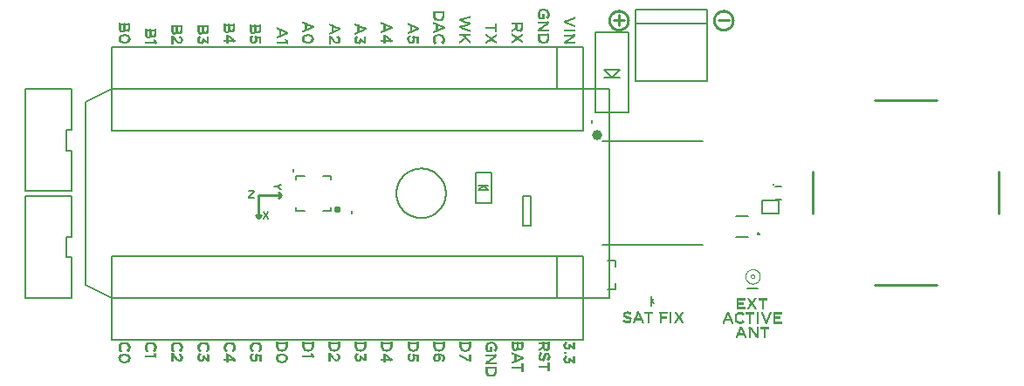
<source format=gto>
G75*
%MOIN*%
%OFA0B0*%
%FSLAX25Y25*%
%IPPOS*%
%LPD*%
%AMOC8*
5,1,8,0,0,1.08239X$1,22.5*
%
%ADD10C,0.01000*%
%ADD11R,0.00040X0.00520*%
%ADD12R,0.00040X0.00920*%
%ADD13R,0.00040X0.02120*%
%ADD14R,0.00040X0.01160*%
%ADD15R,0.00040X0.02440*%
%ADD16R,0.00040X0.01360*%
%ADD17R,0.00040X0.02640*%
%ADD18R,0.00040X0.01520*%
%ADD19R,0.00040X0.02760*%
%ADD20R,0.00040X0.01680*%
%ADD21R,0.00040X0.02840*%
%ADD22R,0.00040X0.01800*%
%ADD23R,0.00040X0.02920*%
%ADD24R,0.00040X0.01920*%
%ADD25R,0.00040X0.03000*%
%ADD26R,0.00040X0.02040*%
%ADD27R,0.00040X0.03080*%
%ADD28R,0.00040X0.02120*%
%ADD29R,0.00040X0.03120*%
%ADD30R,0.00040X0.02200*%
%ADD31R,0.00040X0.03160*%
%ADD32R,0.00040X0.02320*%
%ADD33R,0.00040X0.03200*%
%ADD34R,0.00040X0.02400*%
%ADD35R,0.00040X0.03240*%
%ADD36R,0.00040X0.02480*%
%ADD37R,0.00040X0.03280*%
%ADD38R,0.00040X0.02520*%
%ADD39R,0.00040X0.03320*%
%ADD40R,0.00040X0.02600*%
%ADD41R,0.00040X0.02680*%
%ADD42R,0.00040X0.03360*%
%ADD43R,0.00040X0.00720*%
%ADD44R,0.00040X0.01200*%
%ADD45R,0.00040X0.01080*%
%ADD46R,0.00040X0.01040*%
%ADD47R,0.00040X0.00720*%
%ADD48R,0.00040X0.01040*%
%ADD49R,0.00040X0.01000*%
%ADD50R,0.00040X0.00960*%
%ADD51R,0.00040X0.01000*%
%ADD52R,0.00040X0.00880*%
%ADD53R,0.00040X0.00920*%
%ADD54R,0.00040X0.00800*%
%ADD55R,0.00040X0.00800*%
%ADD56R,0.00040X0.00880*%
%ADD57R,0.00040X0.00760*%
%ADD58R,0.00040X0.00840*%
%ADD59R,0.00040X0.00840*%
%ADD60R,0.00040X0.00680*%
%ADD61R,0.00040X0.00720*%
%ADD62R,0.00040X0.00760*%
%ADD63R,0.00040X0.01120*%
%ADD64R,0.00040X0.03160*%
%ADD65R,0.00040X0.03040*%
%ADD66R,0.00040X0.02840*%
%ADD67R,0.00040X0.02720*%
%ADD68R,0.00040X0.02800*%
%ADD69R,0.00040X0.02880*%
%ADD70R,0.00040X0.02960*%
%ADD71R,0.00040X0.00840*%
%ADD72R,0.00040X0.00680*%
%ADD73R,0.00040X0.00720*%
%ADD74R,0.00040X0.03080*%
%ADD75R,0.00040X0.02280*%
%ADD76R,0.00040X0.01640*%
%ADD77R,0.00040X0.02520*%
%ADD78R,0.00040X0.01320*%
%ADD79R,0.00040X0.02080*%
%ADD80R,0.00040X0.00080*%
%ADD81R,0.00040X0.00240*%
%ADD82R,0.00040X0.00400*%
%ADD83R,0.00040X0.00560*%
%ADD84R,0.00040X0.01560*%
%ADD85R,0.00040X0.01600*%
%ADD86R,0.00040X0.01600*%
%ADD87R,0.00040X0.01560*%
%ADD88R,0.00040X0.01440*%
%ADD89R,0.00040X0.01320*%
%ADD90R,0.00040X0.00920*%
%ADD91R,0.00040X0.03040*%
%ADD92R,0.00040X0.03040*%
%ADD93R,0.00040X0.00960*%
%ADD94R,0.00040X0.00840*%
%ADD95R,0.00040X0.00040*%
%ADD96R,0.00040X0.00120*%
%ADD97R,0.00040X0.00200*%
%ADD98R,0.00040X0.00240*%
%ADD99R,0.00040X0.00320*%
%ADD100R,0.00040X0.00440*%
%ADD101R,0.00040X0.00600*%
%ADD102R,0.00040X0.01040*%
%ADD103R,0.00040X0.02560*%
%ADD104R,0.00040X0.02480*%
%ADD105R,0.00040X0.02360*%
%ADD106R,0.00040X0.02120*%
%ADD107R,0.00040X0.01920*%
%ADD108R,0.00040X0.01720*%
%ADD109R,0.00040X0.01400*%
%ADD110R,0.00040X0.01240*%
%ADD111R,0.00040X0.01480*%
%ADD112R,0.00040X0.01640*%
%ADD113R,0.00040X0.01840*%
%ADD114R,0.00040X0.02280*%
%ADD115R,0.00040X0.02680*%
%ADD116R,0.00040X0.01080*%
%ADD117R,0.00040X0.00520*%
%ADD118R,0.00040X0.00160*%
%ADD119R,0.00040X0.01440*%
%ADD120R,0.00040X0.01760*%
%ADD121R,0.00040X0.01720*%
%ADD122R,0.00040X0.01480*%
%ADD123R,0.00040X0.02760*%
%ADD124R,0.00040X0.03440*%
%ADD125R,0.00040X0.03480*%
%ADD126R,0.00040X0.03480*%
%ADD127R,0.00040X0.03520*%
%ADD128R,0.00040X0.03520*%
%ADD129R,0.00040X0.03560*%
%ADD130R,0.00040X0.03560*%
%ADD131R,0.00040X0.01280*%
%ADD132R,0.00040X0.01280*%
%ADD133R,0.00040X0.00640*%
%ADD134R,0.00040X0.01440*%
%ADD135R,0.00040X0.01960*%
%ADD136R,0.00040X0.02320*%
%ADD137R,0.00040X0.02720*%
%ADD138R,0.00040X0.00480*%
%ADD139R,0.00040X0.00400*%
%ADD140R,0.00040X0.00080*%
%ADD141R,0.00040X0.00040*%
%ADD142R,0.00040X0.00160*%
%ADD143R,0.00040X0.02520*%
%ADD144R,0.00040X0.02400*%
%ADD145R,0.00040X0.02240*%
%ADD146R,0.00040X0.02000*%
%ADD147R,0.00040X0.00520*%
%ADD148R,0.00040X0.00640*%
%ADD149R,0.00040X0.00640*%
%ADD150R,0.00040X0.00640*%
%ADD151R,0.00600X0.00040*%
%ADD152R,0.01080X0.00040*%
%ADD153R,0.00680X0.00040*%
%ADD154R,0.03120X0.00040*%
%ADD155R,0.00840X0.00040*%
%ADD156R,0.00880X0.00040*%
%ADD157R,0.00720X0.00040*%
%ADD158R,0.00760X0.00040*%
%ADD159R,0.00800X0.00040*%
%ADD160R,0.01400X0.00040*%
%ADD161R,0.00720X0.00040*%
%ADD162R,0.00680X0.00040*%
%ADD163R,0.03120X0.00040*%
%ADD164R,0.00640X0.00040*%
%ADD165R,0.03120X0.00040*%
%ADD166R,0.00840X0.00040*%
%ADD167R,0.00880X0.00040*%
%ADD168R,0.00720X0.00040*%
%ADD169R,0.00720X0.00040*%
%ADD170R,0.00760X0.00040*%
%ADD171R,0.01600X0.00040*%
%ADD172R,0.03120X0.00040*%
%ADD173R,0.00640X0.00040*%
%ADD174R,0.00840X0.00040*%
%ADD175R,0.01800X0.00040*%
%ADD176R,0.02000X0.00040*%
%ADD177R,0.02120X0.00040*%
%ADD178R,0.02280X0.00040*%
%ADD179R,0.02400X0.00040*%
%ADD180R,0.00920X0.00040*%
%ADD181R,0.00800X0.00040*%
%ADD182R,0.02520X0.00040*%
%ADD183R,0.02640X0.00040*%
%ADD184R,0.02720X0.00040*%
%ADD185R,0.01000X0.00040*%
%ADD186R,0.00920X0.00040*%
%ADD187R,0.02840X0.00040*%
%ADD188R,0.01000X0.00040*%
%ADD189R,0.00920X0.00040*%
%ADD190R,0.02920X0.00040*%
%ADD191R,0.00960X0.00040*%
%ADD192R,0.03040X0.00040*%
%ADD193R,0.01040X0.00040*%
%ADD194R,0.03200X0.00040*%
%ADD195R,0.01160X0.00040*%
%ADD196R,0.00840X0.00040*%
%ADD197R,0.01360X0.00040*%
%ADD198R,0.01160X0.00040*%
%ADD199R,0.01080X0.00040*%
%ADD200R,0.01200X0.00040*%
%ADD201R,0.01240X0.00040*%
%ADD202R,0.01240X0.00040*%
%ADD203R,0.01120X0.00040*%
%ADD204R,0.01120X0.00040*%
%ADD205R,0.01320X0.00040*%
%ADD206R,0.01040X0.00040*%
%ADD207R,0.01320X0.00040*%
%ADD208R,0.01240X0.00040*%
%ADD209R,0.00640X0.00040*%
%ADD210R,0.01400X0.00040*%
%ADD211R,0.01280X0.00040*%
%ADD212R,0.00520X0.00040*%
%ADD213R,0.01320X0.00040*%
%ADD214R,0.00440X0.00040*%
%ADD215R,0.01480X0.00040*%
%ADD216R,0.00360X0.00040*%
%ADD217R,0.01360X0.00040*%
%ADD218R,0.00280X0.00040*%
%ADD219R,0.03400X0.00040*%
%ADD220R,0.00200X0.00040*%
%ADD221R,0.01440X0.00040*%
%ADD222R,0.00080X0.00040*%
%ADD223R,0.03320X0.00040*%
%ADD224R,0.03320X0.00040*%
%ADD225R,0.01520X0.00040*%
%ADD226R,0.03320X0.00040*%
%ADD227R,0.03320X0.00040*%
%ADD228R,0.01560X0.00040*%
%ADD229R,0.03240X0.00040*%
%ADD230R,0.03160X0.00040*%
%ADD231R,0.03160X0.00040*%
%ADD232R,0.03080X0.00040*%
%ADD233R,0.03000X0.00040*%
%ADD234R,0.01680X0.00040*%
%ADD235R,0.01600X0.00040*%
%ADD236R,0.02920X0.00040*%
%ADD237R,0.02920X0.00040*%
%ADD238R,0.00920X0.00040*%
%ADD239R,0.01560X0.00040*%
%ADD240R,0.02920X0.00040*%
%ADD241R,0.01440X0.00040*%
%ADD242R,0.02840X0.00040*%
%ADD243R,0.01040X0.00040*%
%ADD244R,0.00960X0.00040*%
%ADD245R,0.01280X0.00040*%
%ADD246R,0.01520X0.00040*%
%ADD247R,0.01520X0.00040*%
%ADD248R,0.00120X0.00040*%
%ADD249R,0.01440X0.00040*%
%ADD250R,0.00480X0.00040*%
%ADD251R,0.00560X0.00040*%
%ADD252R,0.03360X0.00040*%
%ADD253R,0.03080X0.00040*%
%ADD254R,0.03360X0.00040*%
%ADD255R,0.03240X0.00040*%
%ADD256R,0.01120X0.00040*%
%ADD257R,0.02960X0.00040*%
%ADD258R,0.02880X0.00040*%
%ADD259R,0.02760X0.00040*%
%ADD260R,0.02680X0.00040*%
%ADD261R,0.02560X0.00040*%
%ADD262R,0.02440X0.00040*%
%ADD263R,0.02280X0.00040*%
%ADD264R,0.02200X0.00040*%
%ADD265R,0.02040X0.00040*%
%ADD266R,0.01880X0.00040*%
%ADD267R,0.01640X0.00040*%
%ADD268R,0.01320X0.00040*%
%ADD269R,0.01760X0.00040*%
%ADD270R,0.01960X0.00040*%
%ADD271R,0.02120X0.00040*%
%ADD272R,0.02240X0.00040*%
%ADD273R,0.02520X0.00040*%
%ADD274R,0.02600X0.00040*%
%ADD275R,0.02800X0.00040*%
%ADD276R,0.03040X0.00040*%
%ADD277R,0.00280X0.00040*%
%ADD278R,0.00200X0.00040*%
%ADD279R,0.00120X0.00040*%
%ADD280R,0.03240X0.00040*%
%ADD281R,0.01680X0.00040*%
%ADD282R,0.01840X0.00040*%
%ADD283R,0.02080X0.00040*%
%ADD284R,0.01040X0.00040*%
%ADD285R,0.02080X0.00040*%
%ADD286R,0.02040X0.00040*%
%ADD287R,0.01640X0.00040*%
%ADD288R,0.00080X0.00040*%
%ADD289R,0.00320X0.00040*%
%ADD290R,0.00400X0.00040*%
%ADD291R,0.00480X0.00040*%
%ADD292R,0.01240X0.00040*%
%ADD293R,0.02720X0.00040*%
%ADD294R,0.02760X0.00040*%
%ADD295R,0.02600X0.00040*%
%ADD296R,0.02480X0.00040*%
%ADD297R,0.02160X0.00040*%
%ADD298R,0.02040X0.00040*%
%ADD299R,0.01920X0.00040*%
%ADD300R,0.01720X0.00040*%
%ADD301R,0.00040X0.03400*%
%ADD302R,0.00040X0.03400*%
%ADD303R,0.00040X0.03240*%
%ADD304R,0.00040X0.01320*%
%ADD305R,0.00040X0.01160*%
%ADD306R,0.00040X0.01840*%
%ADD307R,0.00040X0.01520*%
%ADD308R,0.00040X0.02560*%
%ADD309R,0.00040X0.01920*%
%ADD310R,0.00040X0.02720*%
%ADD311R,0.00040X0.02120*%
%ADD312R,0.00040X0.02880*%
%ADD313R,0.00040X0.02920*%
%ADD314R,0.00040X0.02520*%
%ADD315R,0.00040X0.03120*%
%ADD316R,0.00040X0.00920*%
%ADD317R,0.00040X0.03120*%
%ADD318R,0.00040X0.02920*%
%ADD319R,0.00040X0.01800*%
%ADD320R,0.00040X0.01840*%
%ADD321R,0.00040X0.00560*%
%ADD322R,0.00040X0.01520*%
%ADD323R,0.00040X0.02720*%
%ADD324R,0.00040X0.02640*%
%ADD325R,0.00040X0.03040*%
%ADD326R,0.00040X0.01200*%
%ADD327R,0.00040X0.01360*%
%ADD328R,0.00040X0.01120*%
%ADD329R,0.00040X0.01240*%
%ADD330R,0.00040X0.00520*%
%ADD331R,0.00040X0.00360*%
%ADD332R,0.00040X0.00280*%
%ADD333R,0.00040X0.00120*%
%ADD334R,0.00040X0.00480*%
%ADD335R,0.00040X0.01120*%
%ADD336R,0.00040X0.03240*%
%ADD337R,0.00040X0.02440*%
%ADD338R,0.00040X0.02040*%
%ADD339R,0.00040X0.01880*%
%ADD340R,0.00040X0.01640*%
%ADD341R,0.00040X0.02960*%
%ADD342R,0.00040X0.00040*%
%ADD343R,0.00040X0.00120*%
%ADD344R,0.00040X0.00320*%
%ADD345R,0.00040X0.02600*%
%ADD346R,0.00040X0.01400*%
%ADD347R,0.00040X0.02240*%
%ADD348R,0.00040X0.02160*%
%ADD349R,0.00040X0.02080*%
%ADD350R,0.00040X0.01240*%
%ADD351R,0.00040X0.02040*%
%ADD352R,0.00040X0.01320*%
%ADD353R,0.00040X0.00240*%
%ADD354R,0.00040X0.01760*%
%ADD355R,0.00040X0.01680*%
%ADD356R,0.00040X0.03360*%
%ADD357R,0.00040X0.03440*%
%ADD358R,0.00040X0.03520*%
%ADD359R,0.00040X0.03520*%
%ADD360R,0.00040X0.03000*%
%ADD361R,0.00040X0.03120*%
%ADD362R,0.00040X0.02920*%
%ADD363R,0.00040X0.00240*%
%ADD364R,0.00040X0.03200*%
%ADD365R,0.00040X0.03280*%
%ADD366R,0.00040X0.01520*%
%ADD367R,0.00040X0.00360*%
%ADD368R,0.00040X0.00440*%
%ADD369R,0.00040X0.01120*%
%ADD370R,0.00040X0.01960*%
%ADD371R,0.00040X0.03320*%
%ADD372R,0.00040X0.03320*%
%ADD373R,0.00040X0.01040*%
%ADD374R,0.00040X0.02320*%
%ADD375R,0.00040X0.02800*%
%ADD376R,0.00040X0.00200*%
%ADD377R,0.00040X0.01880*%
%ADD378R,0.00040X0.02040*%
%ADD379R,0.00040X0.01240*%
%ADD380R,0.00040X0.01720*%
%ADD381R,0.00040X0.01640*%
%ADD382R,0.00040X0.00040*%
%ADD383R,0.00040X0.00440*%
%ADD384R,0.00040X0.02640*%
%ADD385R,0.00040X0.02440*%
%ADD386R,0.00040X0.02360*%
%ADD387R,0.00040X0.02240*%
%ADD388R,0.00040X0.00120*%
%ADD389R,0.00040X0.00600*%
%ADD390R,0.00040X0.02440*%
%ADD391R,0.00040X0.01720*%
%ADD392R,0.00040X0.03440*%
%ADD393R,0.00040X0.03600*%
%ADD394R,0.00040X0.00280*%
%ADD395C,0.00500*%
%ADD396C,0.00800*%
%ADD397C,0.01600*%
%ADD398C,0.00600*%
%ADD399C,0.03937*%
%ADD400C,0.00400*%
%ADD401C,0.01181*%
%ADD402C,0.00591*%
D10*
X0119922Y0119793D02*
X0118922Y0120793D01*
X0119922Y0119793D02*
X0120922Y0120793D01*
X0119922Y0119793D02*
X0119922Y0128293D01*
X0128422Y0128293D01*
X0127422Y0127293D01*
X0128422Y0128293D02*
X0127422Y0129293D01*
X0255418Y0195293D02*
X0259418Y0195293D01*
X0253812Y0195293D02*
X0253814Y0195413D01*
X0253820Y0195533D01*
X0253830Y0195652D01*
X0253844Y0195771D01*
X0253862Y0195890D01*
X0253883Y0196008D01*
X0253909Y0196125D01*
X0253939Y0196241D01*
X0253972Y0196356D01*
X0254009Y0196470D01*
X0254050Y0196582D01*
X0254095Y0196694D01*
X0254144Y0196803D01*
X0254196Y0196911D01*
X0254251Y0197018D01*
X0254310Y0197122D01*
X0254373Y0197224D01*
X0254439Y0197324D01*
X0254508Y0197422D01*
X0254580Y0197518D01*
X0254656Y0197611D01*
X0254734Y0197701D01*
X0254816Y0197789D01*
X0254900Y0197874D01*
X0254987Y0197957D01*
X0255077Y0198036D01*
X0255170Y0198112D01*
X0255265Y0198185D01*
X0255362Y0198255D01*
X0255462Y0198322D01*
X0255563Y0198385D01*
X0255667Y0198445D01*
X0255773Y0198502D01*
X0255880Y0198555D01*
X0255990Y0198604D01*
X0256101Y0198650D01*
X0256213Y0198692D01*
X0256327Y0198730D01*
X0256441Y0198764D01*
X0256557Y0198795D01*
X0256674Y0198821D01*
X0256792Y0198844D01*
X0256910Y0198863D01*
X0257029Y0198878D01*
X0257149Y0198889D01*
X0257268Y0198896D01*
X0257388Y0198899D01*
X0257508Y0198898D01*
X0257628Y0198893D01*
X0257747Y0198884D01*
X0257866Y0198871D01*
X0257985Y0198854D01*
X0258103Y0198833D01*
X0258220Y0198809D01*
X0258337Y0198780D01*
X0258452Y0198748D01*
X0258566Y0198711D01*
X0258679Y0198671D01*
X0258791Y0198627D01*
X0258901Y0198580D01*
X0259010Y0198529D01*
X0259116Y0198474D01*
X0259221Y0198416D01*
X0259324Y0198354D01*
X0259425Y0198289D01*
X0259523Y0198221D01*
X0259619Y0198149D01*
X0259713Y0198075D01*
X0259804Y0197997D01*
X0259893Y0197916D01*
X0259978Y0197832D01*
X0260061Y0197746D01*
X0260141Y0197656D01*
X0260219Y0197565D01*
X0260292Y0197470D01*
X0260363Y0197374D01*
X0260431Y0197275D01*
X0260495Y0197173D01*
X0260556Y0197070D01*
X0260613Y0196965D01*
X0260667Y0196858D01*
X0260717Y0196749D01*
X0260764Y0196638D01*
X0260807Y0196526D01*
X0260846Y0196413D01*
X0260881Y0196298D01*
X0260912Y0196183D01*
X0260940Y0196066D01*
X0260964Y0195949D01*
X0260984Y0195830D01*
X0261000Y0195712D01*
X0261012Y0195592D01*
X0261020Y0195473D01*
X0261024Y0195353D01*
X0261024Y0195233D01*
X0261020Y0195113D01*
X0261012Y0194994D01*
X0261000Y0194874D01*
X0260984Y0194756D01*
X0260964Y0194637D01*
X0260940Y0194520D01*
X0260912Y0194403D01*
X0260881Y0194288D01*
X0260846Y0194173D01*
X0260807Y0194060D01*
X0260764Y0193948D01*
X0260717Y0193837D01*
X0260667Y0193728D01*
X0260613Y0193621D01*
X0260556Y0193516D01*
X0260495Y0193413D01*
X0260431Y0193311D01*
X0260363Y0193212D01*
X0260292Y0193116D01*
X0260219Y0193021D01*
X0260141Y0192930D01*
X0260061Y0192840D01*
X0259978Y0192754D01*
X0259893Y0192670D01*
X0259804Y0192589D01*
X0259713Y0192511D01*
X0259619Y0192437D01*
X0259523Y0192365D01*
X0259425Y0192297D01*
X0259324Y0192232D01*
X0259221Y0192170D01*
X0259116Y0192112D01*
X0259010Y0192057D01*
X0258901Y0192006D01*
X0258791Y0191959D01*
X0258679Y0191915D01*
X0258566Y0191875D01*
X0258452Y0191838D01*
X0258337Y0191806D01*
X0258220Y0191777D01*
X0258103Y0191753D01*
X0257985Y0191732D01*
X0257866Y0191715D01*
X0257747Y0191702D01*
X0257628Y0191693D01*
X0257508Y0191688D01*
X0257388Y0191687D01*
X0257268Y0191690D01*
X0257149Y0191697D01*
X0257029Y0191708D01*
X0256910Y0191723D01*
X0256792Y0191742D01*
X0256674Y0191765D01*
X0256557Y0191791D01*
X0256441Y0191822D01*
X0256327Y0191856D01*
X0256213Y0191894D01*
X0256101Y0191936D01*
X0255990Y0191982D01*
X0255880Y0192031D01*
X0255773Y0192084D01*
X0255667Y0192141D01*
X0255563Y0192201D01*
X0255462Y0192264D01*
X0255362Y0192331D01*
X0255265Y0192401D01*
X0255170Y0192474D01*
X0255077Y0192550D01*
X0254987Y0192629D01*
X0254900Y0192712D01*
X0254816Y0192797D01*
X0254734Y0192885D01*
X0254656Y0192975D01*
X0254580Y0193068D01*
X0254508Y0193164D01*
X0254439Y0193262D01*
X0254373Y0193362D01*
X0254310Y0193464D01*
X0254251Y0193568D01*
X0254196Y0193675D01*
X0254144Y0193783D01*
X0254095Y0193892D01*
X0254050Y0194004D01*
X0254009Y0194116D01*
X0253972Y0194230D01*
X0253939Y0194345D01*
X0253909Y0194461D01*
X0253883Y0194578D01*
X0253862Y0194696D01*
X0253844Y0194815D01*
X0253830Y0194934D01*
X0253820Y0195053D01*
X0253814Y0195173D01*
X0253812Y0195293D01*
X0257418Y0197293D02*
X0257418Y0193293D01*
X0295418Y0195293D02*
X0299418Y0195293D01*
X0293812Y0195293D02*
X0293814Y0195413D01*
X0293820Y0195533D01*
X0293830Y0195652D01*
X0293844Y0195771D01*
X0293862Y0195890D01*
X0293883Y0196008D01*
X0293909Y0196125D01*
X0293939Y0196241D01*
X0293972Y0196356D01*
X0294009Y0196470D01*
X0294050Y0196582D01*
X0294095Y0196694D01*
X0294144Y0196803D01*
X0294196Y0196911D01*
X0294251Y0197018D01*
X0294310Y0197122D01*
X0294373Y0197224D01*
X0294439Y0197324D01*
X0294508Y0197422D01*
X0294580Y0197518D01*
X0294656Y0197611D01*
X0294734Y0197701D01*
X0294816Y0197789D01*
X0294900Y0197874D01*
X0294987Y0197957D01*
X0295077Y0198036D01*
X0295170Y0198112D01*
X0295265Y0198185D01*
X0295362Y0198255D01*
X0295462Y0198322D01*
X0295563Y0198385D01*
X0295667Y0198445D01*
X0295773Y0198502D01*
X0295880Y0198555D01*
X0295990Y0198604D01*
X0296101Y0198650D01*
X0296213Y0198692D01*
X0296327Y0198730D01*
X0296441Y0198764D01*
X0296557Y0198795D01*
X0296674Y0198821D01*
X0296792Y0198844D01*
X0296910Y0198863D01*
X0297029Y0198878D01*
X0297149Y0198889D01*
X0297268Y0198896D01*
X0297388Y0198899D01*
X0297508Y0198898D01*
X0297628Y0198893D01*
X0297747Y0198884D01*
X0297866Y0198871D01*
X0297985Y0198854D01*
X0298103Y0198833D01*
X0298220Y0198809D01*
X0298337Y0198780D01*
X0298452Y0198748D01*
X0298566Y0198711D01*
X0298679Y0198671D01*
X0298791Y0198627D01*
X0298901Y0198580D01*
X0299010Y0198529D01*
X0299116Y0198474D01*
X0299221Y0198416D01*
X0299324Y0198354D01*
X0299425Y0198289D01*
X0299523Y0198221D01*
X0299619Y0198149D01*
X0299713Y0198075D01*
X0299804Y0197997D01*
X0299893Y0197916D01*
X0299978Y0197832D01*
X0300061Y0197746D01*
X0300141Y0197656D01*
X0300219Y0197565D01*
X0300292Y0197470D01*
X0300363Y0197374D01*
X0300431Y0197275D01*
X0300495Y0197173D01*
X0300556Y0197070D01*
X0300613Y0196965D01*
X0300667Y0196858D01*
X0300717Y0196749D01*
X0300764Y0196638D01*
X0300807Y0196526D01*
X0300846Y0196413D01*
X0300881Y0196298D01*
X0300912Y0196183D01*
X0300940Y0196066D01*
X0300964Y0195949D01*
X0300984Y0195830D01*
X0301000Y0195712D01*
X0301012Y0195592D01*
X0301020Y0195473D01*
X0301024Y0195353D01*
X0301024Y0195233D01*
X0301020Y0195113D01*
X0301012Y0194994D01*
X0301000Y0194874D01*
X0300984Y0194756D01*
X0300964Y0194637D01*
X0300940Y0194520D01*
X0300912Y0194403D01*
X0300881Y0194288D01*
X0300846Y0194173D01*
X0300807Y0194060D01*
X0300764Y0193948D01*
X0300717Y0193837D01*
X0300667Y0193728D01*
X0300613Y0193621D01*
X0300556Y0193516D01*
X0300495Y0193413D01*
X0300431Y0193311D01*
X0300363Y0193212D01*
X0300292Y0193116D01*
X0300219Y0193021D01*
X0300141Y0192930D01*
X0300061Y0192840D01*
X0299978Y0192754D01*
X0299893Y0192670D01*
X0299804Y0192589D01*
X0299713Y0192511D01*
X0299619Y0192437D01*
X0299523Y0192365D01*
X0299425Y0192297D01*
X0299324Y0192232D01*
X0299221Y0192170D01*
X0299116Y0192112D01*
X0299010Y0192057D01*
X0298901Y0192006D01*
X0298791Y0191959D01*
X0298679Y0191915D01*
X0298566Y0191875D01*
X0298452Y0191838D01*
X0298337Y0191806D01*
X0298220Y0191777D01*
X0298103Y0191753D01*
X0297985Y0191732D01*
X0297866Y0191715D01*
X0297747Y0191702D01*
X0297628Y0191693D01*
X0297508Y0191688D01*
X0297388Y0191687D01*
X0297268Y0191690D01*
X0297149Y0191697D01*
X0297029Y0191708D01*
X0296910Y0191723D01*
X0296792Y0191742D01*
X0296674Y0191765D01*
X0296557Y0191791D01*
X0296441Y0191822D01*
X0296327Y0191856D01*
X0296213Y0191894D01*
X0296101Y0191936D01*
X0295990Y0191982D01*
X0295880Y0192031D01*
X0295773Y0192084D01*
X0295667Y0192141D01*
X0295563Y0192201D01*
X0295462Y0192264D01*
X0295362Y0192331D01*
X0295265Y0192401D01*
X0295170Y0192474D01*
X0295077Y0192550D01*
X0294987Y0192629D01*
X0294900Y0192712D01*
X0294816Y0192797D01*
X0294734Y0192885D01*
X0294656Y0192975D01*
X0294580Y0193068D01*
X0294508Y0193164D01*
X0294439Y0193262D01*
X0294373Y0193362D01*
X0294310Y0193464D01*
X0294251Y0193568D01*
X0294196Y0193675D01*
X0294144Y0193783D01*
X0294095Y0193892D01*
X0294050Y0194004D01*
X0294009Y0194116D01*
X0293972Y0194230D01*
X0293939Y0194345D01*
X0293909Y0194461D01*
X0293883Y0194578D01*
X0293862Y0194696D01*
X0293844Y0194815D01*
X0293830Y0194934D01*
X0293820Y0195053D01*
X0293814Y0195173D01*
X0293812Y0195293D01*
X0355264Y0164836D02*
X0378886Y0164836D01*
X0402509Y0137277D02*
X0402509Y0121529D01*
X0378886Y0093970D02*
X0355264Y0093970D01*
X0331642Y0121529D02*
X0331642Y0137277D01*
D11*
X0157798Y0067333D03*
X0131158Y0065933D03*
X0126838Y0065933D03*
X0121238Y0069973D03*
X0111238Y0069973D03*
X0107878Y0068813D03*
X0101238Y0069973D03*
X0091038Y0069973D03*
X0087678Y0068813D03*
X0081038Y0069973D03*
X0071038Y0069973D03*
X0067678Y0068813D03*
X0066758Y0188173D03*
X0071078Y0188173D03*
X0090038Y0188733D03*
X0136758Y0188173D03*
X0141078Y0188173D03*
X0150238Y0188733D03*
D12*
X0150438Y0188733D03*
X0149038Y0187133D03*
X0149198Y0186973D03*
X0157558Y0188773D03*
X0158558Y0186773D03*
X0140238Y0187173D03*
X0140198Y0187133D03*
X0140238Y0189173D03*
X0137598Y0189173D03*
X0136798Y0188173D03*
X0137598Y0187173D03*
X0137638Y0187133D03*
X0119278Y0190933D03*
X0117598Y0190533D03*
X0109278Y0191333D03*
X0107598Y0190933D03*
X0099278Y0190733D03*
X0097598Y0190333D03*
X0097558Y0188773D03*
X0098558Y0186773D03*
X0090238Y0188733D03*
X0088838Y0187133D03*
X0088998Y0186973D03*
X0087598Y0190333D03*
X0089278Y0190733D03*
X0079278Y0189333D03*
X0077598Y0188933D03*
X0070238Y0189173D03*
X0070238Y0187173D03*
X0070198Y0187133D03*
X0067638Y0187133D03*
X0067598Y0187173D03*
X0066798Y0188173D03*
X0067598Y0189173D03*
X0067598Y0191133D03*
X0069278Y0191533D03*
X0197078Y0186973D03*
X0197278Y0187133D03*
X0197598Y0187373D03*
X0198078Y0187733D03*
X0198598Y0188133D03*
X0198238Y0189573D03*
X0200278Y0187573D03*
X0200478Y0187373D03*
X0197198Y0192573D03*
X0200558Y0193933D03*
X0219038Y0191533D03*
X0228398Y0192533D03*
X0228438Y0192573D03*
X0228958Y0192973D03*
X0229158Y0193133D03*
X0229478Y0193373D03*
X0229678Y0193533D03*
X0230678Y0194333D03*
X0230078Y0198933D03*
X0230038Y0198973D03*
X0227798Y0198973D03*
X0237198Y0186733D03*
X0237238Y0186733D03*
X0238238Y0187533D03*
X0238758Y0187933D03*
X0238798Y0187973D03*
X0239278Y0188333D03*
X0210038Y0071573D03*
X0210078Y0071533D03*
X0207798Y0071573D03*
X0210678Y0066933D03*
X0209678Y0066133D03*
X0209478Y0065973D03*
X0209158Y0065733D03*
X0208958Y0065573D03*
X0208438Y0065173D03*
X0208398Y0065133D03*
X0190358Y0066933D03*
X0188838Y0065133D03*
X0177798Y0065373D03*
X0170798Y0065373D03*
X0158638Y0065333D03*
X0157598Y0065373D03*
X0157638Y0067333D03*
X0150358Y0065373D03*
X0149078Y0065533D03*
X0140998Y0066773D03*
X0130278Y0066973D03*
X0127678Y0066933D03*
X0126878Y0065933D03*
X0127678Y0064933D03*
X0118838Y0065213D03*
X0120158Y0071413D03*
X0120198Y0071413D03*
X0118238Y0071573D03*
X0110158Y0071413D03*
X0107998Y0071413D03*
X0110838Y0065373D03*
X0100478Y0065413D03*
X0099438Y0066373D03*
X0100158Y0071413D03*
X0100198Y0071413D03*
X0098238Y0071573D03*
X0089958Y0071413D03*
X0087798Y0071413D03*
X0090238Y0067213D03*
X0088878Y0065573D03*
X0089078Y0065413D03*
X0079998Y0071413D03*
X0079958Y0071413D03*
X0078038Y0071573D03*
X0069958Y0071413D03*
X0067798Y0071413D03*
X0067638Y0066973D03*
X0070038Y0064773D03*
X0230478Y0069373D03*
X0237398Y0064533D03*
X0239158Y0065573D03*
D13*
X0229238Y0066493D03*
X0227278Y0066493D03*
X0179598Y0066453D03*
X0150798Y0066253D03*
X0119478Y0066453D03*
X0097198Y0066253D03*
X0186998Y0187893D03*
X0116838Y0192453D03*
X0106838Y0192853D03*
X0096838Y0192253D03*
X0086838Y0192253D03*
X0076838Y0190853D03*
X0066838Y0193053D03*
D14*
X0067438Y0188973D03*
X0066838Y0188173D03*
X0067438Y0187373D03*
X0070398Y0187373D03*
X0070998Y0188173D03*
X0070398Y0188973D03*
X0090398Y0188493D03*
X0099238Y0187773D03*
X0110438Y0187533D03*
X0130678Y0190493D03*
X0136838Y0188173D03*
X0137438Y0188973D03*
X0137438Y0187373D03*
X0140398Y0187373D03*
X0140998Y0188173D03*
X0140398Y0188973D03*
X0140478Y0192693D03*
X0150678Y0191893D03*
X0150598Y0188493D03*
X0159238Y0187773D03*
X0160478Y0191893D03*
X0170478Y0192493D03*
X0170438Y0187533D03*
X0180678Y0192093D03*
X0187598Y0195973D03*
X0190238Y0195973D03*
X0190478Y0192493D03*
X0197558Y0192573D03*
X0197558Y0195293D03*
X0200198Y0193933D03*
X0198478Y0189453D03*
X0199038Y0188613D03*
X0208758Y0188173D03*
X0218758Y0188333D03*
X0218958Y0191693D03*
X0227598Y0187333D03*
X0230238Y0187333D03*
X0230398Y0194213D03*
X0237398Y0194613D03*
X0237438Y0194613D03*
X0240398Y0189333D03*
X0117678Y0071133D03*
X0116958Y0070013D03*
X0117678Y0068893D03*
X0117598Y0065453D03*
X0118958Y0065373D03*
X0110638Y0065453D03*
X0110598Y0065493D03*
X0107638Y0068933D03*
X0106958Y0070013D03*
X0107758Y0071213D03*
X0110478Y0071133D03*
X0111198Y0069933D03*
X0098838Y0065493D03*
X0097638Y0067253D03*
X0097678Y0068893D03*
X0096958Y0070013D03*
X0097678Y0071133D03*
X0090998Y0069933D03*
X0090278Y0071133D03*
X0087558Y0071213D03*
X0086758Y0070013D03*
X0087438Y0068933D03*
X0090358Y0067053D03*
X0090958Y0066213D03*
X0077478Y0068893D03*
X0076758Y0070013D03*
X0077478Y0071133D03*
X0070998Y0069933D03*
X0070278Y0071133D03*
X0067558Y0071213D03*
X0066758Y0070013D03*
X0067438Y0068933D03*
X0066798Y0065893D03*
X0070958Y0065893D03*
X0127678Y0069493D03*
X0130478Y0066733D03*
X0131078Y0065933D03*
X0130478Y0065133D03*
X0137678Y0069493D03*
X0147678Y0069493D03*
X0150478Y0067053D03*
X0157678Y0069493D03*
X0167678Y0069493D03*
X0177878Y0069493D03*
X0187678Y0069493D03*
X0187438Y0065373D03*
X0188958Y0065333D03*
X0197678Y0069453D03*
X0210398Y0066813D03*
X0210238Y0059933D03*
X0207598Y0059933D03*
X0220558Y0066093D03*
X0220598Y0066093D03*
X0229678Y0067333D03*
X0229238Y0069613D03*
X0230598Y0069573D03*
D15*
X0228678Y0071013D03*
X0216958Y0071013D03*
X0190678Y0065933D03*
X0190638Y0065973D03*
X0190598Y0066013D03*
X0179358Y0066293D03*
X0179158Y0066173D03*
X0130638Y0065933D03*
X0117238Y0069973D03*
X0097238Y0069973D03*
X0077038Y0069973D03*
X0070558Y0188173D03*
X0076878Y0190693D03*
X0086878Y0192093D03*
X0096878Y0192093D03*
X0106878Y0192693D03*
X0116878Y0192293D03*
X0119078Y0187933D03*
X0118878Y0187813D03*
X0140558Y0188173D03*
X0179078Y0187813D03*
X0179278Y0187933D03*
X0218398Y0193093D03*
X0066878Y0192893D03*
D16*
X0066878Y0188193D03*
X0110198Y0187633D03*
X0136878Y0188193D03*
X0170198Y0187633D03*
X0187438Y0186913D03*
X0187438Y0188833D03*
X0197838Y0192593D03*
X0199878Y0193913D03*
X0197838Y0195273D03*
X0198678Y0189353D03*
X0208598Y0188193D03*
X0209278Y0188193D03*
X0218598Y0188353D03*
X0219278Y0188353D03*
X0227798Y0191833D03*
X0230158Y0194113D03*
X0227438Y0198513D03*
X0240158Y0189233D03*
X0237798Y0186953D03*
X0207438Y0071113D03*
X0210158Y0066713D03*
X0207798Y0064433D03*
X0200398Y0069633D03*
X0197598Y0069633D03*
X0190398Y0069673D03*
X0187598Y0069673D03*
X0186958Y0066113D03*
X0180598Y0069673D03*
X0177798Y0069673D03*
X0170398Y0069673D03*
X0167598Y0069673D03*
X0170278Y0065593D03*
X0160398Y0069673D03*
X0157598Y0069673D03*
X0150398Y0069673D03*
X0147598Y0069673D03*
X0140398Y0069673D03*
X0137598Y0069673D03*
X0130398Y0069673D03*
X0127598Y0069673D03*
X0126958Y0065953D03*
X0080758Y0066953D03*
D17*
X0207118Y0070113D03*
X0076918Y0190593D03*
X0086918Y0191993D03*
X0096918Y0191993D03*
X0106918Y0192593D03*
X0116918Y0192193D03*
X0066918Y0192793D03*
X0227118Y0197513D03*
D18*
X0218518Y0188353D03*
X0208518Y0188193D03*
X0239918Y0189153D03*
X0140918Y0188153D03*
X0136918Y0188193D03*
X0130518Y0187113D03*
X0080318Y0187113D03*
X0070918Y0188153D03*
X0066918Y0188193D03*
D19*
X0066958Y0192733D03*
X0069038Y0192733D03*
X0070798Y0192733D03*
X0076958Y0190533D03*
X0079038Y0190533D03*
X0080798Y0190533D03*
X0086958Y0191933D03*
X0089038Y0191933D03*
X0090798Y0191933D03*
X0096958Y0191933D03*
X0099038Y0191933D03*
X0100798Y0191933D03*
X0106958Y0192533D03*
X0109038Y0192533D03*
X0110798Y0192533D03*
X0116958Y0192133D03*
X0119038Y0192133D03*
X0120798Y0192133D03*
X0100998Y0187693D03*
X0100958Y0187693D03*
X0100878Y0187693D03*
X0100838Y0187693D03*
X0100798Y0187693D03*
X0100758Y0187693D03*
X0100678Y0187693D03*
X0100638Y0187693D03*
X0100598Y0187693D03*
X0100558Y0187693D03*
X0100478Y0187693D03*
X0097358Y0187813D03*
X0157358Y0187813D03*
X0160478Y0187693D03*
X0160558Y0187693D03*
X0160598Y0187693D03*
X0160638Y0187693D03*
X0160678Y0187693D03*
X0160758Y0187693D03*
X0160798Y0187693D03*
X0160838Y0187693D03*
X0160878Y0187693D03*
X0160958Y0187693D03*
X0160998Y0187693D03*
X0190638Y0187853D03*
X0218558Y0192933D03*
X0227158Y0197493D03*
X0228838Y0070853D03*
X0220878Y0070853D03*
X0217038Y0070853D03*
X0207158Y0070093D03*
X0230838Y0066413D03*
X0237238Y0065533D03*
X0240358Y0065413D03*
X0240398Y0065413D03*
X0240438Y0065413D03*
X0240478Y0065413D03*
X0240558Y0065413D03*
X0240598Y0065413D03*
X0240638Y0065413D03*
X0240678Y0065413D03*
X0240758Y0065413D03*
X0240798Y0065413D03*
X0240838Y0065413D03*
X0240878Y0065413D03*
X0240878Y0070733D03*
X0240838Y0070733D03*
X0240798Y0070733D03*
X0240758Y0070733D03*
X0240678Y0070733D03*
X0240638Y0070733D03*
X0240598Y0070733D03*
X0240558Y0070733D03*
X0240478Y0070733D03*
X0240438Y0070733D03*
X0240398Y0070733D03*
X0240358Y0070733D03*
X0237238Y0070853D03*
X0161078Y0066253D03*
X0161038Y0066253D03*
X0160998Y0066253D03*
X0160958Y0066253D03*
X0160878Y0066253D03*
X0160838Y0066253D03*
X0160798Y0066253D03*
X0160758Y0066253D03*
X0160678Y0066253D03*
X0160638Y0066253D03*
X0160598Y0066253D03*
X0160558Y0066253D03*
X0157438Y0066373D03*
X0117438Y0066333D03*
X0117358Y0070013D03*
X0107358Y0070013D03*
X0101158Y0066213D03*
X0101078Y0066213D03*
X0100998Y0066213D03*
X0100838Y0066213D03*
X0100758Y0066213D03*
X0100678Y0066213D03*
X0100598Y0066213D03*
X0097358Y0070013D03*
X0087158Y0070013D03*
X0077158Y0070013D03*
X0067158Y0070013D03*
D20*
X0127038Y0065953D03*
X0159038Y0066033D03*
X0210958Y0070113D03*
X0238838Y0070513D03*
X0238838Y0065193D03*
X0208398Y0188193D03*
X0218398Y0188353D03*
X0230958Y0197513D03*
X0158958Y0187473D03*
X0136958Y0188193D03*
X0098958Y0187473D03*
X0066958Y0188193D03*
D21*
X0066998Y0192693D03*
X0070758Y0192693D03*
X0076998Y0190493D03*
X0080758Y0190493D03*
X0086998Y0191893D03*
X0090758Y0191893D03*
X0096998Y0191893D03*
X0100758Y0191893D03*
X0106998Y0192493D03*
X0110758Y0192493D03*
X0116998Y0192093D03*
X0120758Y0192093D03*
X0117398Y0188013D03*
X0177598Y0188013D03*
X0187238Y0187893D03*
X0218598Y0192893D03*
X0230638Y0197493D03*
X0228878Y0070813D03*
X0220838Y0070813D03*
X0218998Y0070813D03*
X0217078Y0070813D03*
X0210638Y0070093D03*
X0227558Y0066573D03*
X0189158Y0066333D03*
X0177678Y0066373D03*
X0120798Y0069973D03*
X0117398Y0070013D03*
X0110798Y0069973D03*
X0107398Y0070013D03*
X0100798Y0069973D03*
X0097398Y0070013D03*
X0090598Y0069973D03*
X0087198Y0070013D03*
X0080598Y0069973D03*
X0077198Y0070013D03*
X0070598Y0069973D03*
X0067198Y0070013D03*
X0117558Y0066333D03*
D22*
X0117078Y0069973D03*
X0121078Y0069973D03*
X0127078Y0065933D03*
X0107078Y0069973D03*
X0101078Y0069973D03*
X0097078Y0069973D03*
X0099038Y0065933D03*
X0098998Y0065893D03*
X0086878Y0069973D03*
X0080878Y0069973D03*
X0076878Y0069973D03*
X0070798Y0065893D03*
X0066958Y0065893D03*
X0066878Y0069973D03*
X0158878Y0065933D03*
X0208558Y0069293D03*
X0208598Y0069293D03*
X0208638Y0069293D03*
X0208678Y0069293D03*
X0208758Y0069293D03*
X0208798Y0069293D03*
X0208838Y0069293D03*
X0208878Y0069293D03*
X0208958Y0069293D03*
X0208998Y0069293D03*
X0209038Y0069293D03*
X0209078Y0069293D03*
X0238678Y0070413D03*
X0238678Y0065093D03*
X0158798Y0187373D03*
X0151038Y0187693D03*
X0140838Y0188173D03*
X0136998Y0188173D03*
X0098798Y0187373D03*
X0090838Y0187693D03*
X0070838Y0188173D03*
X0066998Y0188173D03*
X0228558Y0196693D03*
X0228598Y0196693D03*
X0228638Y0196693D03*
X0228678Y0196693D03*
X0228758Y0196693D03*
X0228798Y0196693D03*
X0228838Y0196693D03*
X0228878Y0196693D03*
X0228958Y0196693D03*
X0228998Y0196693D03*
X0229038Y0196693D03*
X0229078Y0196693D03*
D23*
X0230598Y0197493D03*
X0230598Y0188613D03*
X0227238Y0188613D03*
X0190598Y0197253D03*
X0187238Y0197253D03*
X0188438Y0192493D03*
X0188478Y0192493D03*
X0187278Y0187893D03*
X0178678Y0192093D03*
X0178638Y0192093D03*
X0168478Y0192493D03*
X0168438Y0192493D03*
X0158478Y0191893D03*
X0158438Y0191893D03*
X0148678Y0191893D03*
X0148638Y0191893D03*
X0138478Y0192693D03*
X0138438Y0192693D03*
X0128678Y0190493D03*
X0128638Y0190493D03*
X0120678Y0192053D03*
X0119158Y0192053D03*
X0118878Y0192053D03*
X0117038Y0192053D03*
X0110678Y0192453D03*
X0109158Y0192453D03*
X0108878Y0192453D03*
X0107038Y0192453D03*
X0100678Y0191853D03*
X0099158Y0191853D03*
X0098878Y0191853D03*
X0097038Y0191853D03*
X0090678Y0191853D03*
X0089158Y0191853D03*
X0088878Y0191853D03*
X0087038Y0191853D03*
X0080678Y0190453D03*
X0079158Y0190453D03*
X0078878Y0190453D03*
X0077038Y0190453D03*
X0070678Y0192653D03*
X0069158Y0192653D03*
X0068878Y0192653D03*
X0067038Y0192653D03*
X0210598Y0070093D03*
X0218558Y0066093D03*
X0210598Y0061213D03*
X0207238Y0061213D03*
X0200478Y0066213D03*
X0189078Y0066293D03*
D24*
X0189238Y0065953D03*
X0157078Y0066313D03*
X0130878Y0065913D03*
X0098878Y0065833D03*
X0236878Y0070793D03*
X0156998Y0187753D03*
X0140798Y0188153D03*
X0137038Y0188193D03*
X0096998Y0187753D03*
X0070798Y0188153D03*
X0067038Y0188193D03*
D25*
X0067078Y0192613D03*
X0068838Y0192613D03*
X0070598Y0192613D03*
X0077078Y0190413D03*
X0078838Y0190413D03*
X0080598Y0190413D03*
X0087078Y0191813D03*
X0088838Y0191813D03*
X0090598Y0191813D03*
X0097078Y0191813D03*
X0098838Y0191813D03*
X0100598Y0191813D03*
X0107078Y0192413D03*
X0108838Y0192413D03*
X0110598Y0192413D03*
X0117078Y0192013D03*
X0118838Y0192013D03*
X0120598Y0192013D03*
X0128558Y0190493D03*
X0128598Y0190493D03*
X0138358Y0192693D03*
X0138398Y0192693D03*
X0148558Y0191893D03*
X0148598Y0191893D03*
X0158358Y0191893D03*
X0158398Y0191893D03*
X0168358Y0192493D03*
X0168398Y0192493D03*
X0178558Y0192093D03*
X0178598Y0192093D03*
X0188358Y0192493D03*
X0188398Y0192493D03*
X0190558Y0197213D03*
X0227238Y0197493D03*
X0230558Y0197493D03*
X0230558Y0188573D03*
X0228998Y0070733D03*
X0220678Y0070733D03*
X0217158Y0070733D03*
X0218438Y0066093D03*
X0218478Y0066093D03*
X0210558Y0070093D03*
X0207238Y0070093D03*
X0200638Y0070693D03*
X0190638Y0070733D03*
X0188998Y0066253D03*
X0180838Y0070733D03*
X0170638Y0070733D03*
X0160638Y0070733D03*
X0150638Y0070733D03*
X0140638Y0070733D03*
X0130638Y0070733D03*
X0117438Y0069973D03*
X0097438Y0069973D03*
X0077238Y0069973D03*
X0210558Y0061173D03*
D26*
X0210878Y0070093D03*
X0229358Y0066693D03*
X0130838Y0065933D03*
X0127158Y0065933D03*
X0121038Y0069973D03*
X0111038Y0069973D03*
X0101038Y0069973D03*
X0090838Y0069973D03*
X0090758Y0066213D03*
X0080838Y0069973D03*
X0070838Y0069973D03*
X0070758Y0188173D03*
X0067078Y0188173D03*
X0090758Y0187693D03*
X0097038Y0187773D03*
X0137078Y0188173D03*
X0140758Y0188173D03*
X0150958Y0187693D03*
X0157038Y0187773D03*
X0230878Y0197493D03*
D27*
X0230518Y0197493D03*
X0188318Y0192493D03*
X0178518Y0192093D03*
X0168318Y0192493D03*
X0158318Y0191893D03*
X0148518Y0191893D03*
X0138318Y0192693D03*
X0128518Y0190493D03*
X0120518Y0191973D03*
X0117118Y0191973D03*
X0110518Y0192373D03*
X0107118Y0192373D03*
X0100518Y0191773D03*
X0097118Y0191773D03*
X0090518Y0191773D03*
X0087118Y0191773D03*
X0080518Y0190373D03*
X0077118Y0190373D03*
X0070518Y0192573D03*
X0067118Y0192573D03*
X0210518Y0070093D03*
X0087318Y0066253D03*
X0086918Y0066253D03*
D28*
X0216918Y0071173D03*
X0140718Y0188173D03*
X0137118Y0188173D03*
X0070718Y0188173D03*
X0067118Y0188173D03*
D29*
X0067158Y0192553D03*
X0068758Y0192553D03*
X0070398Y0192553D03*
X0070438Y0192553D03*
X0077158Y0190353D03*
X0078758Y0190353D03*
X0080398Y0190353D03*
X0080438Y0190353D03*
X0087158Y0191753D03*
X0088758Y0191753D03*
X0090398Y0191753D03*
X0090438Y0191753D03*
X0097158Y0191753D03*
X0098758Y0191753D03*
X0100398Y0191753D03*
X0100438Y0191753D03*
X0107158Y0192353D03*
X0108758Y0192353D03*
X0110398Y0192353D03*
X0110438Y0192353D03*
X0117158Y0191953D03*
X0118758Y0191953D03*
X0120398Y0191953D03*
X0120438Y0191953D03*
X0187398Y0197153D03*
X0190438Y0197153D03*
X0218838Y0192753D03*
X0227398Y0188513D03*
X0230438Y0188513D03*
X0210438Y0061113D03*
X0207398Y0061113D03*
D30*
X0210838Y0070093D03*
X0190798Y0065933D03*
X0179558Y0066413D03*
X0177358Y0066333D03*
X0157158Y0066333D03*
X0150758Y0066253D03*
X0130758Y0065933D03*
X0127238Y0065933D03*
X0120998Y0069933D03*
X0117238Y0066333D03*
X0117198Y0066293D03*
X0110998Y0069933D03*
X0100998Y0069933D03*
X0097238Y0066293D03*
X0090678Y0066213D03*
X0090798Y0069933D03*
X0080798Y0069933D03*
X0070798Y0069933D03*
X0070678Y0065893D03*
X0067078Y0065893D03*
X0236958Y0065493D03*
X0236958Y0070813D03*
X0190838Y0187853D03*
X0198798Y0188933D03*
X0179478Y0188053D03*
X0177278Y0187973D03*
X0157078Y0187773D03*
X0150878Y0187693D03*
X0140678Y0188173D03*
X0137158Y0188173D03*
X0119278Y0188053D03*
X0117078Y0187973D03*
X0097078Y0187773D03*
X0090678Y0187693D03*
X0070678Y0188173D03*
X0067158Y0188173D03*
X0230838Y0197493D03*
D31*
X0230398Y0188493D03*
X0227438Y0188493D03*
X0220478Y0192733D03*
X0218878Y0192733D03*
X0190478Y0187853D03*
X0188238Y0192493D03*
X0188198Y0192493D03*
X0188158Y0192493D03*
X0187438Y0197133D03*
X0190398Y0197133D03*
X0178438Y0192093D03*
X0178398Y0192093D03*
X0178358Y0192093D03*
X0168238Y0192493D03*
X0168198Y0192493D03*
X0168158Y0192493D03*
X0158238Y0191893D03*
X0158198Y0191893D03*
X0158158Y0191893D03*
X0148438Y0191893D03*
X0148398Y0191893D03*
X0148358Y0191893D03*
X0138238Y0192693D03*
X0138198Y0192693D03*
X0138158Y0192693D03*
X0128438Y0190493D03*
X0128398Y0190493D03*
X0128358Y0190493D03*
X0117198Y0191933D03*
X0107198Y0192333D03*
X0097198Y0191733D03*
X0087198Y0191733D03*
X0077198Y0190333D03*
X0067198Y0192533D03*
X0070438Y0069973D03*
X0077358Y0070013D03*
X0090438Y0069973D03*
X0097558Y0070013D03*
X0110638Y0069973D03*
X0117558Y0070013D03*
X0130478Y0070653D03*
X0140478Y0070653D03*
X0150478Y0070653D03*
X0160478Y0070653D03*
X0170478Y0070653D03*
X0180678Y0070653D03*
X0190478Y0070653D03*
X0200478Y0070613D03*
X0207438Y0061093D03*
X0210398Y0061093D03*
X0218238Y0066093D03*
X0218278Y0066093D03*
X0218798Y0070653D03*
X0217278Y0070653D03*
X0229158Y0070653D03*
X0229198Y0070653D03*
X0230758Y0070653D03*
D32*
X0190758Y0065913D03*
X0187278Y0066113D03*
X0179478Y0066353D03*
X0177398Y0066353D03*
X0127278Y0065953D03*
X0117198Y0069993D03*
X0097198Y0069993D03*
X0076998Y0069993D03*
X0067198Y0188193D03*
X0070958Y0192953D03*
X0080958Y0190753D03*
X0090958Y0192153D03*
X0100958Y0192153D03*
X0110958Y0192753D03*
X0119198Y0187993D03*
X0120958Y0192353D03*
X0137198Y0188193D03*
X0179398Y0187993D03*
D33*
X0187398Y0187873D03*
X0187478Y0197113D03*
X0190358Y0197113D03*
X0220398Y0192713D03*
X0220438Y0192713D03*
X0227478Y0188473D03*
X0230358Y0188473D03*
X0118678Y0191913D03*
X0117238Y0191913D03*
X0108678Y0192313D03*
X0107238Y0192313D03*
X0098678Y0191713D03*
X0097238Y0191713D03*
X0088678Y0191713D03*
X0087238Y0191713D03*
X0078678Y0190313D03*
X0077238Y0190313D03*
X0068678Y0192513D03*
X0067238Y0192513D03*
X0067358Y0069993D03*
X0080438Y0069953D03*
X0087358Y0069993D03*
X0100638Y0069953D03*
X0107558Y0069993D03*
X0120638Y0069953D03*
X0127558Y0070633D03*
X0130438Y0070633D03*
X0137558Y0070633D03*
X0140438Y0070633D03*
X0147558Y0070633D03*
X0150438Y0070633D03*
X0157558Y0070633D03*
X0160438Y0070633D03*
X0167558Y0070633D03*
X0170438Y0070633D03*
X0177758Y0070633D03*
X0180638Y0070633D03*
X0187558Y0070633D03*
X0190438Y0070633D03*
X0197558Y0070593D03*
X0200438Y0070593D03*
X0207478Y0061073D03*
X0210358Y0061073D03*
X0218758Y0070633D03*
X0230678Y0070633D03*
D34*
X0231238Y0071033D03*
X0230998Y0066433D03*
X0227358Y0066513D03*
X0210878Y0061473D03*
X0206958Y0061473D03*
X0207038Y0070113D03*
X0200958Y0070993D03*
X0197038Y0070993D03*
X0190958Y0071033D03*
X0187038Y0071033D03*
X0181158Y0071033D03*
X0177238Y0071033D03*
X0177438Y0066353D03*
X0179398Y0066313D03*
X0170958Y0071033D03*
X0167038Y0071033D03*
X0160958Y0071033D03*
X0157038Y0071033D03*
X0150958Y0071033D03*
X0147038Y0071033D03*
X0140958Y0071033D03*
X0137038Y0071033D03*
X0130958Y0071033D03*
X0127038Y0071033D03*
X0130678Y0065913D03*
X0119358Y0066313D03*
X0090558Y0066233D03*
X0150638Y0066273D03*
X0150758Y0187713D03*
X0140598Y0188153D03*
X0137238Y0188193D03*
X0117158Y0187993D03*
X0090558Y0187713D03*
X0070598Y0188153D03*
X0067238Y0188193D03*
X0177358Y0187993D03*
X0187078Y0187873D03*
X0186958Y0197513D03*
X0190878Y0197513D03*
X0220958Y0193113D03*
X0226958Y0188873D03*
X0230878Y0188873D03*
X0227038Y0197513D03*
D35*
X0220358Y0192693D03*
X0188078Y0192493D03*
X0178278Y0192093D03*
X0168078Y0192493D03*
X0158078Y0191893D03*
X0148278Y0191893D03*
X0138078Y0192693D03*
X0128278Y0190493D03*
X0118638Y0191893D03*
X0117278Y0191893D03*
X0108638Y0192293D03*
X0107278Y0192293D03*
X0098638Y0191693D03*
X0097278Y0191693D03*
X0088638Y0191693D03*
X0087278Y0191693D03*
X0078638Y0190293D03*
X0077278Y0190293D03*
X0068638Y0192493D03*
X0067278Y0192493D03*
X0070398Y0069973D03*
X0080398Y0069973D03*
X0090398Y0069973D03*
X0100598Y0069973D03*
X0110598Y0069973D03*
X0120598Y0069973D03*
X0217358Y0070613D03*
X0218158Y0066093D03*
X0218198Y0066093D03*
X0230638Y0070613D03*
D36*
X0228638Y0070993D03*
X0228598Y0070993D03*
X0230958Y0066433D03*
X0237078Y0065513D03*
X0237078Y0070833D03*
X0210838Y0061433D03*
X0206998Y0061433D03*
X0210758Y0070113D03*
X0197078Y0070953D03*
X0190558Y0066033D03*
X0187358Y0066113D03*
X0187078Y0070993D03*
X0181278Y0066193D03*
X0181238Y0066193D03*
X0181198Y0066193D03*
X0181158Y0066193D03*
X0181078Y0066193D03*
X0181038Y0066193D03*
X0180998Y0066193D03*
X0180958Y0066193D03*
X0180878Y0066193D03*
X0180838Y0066193D03*
X0180798Y0066193D03*
X0180758Y0066193D03*
X0180678Y0066193D03*
X0177478Y0066353D03*
X0177278Y0070993D03*
X0167078Y0070993D03*
X0157078Y0070993D03*
X0157278Y0066353D03*
X0150598Y0066273D03*
X0147078Y0070993D03*
X0137078Y0070993D03*
X0127078Y0070993D03*
X0127358Y0065953D03*
X0121158Y0066153D03*
X0121078Y0066153D03*
X0119278Y0066273D03*
X0119238Y0066273D03*
X0120398Y0187833D03*
X0120438Y0187833D03*
X0120478Y0187833D03*
X0120558Y0187833D03*
X0120598Y0187833D03*
X0120638Y0187833D03*
X0120678Y0187833D03*
X0120758Y0187833D03*
X0120798Y0187833D03*
X0120838Y0187833D03*
X0120878Y0187833D03*
X0120958Y0187833D03*
X0120998Y0187833D03*
X0119038Y0187913D03*
X0117198Y0187993D03*
X0097198Y0187793D03*
X0067278Y0188193D03*
X0137278Y0188193D03*
X0157198Y0187793D03*
X0177398Y0187993D03*
X0179238Y0187913D03*
X0180598Y0187833D03*
X0180638Y0187833D03*
X0180678Y0187833D03*
X0180758Y0187833D03*
X0180798Y0187833D03*
X0180838Y0187833D03*
X0180878Y0187833D03*
X0180958Y0187833D03*
X0180998Y0187833D03*
X0181038Y0187833D03*
X0181078Y0187833D03*
X0181158Y0187833D03*
X0181198Y0187833D03*
X0186998Y0197473D03*
X0190838Y0197473D03*
X0218358Y0193073D03*
X0218438Y0193073D03*
X0226998Y0188833D03*
X0230838Y0188833D03*
X0230758Y0197513D03*
D37*
X0117318Y0191873D03*
X0107318Y0192273D03*
X0097318Y0191673D03*
X0087318Y0191673D03*
X0077318Y0190273D03*
X0067318Y0192473D03*
D38*
X0067318Y0188173D03*
X0070518Y0188173D03*
X0137318Y0188173D03*
X0140518Y0188173D03*
X0120918Y0066173D03*
D39*
X0218078Y0066093D03*
X0128238Y0190493D03*
X0128198Y0190493D03*
X0137998Y0192693D03*
X0138038Y0192693D03*
X0148198Y0191893D03*
X0148238Y0191893D03*
X0157998Y0191893D03*
X0158038Y0191893D03*
X0167998Y0192493D03*
X0168038Y0192493D03*
X0178198Y0192093D03*
X0178238Y0192093D03*
X0187998Y0192493D03*
X0188038Y0192493D03*
X0117398Y0191853D03*
X0117358Y0191853D03*
X0107398Y0192253D03*
X0107358Y0192253D03*
X0097398Y0191653D03*
X0097358Y0191653D03*
X0087398Y0191653D03*
X0087358Y0191653D03*
X0077398Y0190253D03*
X0077358Y0190253D03*
X0067398Y0192453D03*
X0067358Y0192453D03*
D40*
X0070878Y0192813D03*
X0070478Y0188173D03*
X0067358Y0188173D03*
X0080878Y0190613D03*
X0090438Y0187733D03*
X0097278Y0187813D03*
X0100878Y0192013D03*
X0090878Y0192013D03*
X0110878Y0192613D03*
X0117238Y0188013D03*
X0120878Y0192213D03*
X0137358Y0188173D03*
X0140478Y0188173D03*
X0150638Y0187733D03*
X0157278Y0187813D03*
X0177438Y0188013D03*
X0190798Y0197413D03*
X0218478Y0193013D03*
X0230798Y0188773D03*
X0228758Y0070933D03*
X0220958Y0070933D03*
X0227438Y0066533D03*
X0237158Y0065533D03*
X0237158Y0070853D03*
X0210798Y0061373D03*
X0200878Y0070893D03*
X0190878Y0070933D03*
X0181078Y0070933D03*
X0170878Y0070933D03*
X0160878Y0070933D03*
X0157358Y0066373D03*
X0150878Y0070933D03*
X0140878Y0070933D03*
X0130878Y0070933D03*
X0130558Y0065933D03*
X0127438Y0065933D03*
X0120878Y0069933D03*
X0117278Y0070013D03*
X0110878Y0069933D03*
X0100878Y0069933D03*
X0097278Y0070013D03*
X0090678Y0069933D03*
X0090438Y0066253D03*
X0080678Y0069933D03*
X0077078Y0070013D03*
X0070678Y0069933D03*
X0070478Y0065893D03*
X0067278Y0065893D03*
D41*
X0070438Y0065893D03*
X0080638Y0069933D03*
X0097438Y0066293D03*
X0097478Y0066333D03*
X0100838Y0069933D03*
X0120838Y0069933D03*
X0127158Y0070893D03*
X0130838Y0070893D03*
X0137158Y0070893D03*
X0140838Y0070893D03*
X0147158Y0070893D03*
X0150838Y0070893D03*
X0157158Y0070893D03*
X0160838Y0070893D03*
X0157398Y0066373D03*
X0167158Y0070893D03*
X0170838Y0070893D03*
X0177358Y0070893D03*
X0181038Y0070893D03*
X0177558Y0066373D03*
X0187158Y0070893D03*
X0190838Y0070893D03*
X0197158Y0070853D03*
X0200838Y0070853D03*
X0210678Y0070093D03*
X0219078Y0070893D03*
X0228798Y0070893D03*
X0230878Y0066413D03*
X0237198Y0065533D03*
X0237198Y0070853D03*
X0210758Y0061333D03*
X0207078Y0061333D03*
X0127478Y0065933D03*
X0117278Y0188013D03*
X0118998Y0192173D03*
X0120838Y0192173D03*
X0110838Y0192573D03*
X0108998Y0192573D03*
X0100838Y0191973D03*
X0098998Y0191973D03*
X0090838Y0191973D03*
X0088998Y0191973D03*
X0080838Y0190573D03*
X0078998Y0190573D03*
X0070838Y0192773D03*
X0068998Y0192773D03*
X0070438Y0188173D03*
X0067398Y0188173D03*
X0137398Y0188173D03*
X0140438Y0188173D03*
X0177478Y0188013D03*
X0190678Y0187853D03*
X0190758Y0197373D03*
X0187078Y0197373D03*
X0227078Y0188733D03*
X0230758Y0188733D03*
X0230678Y0197493D03*
D42*
X0227398Y0197473D03*
X0210998Y0192313D03*
X0210958Y0192313D03*
X0210878Y0192313D03*
X0210838Y0192313D03*
X0210798Y0192313D03*
X0210758Y0192313D03*
X0210678Y0192313D03*
X0210638Y0192313D03*
X0210598Y0192313D03*
X0210558Y0192313D03*
X0210478Y0192313D03*
X0210438Y0192313D03*
X0210398Y0192313D03*
X0210358Y0192313D03*
X0117438Y0191833D03*
X0107438Y0192233D03*
X0097438Y0191633D03*
X0087438Y0191633D03*
X0077438Y0190233D03*
X0067438Y0192433D03*
X0207398Y0070073D03*
X0220438Y0062313D03*
X0220478Y0062313D03*
X0220558Y0062313D03*
X0220598Y0062313D03*
X0220638Y0062313D03*
X0220678Y0062313D03*
X0220758Y0062313D03*
X0220798Y0062313D03*
X0220838Y0062313D03*
X0220878Y0062313D03*
X0220958Y0062313D03*
X0220998Y0062313D03*
X0221038Y0062313D03*
X0221078Y0062313D03*
X0230638Y0062753D03*
X0230678Y0062753D03*
X0230758Y0062753D03*
X0230798Y0062753D03*
X0230838Y0062753D03*
X0230878Y0062753D03*
X0230958Y0062753D03*
X0230998Y0062753D03*
X0231038Y0062753D03*
X0231078Y0062753D03*
X0231158Y0062753D03*
X0231198Y0062753D03*
X0231238Y0062753D03*
X0231278Y0062753D03*
D43*
X0230598Y0062753D03*
X0230558Y0062753D03*
X0230478Y0062753D03*
X0230438Y0062753D03*
X0230398Y0062753D03*
X0230358Y0062753D03*
X0230278Y0062753D03*
X0230238Y0062753D03*
X0230198Y0062753D03*
X0230158Y0062753D03*
X0230078Y0062753D03*
X0230038Y0062753D03*
X0229998Y0062753D03*
X0229958Y0062753D03*
X0229878Y0062753D03*
X0229838Y0062753D03*
X0229798Y0062753D03*
X0229758Y0062753D03*
X0229678Y0062753D03*
X0229638Y0062753D03*
X0229598Y0062753D03*
X0229558Y0062753D03*
X0229478Y0062753D03*
X0229438Y0062753D03*
X0229398Y0062753D03*
X0229358Y0062753D03*
X0229278Y0062753D03*
X0229238Y0062753D03*
X0229198Y0062753D03*
X0229158Y0062753D03*
X0229078Y0062753D03*
X0229038Y0062753D03*
X0228998Y0062753D03*
X0228958Y0062753D03*
X0228878Y0062753D03*
X0228838Y0062753D03*
X0228798Y0062753D03*
X0228758Y0062753D03*
X0228678Y0062753D03*
X0228638Y0062753D03*
X0228598Y0062753D03*
X0228558Y0062753D03*
X0228478Y0062753D03*
X0228438Y0062753D03*
X0228398Y0062753D03*
X0228358Y0062753D03*
X0228278Y0062753D03*
X0228238Y0062753D03*
X0228198Y0062753D03*
X0228158Y0062753D03*
X0228078Y0062753D03*
X0228038Y0062753D03*
X0227998Y0062753D03*
X0227958Y0062753D03*
X0227878Y0062753D03*
X0227838Y0062753D03*
X0227798Y0062753D03*
X0227758Y0062753D03*
X0227678Y0062753D03*
X0227638Y0062753D03*
X0227598Y0062753D03*
X0227558Y0062753D03*
X0227478Y0062753D03*
X0227438Y0062753D03*
X0227398Y0062753D03*
X0227358Y0062753D03*
X0227278Y0062753D03*
X0227238Y0062753D03*
X0227198Y0062753D03*
X0227158Y0062753D03*
X0227998Y0065313D03*
X0228038Y0065313D03*
X0230598Y0065593D03*
X0230438Y0067593D03*
X0230398Y0067593D03*
X0230078Y0069193D03*
X0230038Y0069193D03*
X0229998Y0069193D03*
X0229958Y0069193D03*
X0229878Y0069193D03*
X0229838Y0069193D03*
X0229798Y0069193D03*
X0229758Y0069193D03*
X0237678Y0064353D03*
X0237798Y0064313D03*
X0237838Y0064313D03*
X0237878Y0064313D03*
X0237958Y0064313D03*
X0237998Y0064313D03*
X0238038Y0064313D03*
X0238078Y0064313D03*
X0238198Y0064353D03*
X0220398Y0062313D03*
X0220358Y0062313D03*
X0220278Y0062313D03*
X0220238Y0062313D03*
X0220198Y0062313D03*
X0220158Y0062313D03*
X0220078Y0062313D03*
X0220038Y0062313D03*
X0219998Y0062313D03*
X0219958Y0062313D03*
X0219878Y0062313D03*
X0219838Y0062313D03*
X0219798Y0062313D03*
X0219758Y0062313D03*
X0219678Y0062313D03*
X0219638Y0062313D03*
X0219598Y0062313D03*
X0219558Y0062313D03*
X0219478Y0062313D03*
X0219438Y0062313D03*
X0219398Y0062313D03*
X0219358Y0062313D03*
X0219278Y0062313D03*
X0219238Y0062313D03*
X0219198Y0062313D03*
X0219158Y0062313D03*
X0219078Y0062313D03*
X0219038Y0062313D03*
X0218998Y0062313D03*
X0218958Y0062313D03*
X0218878Y0062313D03*
X0218838Y0062313D03*
X0218798Y0062313D03*
X0218758Y0062313D03*
X0218678Y0062313D03*
X0218638Y0062313D03*
X0218598Y0062313D03*
X0218558Y0062313D03*
X0218478Y0062313D03*
X0218438Y0062313D03*
X0218398Y0062313D03*
X0218358Y0062313D03*
X0218278Y0062313D03*
X0218238Y0062313D03*
X0218198Y0062313D03*
X0218158Y0062313D03*
X0218078Y0062313D03*
X0218038Y0062313D03*
X0217998Y0062313D03*
X0217958Y0062313D03*
X0217878Y0062313D03*
X0217838Y0062313D03*
X0217798Y0062313D03*
X0217758Y0062313D03*
X0217678Y0062313D03*
X0217638Y0062313D03*
X0217598Y0062313D03*
X0217558Y0062313D03*
X0217478Y0062313D03*
X0217438Y0062313D03*
X0217398Y0062313D03*
X0217358Y0062313D03*
X0217278Y0062313D03*
X0217238Y0062313D03*
X0217198Y0062313D03*
X0217158Y0062313D03*
X0217078Y0062313D03*
X0217038Y0062313D03*
X0216998Y0062313D03*
X0216958Y0062313D03*
X0217878Y0064713D03*
X0218798Y0065113D03*
X0218878Y0065153D03*
X0218998Y0065193D03*
X0219278Y0065313D03*
X0219358Y0065353D03*
X0219438Y0065393D03*
X0219478Y0065393D03*
X0219758Y0065513D03*
X0219838Y0065553D03*
X0220198Y0065713D03*
X0220158Y0066513D03*
X0220038Y0066553D03*
X0219958Y0066593D03*
X0219678Y0066713D03*
X0219638Y0066713D03*
X0219598Y0066753D03*
X0219558Y0066753D03*
X0219478Y0066793D03*
X0219238Y0066913D03*
X0219198Y0066913D03*
X0219158Y0066913D03*
X0219078Y0066953D03*
X0219038Y0066993D03*
X0218998Y0066993D03*
X0218758Y0067113D03*
X0218678Y0067153D03*
X0218638Y0067153D03*
X0217798Y0067513D03*
X0217638Y0067593D03*
X0217598Y0067593D03*
X0217238Y0067753D03*
X0217998Y0069113D03*
X0218038Y0069113D03*
X0218078Y0069113D03*
X0218158Y0069113D03*
X0218198Y0069113D03*
X0218238Y0069113D03*
X0218358Y0069153D03*
X0218438Y0069193D03*
X0219678Y0069393D03*
X0219838Y0069353D03*
X0219878Y0069353D03*
X0219958Y0069353D03*
X0219998Y0069353D03*
X0220038Y0069353D03*
X0210278Y0069113D03*
X0208478Y0068753D03*
X0208438Y0068753D03*
X0208398Y0068753D03*
X0208358Y0068753D03*
X0208278Y0068753D03*
X0208238Y0068753D03*
X0208198Y0068753D03*
X0208158Y0068753D03*
X0208078Y0068753D03*
X0208038Y0068753D03*
X0207998Y0068753D03*
X0207958Y0068753D03*
X0207878Y0068753D03*
X0207838Y0068753D03*
X0207798Y0068753D03*
X0207758Y0068753D03*
X0208158Y0064113D03*
X0208198Y0064113D03*
X0208238Y0064113D03*
X0208278Y0064113D03*
X0208358Y0064113D03*
X0208398Y0064113D03*
X0208438Y0064113D03*
X0208478Y0064113D03*
X0208558Y0064113D03*
X0208598Y0064113D03*
X0208638Y0064113D03*
X0208678Y0064113D03*
X0208758Y0064113D03*
X0208798Y0064113D03*
X0208838Y0064113D03*
X0208878Y0064113D03*
X0208958Y0064113D03*
X0208998Y0064113D03*
X0209038Y0064113D03*
X0209078Y0064113D03*
X0209158Y0064113D03*
X0209198Y0064113D03*
X0209238Y0064113D03*
X0209278Y0064113D03*
X0209358Y0064113D03*
X0209398Y0064113D03*
X0209438Y0064113D03*
X0209478Y0064113D03*
X0209558Y0064113D03*
X0209598Y0064113D03*
X0209638Y0064113D03*
X0209678Y0064113D03*
X0209758Y0064113D03*
X0209798Y0064113D03*
X0209838Y0064113D03*
X0209878Y0064113D03*
X0209958Y0064113D03*
X0209998Y0064113D03*
X0210038Y0064113D03*
X0210078Y0064113D03*
X0210158Y0064113D03*
X0210198Y0064113D03*
X0210238Y0064113D03*
X0210278Y0064113D03*
X0210358Y0064113D03*
X0210398Y0064113D03*
X0210438Y0064113D03*
X0210478Y0064113D03*
X0210558Y0064113D03*
X0210598Y0064113D03*
X0210638Y0064113D03*
X0210678Y0064113D03*
X0210758Y0064113D03*
X0210798Y0064113D03*
X0210838Y0064113D03*
X0210878Y0064113D03*
X0210958Y0064113D03*
X0210998Y0064113D03*
X0210278Y0062313D03*
X0210238Y0062313D03*
X0210198Y0062313D03*
X0210158Y0062313D03*
X0210078Y0062313D03*
X0210038Y0062313D03*
X0209998Y0062313D03*
X0209958Y0062313D03*
X0209878Y0062313D03*
X0209838Y0062313D03*
X0209798Y0062313D03*
X0209758Y0062313D03*
X0209678Y0062313D03*
X0209638Y0062313D03*
X0209598Y0062313D03*
X0209558Y0062313D03*
X0209478Y0062313D03*
X0209438Y0062313D03*
X0209398Y0062313D03*
X0209358Y0062313D03*
X0209278Y0062313D03*
X0209238Y0062313D03*
X0209198Y0062313D03*
X0209158Y0062313D03*
X0209078Y0062313D03*
X0209038Y0062313D03*
X0208998Y0062313D03*
X0208958Y0062313D03*
X0208878Y0062313D03*
X0208838Y0062313D03*
X0208798Y0062313D03*
X0208758Y0062313D03*
X0208678Y0062313D03*
X0208638Y0062313D03*
X0208598Y0062313D03*
X0208558Y0062313D03*
X0208478Y0062313D03*
X0208438Y0062313D03*
X0208398Y0062313D03*
X0208358Y0062313D03*
X0208278Y0062313D03*
X0208238Y0062313D03*
X0208198Y0062313D03*
X0208158Y0062313D03*
X0208078Y0062313D03*
X0208038Y0062313D03*
X0207998Y0062313D03*
X0207958Y0062313D03*
X0207878Y0062313D03*
X0207838Y0062313D03*
X0207798Y0062313D03*
X0207758Y0062313D03*
X0207678Y0062313D03*
X0207638Y0062313D03*
X0207598Y0062313D03*
X0207558Y0062313D03*
X0206958Y0064113D03*
X0189598Y0067313D03*
X0189558Y0067313D03*
X0189358Y0067353D03*
X0189278Y0067353D03*
X0188158Y0067313D03*
X0188078Y0067313D03*
X0188038Y0067313D03*
X0187998Y0067313D03*
X0187998Y0064953D03*
X0187958Y0064953D03*
X0188038Y0064913D03*
X0188078Y0064913D03*
X0188158Y0064913D03*
X0188198Y0064913D03*
X0188238Y0064913D03*
X0188278Y0064913D03*
X0188358Y0064913D03*
X0188398Y0064913D03*
X0178598Y0065113D03*
X0178558Y0065113D03*
X0178478Y0065113D03*
X0178438Y0065113D03*
X0178398Y0065113D03*
X0178358Y0065113D03*
X0178278Y0065113D03*
X0178198Y0065153D03*
X0178158Y0065153D03*
X0158398Y0065193D03*
X0158278Y0065153D03*
X0158238Y0065153D03*
X0158198Y0065153D03*
X0158158Y0065153D03*
X0158078Y0065153D03*
X0158038Y0065153D03*
X0157998Y0065153D03*
X0157878Y0065193D03*
X0150198Y0067313D03*
X0128678Y0067353D03*
X0128678Y0064513D03*
X0117798Y0068833D03*
X0110078Y0065233D03*
X0109998Y0065233D03*
X0109838Y0065233D03*
X0109758Y0065233D03*
X0109678Y0065233D03*
X0109598Y0065233D03*
X0109438Y0065233D03*
X0109358Y0065233D03*
X0109278Y0065233D03*
X0109198Y0065233D03*
X0109038Y0065233D03*
X0108958Y0065233D03*
X0108878Y0065233D03*
X0108798Y0065233D03*
X0108638Y0065233D03*
X0108558Y0065233D03*
X0107838Y0065233D03*
X0107758Y0065233D03*
X0107678Y0065233D03*
X0107598Y0065233D03*
X0107438Y0065233D03*
X0107358Y0065233D03*
X0107278Y0065233D03*
X0107198Y0065233D03*
X0107038Y0065233D03*
X0107798Y0068833D03*
X0097798Y0068833D03*
X0089598Y0065193D03*
X0087598Y0068833D03*
X0080238Y0066633D03*
X0080198Y0066633D03*
X0080158Y0066633D03*
X0080078Y0066633D03*
X0080038Y0066633D03*
X0079998Y0066633D03*
X0079958Y0066633D03*
X0079878Y0066633D03*
X0079838Y0066633D03*
X0079798Y0066633D03*
X0079758Y0066633D03*
X0079678Y0066633D03*
X0079638Y0066633D03*
X0079598Y0066633D03*
X0079558Y0066633D03*
X0079478Y0066633D03*
X0079438Y0066633D03*
X0079398Y0066633D03*
X0079358Y0066633D03*
X0079278Y0066633D03*
X0079238Y0066633D03*
X0079198Y0066633D03*
X0079158Y0066633D03*
X0079078Y0066633D03*
X0079038Y0066633D03*
X0078998Y0066633D03*
X0078958Y0066633D03*
X0078878Y0066633D03*
X0078838Y0066633D03*
X0078798Y0066633D03*
X0078758Y0066633D03*
X0078678Y0066633D03*
X0078638Y0066633D03*
X0078598Y0066633D03*
X0078558Y0066633D03*
X0078478Y0066633D03*
X0078438Y0066633D03*
X0078398Y0066633D03*
X0078358Y0066633D03*
X0078278Y0066633D03*
X0078238Y0066633D03*
X0078198Y0066633D03*
X0078158Y0066633D03*
X0078078Y0066633D03*
X0078038Y0066633D03*
X0077998Y0066633D03*
X0077958Y0066633D03*
X0077878Y0066633D03*
X0077838Y0066633D03*
X0077798Y0066633D03*
X0077758Y0066633D03*
X0077678Y0066633D03*
X0077638Y0066633D03*
X0077598Y0066633D03*
X0077558Y0066633D03*
X0077478Y0066633D03*
X0077438Y0066633D03*
X0077398Y0066633D03*
X0077358Y0066633D03*
X0077278Y0066633D03*
X0077238Y0066633D03*
X0077198Y0066633D03*
X0077158Y0066633D03*
X0077078Y0066633D03*
X0077038Y0066633D03*
X0076998Y0066633D03*
X0076958Y0066633D03*
X0076878Y0066633D03*
X0076838Y0066633D03*
X0076798Y0066633D03*
X0077598Y0068833D03*
X0067598Y0068833D03*
X0068598Y0186753D03*
X0068598Y0189593D03*
X0069238Y0189593D03*
X0068158Y0190993D03*
X0068078Y0190993D03*
X0068038Y0190993D03*
X0067998Y0190993D03*
X0067958Y0190993D03*
X0069438Y0191353D03*
X0069438Y0193753D03*
X0069478Y0193753D03*
X0069558Y0193753D03*
X0069598Y0193753D03*
X0069638Y0193753D03*
X0069678Y0193753D03*
X0069758Y0193753D03*
X0069798Y0193753D03*
X0069838Y0193753D03*
X0069878Y0193753D03*
X0069958Y0193753D03*
X0069998Y0193753D03*
X0070038Y0193753D03*
X0070078Y0193753D03*
X0070158Y0193753D03*
X0070198Y0193753D03*
X0070238Y0193753D03*
X0070278Y0193753D03*
X0070358Y0193753D03*
X0069398Y0193753D03*
X0069358Y0193753D03*
X0069278Y0193753D03*
X0069238Y0193753D03*
X0068598Y0193753D03*
X0068558Y0193753D03*
X0068478Y0193753D03*
X0068438Y0193753D03*
X0068398Y0193753D03*
X0068358Y0193753D03*
X0068278Y0193753D03*
X0068238Y0193753D03*
X0068198Y0193753D03*
X0068158Y0193753D03*
X0068078Y0193753D03*
X0068038Y0193753D03*
X0067998Y0193753D03*
X0067958Y0193753D03*
X0067878Y0193753D03*
X0067838Y0193753D03*
X0067798Y0193753D03*
X0067758Y0193753D03*
X0067678Y0193753D03*
X0067638Y0193753D03*
X0067598Y0193753D03*
X0067558Y0193753D03*
X0067478Y0193753D03*
X0077478Y0191553D03*
X0077558Y0191553D03*
X0077598Y0191553D03*
X0077638Y0191553D03*
X0077678Y0191553D03*
X0077758Y0191553D03*
X0077798Y0191553D03*
X0077838Y0191553D03*
X0077878Y0191553D03*
X0077958Y0191553D03*
X0077998Y0191553D03*
X0078038Y0191553D03*
X0078078Y0191553D03*
X0078158Y0191553D03*
X0078198Y0191553D03*
X0078238Y0191553D03*
X0078278Y0191553D03*
X0078358Y0191553D03*
X0078398Y0191553D03*
X0078438Y0191553D03*
X0078478Y0191553D03*
X0078558Y0191553D03*
X0078598Y0191553D03*
X0079238Y0191553D03*
X0079278Y0191553D03*
X0079358Y0191553D03*
X0079398Y0191553D03*
X0079438Y0191553D03*
X0079478Y0191553D03*
X0079558Y0191553D03*
X0079598Y0191553D03*
X0079638Y0191553D03*
X0079678Y0191553D03*
X0079758Y0191553D03*
X0079798Y0191553D03*
X0079838Y0191553D03*
X0079878Y0191553D03*
X0079958Y0191553D03*
X0079998Y0191553D03*
X0080038Y0191553D03*
X0080078Y0191553D03*
X0080158Y0191553D03*
X0080198Y0191553D03*
X0080238Y0191553D03*
X0080278Y0191553D03*
X0080358Y0191553D03*
X0079438Y0189153D03*
X0078158Y0188793D03*
X0078078Y0188793D03*
X0078038Y0188793D03*
X0077998Y0188793D03*
X0077958Y0188793D03*
X0077958Y0186713D03*
X0077998Y0186713D03*
X0078038Y0186713D03*
X0078078Y0186713D03*
X0078158Y0186713D03*
X0078198Y0186713D03*
X0078238Y0186713D03*
X0078278Y0186713D03*
X0078358Y0186713D03*
X0078398Y0186713D03*
X0078438Y0186713D03*
X0078478Y0186713D03*
X0078558Y0186713D03*
X0078598Y0186713D03*
X0078638Y0186713D03*
X0078678Y0186713D03*
X0078758Y0186713D03*
X0078798Y0186713D03*
X0078838Y0186713D03*
X0078878Y0186713D03*
X0078958Y0186713D03*
X0078998Y0186713D03*
X0079038Y0186713D03*
X0079078Y0186713D03*
X0079158Y0186713D03*
X0079198Y0186713D03*
X0079238Y0186713D03*
X0079278Y0186713D03*
X0079358Y0186713D03*
X0079398Y0186713D03*
X0079438Y0186713D03*
X0079478Y0186713D03*
X0079558Y0186713D03*
X0079598Y0186713D03*
X0079638Y0186713D03*
X0079678Y0186713D03*
X0079758Y0186713D03*
X0079798Y0186713D03*
X0079838Y0186713D03*
X0079878Y0186713D03*
X0079958Y0186713D03*
X0079998Y0186713D03*
X0080038Y0186713D03*
X0080078Y0186713D03*
X0080158Y0186713D03*
X0080198Y0186713D03*
X0080238Y0186713D03*
X0080278Y0186713D03*
X0080278Y0187513D03*
X0077878Y0186713D03*
X0077838Y0186713D03*
X0077798Y0186713D03*
X0077758Y0186713D03*
X0077678Y0186713D03*
X0077638Y0186713D03*
X0077598Y0186713D03*
X0077558Y0186713D03*
X0077478Y0186713D03*
X0077438Y0186713D03*
X0077398Y0186713D03*
X0077358Y0186713D03*
X0077278Y0186713D03*
X0077238Y0186713D03*
X0077198Y0186713D03*
X0077158Y0186713D03*
X0077078Y0186713D03*
X0077038Y0186713D03*
X0076998Y0186713D03*
X0076958Y0186713D03*
X0076878Y0186713D03*
X0076838Y0186713D03*
X0087958Y0190193D03*
X0087998Y0190193D03*
X0088038Y0190193D03*
X0088078Y0190193D03*
X0088158Y0190193D03*
X0089438Y0190553D03*
X0089438Y0192953D03*
X0089478Y0192953D03*
X0089558Y0192953D03*
X0089598Y0192953D03*
X0089638Y0192953D03*
X0089678Y0192953D03*
X0089758Y0192953D03*
X0089798Y0192953D03*
X0089838Y0192953D03*
X0089878Y0192953D03*
X0089958Y0192953D03*
X0089998Y0192953D03*
X0090038Y0192953D03*
X0090078Y0192953D03*
X0090158Y0192953D03*
X0090198Y0192953D03*
X0090238Y0192953D03*
X0090278Y0192953D03*
X0090358Y0192953D03*
X0089398Y0192953D03*
X0089358Y0192953D03*
X0089278Y0192953D03*
X0089238Y0192953D03*
X0088598Y0192953D03*
X0088558Y0192953D03*
X0088478Y0192953D03*
X0088438Y0192953D03*
X0088398Y0192953D03*
X0088358Y0192953D03*
X0088278Y0192953D03*
X0088238Y0192953D03*
X0088198Y0192953D03*
X0088158Y0192953D03*
X0088078Y0192953D03*
X0088038Y0192953D03*
X0087998Y0192953D03*
X0087958Y0192953D03*
X0087878Y0192953D03*
X0087838Y0192953D03*
X0087798Y0192953D03*
X0087758Y0192953D03*
X0087678Y0192953D03*
X0087638Y0192953D03*
X0087598Y0192953D03*
X0087558Y0192953D03*
X0087478Y0192953D03*
X0097478Y0192953D03*
X0097558Y0192953D03*
X0097598Y0192953D03*
X0097638Y0192953D03*
X0097678Y0192953D03*
X0097758Y0192953D03*
X0097798Y0192953D03*
X0097838Y0192953D03*
X0097878Y0192953D03*
X0097958Y0192953D03*
X0097998Y0192953D03*
X0098038Y0192953D03*
X0098078Y0192953D03*
X0098158Y0192953D03*
X0098198Y0192953D03*
X0098238Y0192953D03*
X0098278Y0192953D03*
X0098358Y0192953D03*
X0098398Y0192953D03*
X0098438Y0192953D03*
X0098478Y0192953D03*
X0098558Y0192953D03*
X0098598Y0192953D03*
X0099238Y0192953D03*
X0099278Y0192953D03*
X0099358Y0192953D03*
X0099398Y0192953D03*
X0099438Y0192953D03*
X0099478Y0192953D03*
X0099558Y0192953D03*
X0099598Y0192953D03*
X0099638Y0192953D03*
X0099678Y0192953D03*
X0099758Y0192953D03*
X0099798Y0192953D03*
X0099838Y0192953D03*
X0099878Y0192953D03*
X0099958Y0192953D03*
X0099998Y0192953D03*
X0100038Y0192953D03*
X0100078Y0192953D03*
X0100158Y0192953D03*
X0100198Y0192953D03*
X0100238Y0192953D03*
X0100278Y0192953D03*
X0100358Y0192953D03*
X0099438Y0190553D03*
X0098158Y0190193D03*
X0098078Y0190193D03*
X0098038Y0190193D03*
X0097998Y0190193D03*
X0097958Y0190193D03*
X0097958Y0186593D03*
X0097998Y0186593D03*
X0098038Y0186593D03*
X0098078Y0186593D03*
X0098158Y0186593D03*
X0098198Y0186593D03*
X0106838Y0187313D03*
X0106878Y0187313D03*
X0106958Y0187313D03*
X0106998Y0187313D03*
X0107038Y0187313D03*
X0107078Y0187313D03*
X0107158Y0187313D03*
X0107198Y0187313D03*
X0107238Y0187313D03*
X0107278Y0187313D03*
X0107358Y0187313D03*
X0107398Y0187313D03*
X0107438Y0187313D03*
X0107478Y0187313D03*
X0107558Y0187313D03*
X0107598Y0187313D03*
X0107638Y0187313D03*
X0107678Y0187313D03*
X0107758Y0187313D03*
X0108398Y0187313D03*
X0108438Y0187313D03*
X0108478Y0187313D03*
X0108558Y0187313D03*
X0108598Y0187313D03*
X0108638Y0187313D03*
X0108678Y0187313D03*
X0108758Y0187313D03*
X0108798Y0187313D03*
X0108838Y0187313D03*
X0108878Y0187313D03*
X0108958Y0187313D03*
X0108998Y0187313D03*
X0109038Y0187313D03*
X0109078Y0187313D03*
X0109158Y0187313D03*
X0109198Y0187313D03*
X0109238Y0187313D03*
X0109278Y0187313D03*
X0109358Y0187313D03*
X0109398Y0187313D03*
X0109438Y0187313D03*
X0109478Y0187313D03*
X0109558Y0187313D03*
X0109598Y0187313D03*
X0109638Y0187313D03*
X0109678Y0187313D03*
X0109758Y0187313D03*
X0109798Y0187313D03*
X0109838Y0187313D03*
X0109878Y0187313D03*
X0109958Y0187313D03*
X0109998Y0187313D03*
X0110958Y0187313D03*
X0108158Y0190793D03*
X0108078Y0190793D03*
X0108038Y0190793D03*
X0107998Y0190793D03*
X0107958Y0190793D03*
X0109438Y0191153D03*
X0109438Y0193553D03*
X0109478Y0193553D03*
X0109558Y0193553D03*
X0109598Y0193553D03*
X0109638Y0193553D03*
X0109678Y0193553D03*
X0109758Y0193553D03*
X0109798Y0193553D03*
X0109838Y0193553D03*
X0109878Y0193553D03*
X0109958Y0193553D03*
X0109998Y0193553D03*
X0110038Y0193553D03*
X0110078Y0193553D03*
X0110158Y0193553D03*
X0110198Y0193553D03*
X0110238Y0193553D03*
X0110278Y0193553D03*
X0110358Y0193553D03*
X0109398Y0193553D03*
X0109358Y0193553D03*
X0109278Y0193553D03*
X0109238Y0193553D03*
X0108598Y0193553D03*
X0108558Y0193553D03*
X0108478Y0193553D03*
X0108438Y0193553D03*
X0108398Y0193553D03*
X0108358Y0193553D03*
X0108278Y0193553D03*
X0108238Y0193553D03*
X0108198Y0193553D03*
X0108158Y0193553D03*
X0108078Y0193553D03*
X0108038Y0193553D03*
X0107998Y0193553D03*
X0107958Y0193553D03*
X0107878Y0193553D03*
X0107838Y0193553D03*
X0107798Y0193553D03*
X0107758Y0193553D03*
X0107678Y0193553D03*
X0107638Y0193553D03*
X0107598Y0193553D03*
X0107558Y0193553D03*
X0107478Y0193553D03*
X0117478Y0193153D03*
X0117558Y0193153D03*
X0117598Y0193153D03*
X0117638Y0193153D03*
X0117678Y0193153D03*
X0117758Y0193153D03*
X0117798Y0193153D03*
X0117838Y0193153D03*
X0117878Y0193153D03*
X0117958Y0193153D03*
X0117998Y0193153D03*
X0118038Y0193153D03*
X0118078Y0193153D03*
X0118158Y0193153D03*
X0118198Y0193153D03*
X0118238Y0193153D03*
X0118278Y0193153D03*
X0118358Y0193153D03*
X0118398Y0193153D03*
X0118438Y0193153D03*
X0118478Y0193153D03*
X0118558Y0193153D03*
X0118598Y0193153D03*
X0119238Y0193153D03*
X0119278Y0193153D03*
X0119358Y0193153D03*
X0119398Y0193153D03*
X0119438Y0193153D03*
X0119478Y0193153D03*
X0119558Y0193153D03*
X0119598Y0193153D03*
X0119638Y0193153D03*
X0119678Y0193153D03*
X0119758Y0193153D03*
X0119798Y0193153D03*
X0119838Y0193153D03*
X0119878Y0193153D03*
X0119958Y0193153D03*
X0119998Y0193153D03*
X0120038Y0193153D03*
X0120078Y0193153D03*
X0120158Y0193153D03*
X0120198Y0193153D03*
X0120238Y0193153D03*
X0120278Y0193153D03*
X0120358Y0193153D03*
X0119438Y0190753D03*
X0118158Y0190393D03*
X0118078Y0190393D03*
X0118038Y0190393D03*
X0117998Y0190393D03*
X0117958Y0190393D03*
X0117878Y0186793D03*
X0117838Y0186793D03*
X0117998Y0186753D03*
X0118038Y0186753D03*
X0118078Y0186753D03*
X0118158Y0186753D03*
X0118198Y0186753D03*
X0118238Y0186753D03*
X0118278Y0186753D03*
X0118438Y0186793D03*
X0127038Y0186713D03*
X0127078Y0186713D03*
X0127158Y0186713D03*
X0127198Y0186713D03*
X0127238Y0186713D03*
X0127278Y0186713D03*
X0127358Y0186713D03*
X0127398Y0186713D03*
X0127438Y0186713D03*
X0127478Y0186713D03*
X0127558Y0186713D03*
X0127598Y0186713D03*
X0127638Y0186713D03*
X0127678Y0186713D03*
X0127758Y0186713D03*
X0127798Y0186713D03*
X0127838Y0186713D03*
X0127878Y0186713D03*
X0127958Y0186713D03*
X0127998Y0186713D03*
X0128038Y0186713D03*
X0128078Y0186713D03*
X0128158Y0186713D03*
X0128198Y0186713D03*
X0128238Y0186713D03*
X0128278Y0186713D03*
X0128358Y0186713D03*
X0128398Y0186713D03*
X0128438Y0186713D03*
X0128478Y0186713D03*
X0128558Y0186713D03*
X0128598Y0186713D03*
X0128638Y0186713D03*
X0128678Y0186713D03*
X0128758Y0186713D03*
X0128798Y0186713D03*
X0128838Y0186713D03*
X0128878Y0186713D03*
X0128958Y0186713D03*
X0128998Y0186713D03*
X0129038Y0186713D03*
X0129078Y0186713D03*
X0129158Y0186713D03*
X0129198Y0186713D03*
X0129238Y0186713D03*
X0129278Y0186713D03*
X0129358Y0186713D03*
X0129398Y0186713D03*
X0129438Y0186713D03*
X0129478Y0186713D03*
X0129558Y0186713D03*
X0129598Y0186713D03*
X0129638Y0186713D03*
X0129678Y0186713D03*
X0129758Y0186713D03*
X0129798Y0186713D03*
X0129838Y0186713D03*
X0129878Y0186713D03*
X0129958Y0186713D03*
X0129998Y0186713D03*
X0130038Y0186713D03*
X0130078Y0186713D03*
X0130158Y0186713D03*
X0130198Y0186713D03*
X0130238Y0186713D03*
X0130278Y0186713D03*
X0130358Y0186713D03*
X0130398Y0186713D03*
X0130438Y0186713D03*
X0130478Y0186713D03*
X0130478Y0187513D03*
X0129598Y0189793D03*
X0129558Y0189793D03*
X0129478Y0189753D03*
X0129398Y0189713D03*
X0129038Y0189553D03*
X0128998Y0189553D03*
X0129838Y0189913D03*
X0129878Y0189913D03*
X0129958Y0189953D03*
X0130038Y0189993D03*
X0130238Y0190913D03*
X0130278Y0190913D03*
X0130158Y0190953D03*
X0130078Y0190993D03*
X0130038Y0190993D03*
X0129798Y0191113D03*
X0129758Y0191113D03*
X0129678Y0191153D03*
X0129638Y0191193D03*
X0129598Y0191193D03*
X0129358Y0191313D03*
X0129278Y0191313D03*
X0129238Y0191353D03*
X0129198Y0191353D03*
X0129158Y0191393D03*
X0128878Y0191513D03*
X0128838Y0191513D03*
X0128798Y0191553D03*
X0128758Y0191553D03*
X0127838Y0191953D03*
X0127758Y0191993D03*
X0127438Y0192113D03*
X0127358Y0192153D03*
X0127998Y0189113D03*
X0137798Y0191313D03*
X0138798Y0191753D03*
X0138838Y0191753D03*
X0139198Y0191913D03*
X0139278Y0191953D03*
X0139358Y0191993D03*
X0139398Y0191993D03*
X0139638Y0192113D03*
X0139678Y0192113D03*
X0139758Y0192153D03*
X0139838Y0192193D03*
X0140038Y0193113D03*
X0140078Y0193113D03*
X0139958Y0193153D03*
X0139878Y0193193D03*
X0139838Y0193193D03*
X0139598Y0193313D03*
X0139558Y0193313D03*
X0139478Y0193353D03*
X0139438Y0193393D03*
X0139398Y0193393D03*
X0139158Y0193513D03*
X0139078Y0193513D03*
X0139038Y0193553D03*
X0138998Y0193553D03*
X0138958Y0193593D03*
X0138678Y0193713D03*
X0138638Y0193713D03*
X0138598Y0193753D03*
X0138558Y0193753D03*
X0137638Y0194153D03*
X0137558Y0194193D03*
X0137238Y0194313D03*
X0137158Y0194353D03*
X0138598Y0189593D03*
X0139238Y0189593D03*
X0138598Y0186753D03*
X0147998Y0190513D03*
X0148998Y0190953D03*
X0149038Y0190953D03*
X0149398Y0191113D03*
X0149478Y0191153D03*
X0149558Y0191193D03*
X0149598Y0191193D03*
X0149838Y0191313D03*
X0149878Y0191313D03*
X0149958Y0191353D03*
X0150038Y0191393D03*
X0150238Y0192313D03*
X0150278Y0192313D03*
X0150158Y0192353D03*
X0150078Y0192393D03*
X0150038Y0192393D03*
X0149798Y0192513D03*
X0149758Y0192513D03*
X0149678Y0192553D03*
X0149638Y0192593D03*
X0149598Y0192593D03*
X0149358Y0192713D03*
X0149278Y0192713D03*
X0149238Y0192753D03*
X0149198Y0192753D03*
X0149158Y0192793D03*
X0148878Y0192913D03*
X0148838Y0192913D03*
X0148798Y0192953D03*
X0148758Y0192953D03*
X0147838Y0193353D03*
X0147758Y0193393D03*
X0147438Y0193513D03*
X0147358Y0193553D03*
X0157158Y0193553D03*
X0157238Y0193513D03*
X0157558Y0193393D03*
X0157638Y0193353D03*
X0158558Y0192953D03*
X0158598Y0192953D03*
X0158638Y0192913D03*
X0158678Y0192913D03*
X0158958Y0192793D03*
X0158998Y0192753D03*
X0159038Y0192753D03*
X0159078Y0192713D03*
X0159158Y0192713D03*
X0159398Y0192593D03*
X0159438Y0192593D03*
X0159478Y0192553D03*
X0159558Y0192513D03*
X0159598Y0192513D03*
X0159838Y0192393D03*
X0159878Y0192393D03*
X0159958Y0192353D03*
X0160038Y0192313D03*
X0160078Y0192313D03*
X0159838Y0191393D03*
X0159758Y0191353D03*
X0159678Y0191313D03*
X0159638Y0191313D03*
X0159398Y0191193D03*
X0159358Y0191193D03*
X0159278Y0191153D03*
X0159198Y0191113D03*
X0158838Y0190953D03*
X0158798Y0190953D03*
X0157798Y0190513D03*
X0157958Y0186593D03*
X0157998Y0186593D03*
X0158038Y0186593D03*
X0158078Y0186593D03*
X0158158Y0186593D03*
X0158198Y0186593D03*
X0166838Y0187313D03*
X0166878Y0187313D03*
X0166958Y0187313D03*
X0166998Y0187313D03*
X0167038Y0187313D03*
X0167078Y0187313D03*
X0167158Y0187313D03*
X0167198Y0187313D03*
X0167238Y0187313D03*
X0167278Y0187313D03*
X0167358Y0187313D03*
X0167398Y0187313D03*
X0167438Y0187313D03*
X0167478Y0187313D03*
X0167558Y0187313D03*
X0167598Y0187313D03*
X0167638Y0187313D03*
X0167678Y0187313D03*
X0167758Y0187313D03*
X0168398Y0187313D03*
X0168438Y0187313D03*
X0168478Y0187313D03*
X0168558Y0187313D03*
X0168598Y0187313D03*
X0168638Y0187313D03*
X0168678Y0187313D03*
X0168758Y0187313D03*
X0168798Y0187313D03*
X0168838Y0187313D03*
X0168878Y0187313D03*
X0168958Y0187313D03*
X0168998Y0187313D03*
X0169038Y0187313D03*
X0169078Y0187313D03*
X0169158Y0187313D03*
X0169198Y0187313D03*
X0169238Y0187313D03*
X0169278Y0187313D03*
X0169358Y0187313D03*
X0169398Y0187313D03*
X0169438Y0187313D03*
X0169478Y0187313D03*
X0169558Y0187313D03*
X0169598Y0187313D03*
X0169638Y0187313D03*
X0169678Y0187313D03*
X0169758Y0187313D03*
X0169798Y0187313D03*
X0169838Y0187313D03*
X0169878Y0187313D03*
X0169958Y0187313D03*
X0169998Y0187313D03*
X0170958Y0187313D03*
X0169198Y0191713D03*
X0169278Y0191753D03*
X0169358Y0191793D03*
X0169398Y0191793D03*
X0169638Y0191913D03*
X0169678Y0191913D03*
X0169758Y0191953D03*
X0169838Y0191993D03*
X0170038Y0192913D03*
X0170078Y0192913D03*
X0169958Y0192953D03*
X0169878Y0192993D03*
X0169838Y0192993D03*
X0169598Y0193113D03*
X0169558Y0193113D03*
X0169478Y0193153D03*
X0169438Y0193193D03*
X0169398Y0193193D03*
X0169158Y0193313D03*
X0169078Y0193313D03*
X0169038Y0193353D03*
X0168998Y0193353D03*
X0168958Y0193393D03*
X0168678Y0193513D03*
X0168638Y0193513D03*
X0168598Y0193553D03*
X0168558Y0193553D03*
X0167638Y0193953D03*
X0167558Y0193993D03*
X0167238Y0194113D03*
X0167158Y0194153D03*
X0168798Y0191553D03*
X0168838Y0191553D03*
X0167798Y0191113D03*
X0177358Y0193753D03*
X0177438Y0193713D03*
X0177758Y0193593D03*
X0177838Y0193553D03*
X0178758Y0193153D03*
X0178798Y0193153D03*
X0178838Y0193113D03*
X0178878Y0193113D03*
X0179158Y0192993D03*
X0179198Y0192953D03*
X0179238Y0192953D03*
X0179278Y0192913D03*
X0179358Y0192913D03*
X0179598Y0192793D03*
X0179638Y0192793D03*
X0179678Y0192753D03*
X0179758Y0192713D03*
X0179798Y0192713D03*
X0180038Y0192593D03*
X0180078Y0192593D03*
X0180158Y0192553D03*
X0180238Y0192513D03*
X0180278Y0192513D03*
X0180038Y0191593D03*
X0179958Y0191553D03*
X0179878Y0191513D03*
X0179838Y0191513D03*
X0179598Y0191393D03*
X0179558Y0191393D03*
X0179478Y0191353D03*
X0179398Y0191313D03*
X0179038Y0191153D03*
X0178998Y0191153D03*
X0177998Y0190713D03*
X0178038Y0186793D03*
X0178078Y0186793D03*
X0178198Y0186753D03*
X0178238Y0186753D03*
X0178278Y0186753D03*
X0178358Y0186753D03*
X0178398Y0186753D03*
X0178438Y0186753D03*
X0178478Y0186753D03*
X0178638Y0186793D03*
X0187638Y0186713D03*
X0190238Y0186793D03*
X0187798Y0191113D03*
X0188798Y0191553D03*
X0188838Y0191553D03*
X0189198Y0191713D03*
X0189278Y0191753D03*
X0189358Y0191793D03*
X0189398Y0191793D03*
X0189638Y0191913D03*
X0189678Y0191913D03*
X0189758Y0191953D03*
X0189838Y0191993D03*
X0190038Y0192913D03*
X0190078Y0192913D03*
X0189958Y0192953D03*
X0189878Y0192993D03*
X0189838Y0192993D03*
X0189598Y0193113D03*
X0189558Y0193113D03*
X0189478Y0193153D03*
X0189438Y0193193D03*
X0189398Y0193193D03*
X0189158Y0193313D03*
X0189078Y0193313D03*
X0189038Y0193353D03*
X0188998Y0193353D03*
X0188958Y0193393D03*
X0188678Y0193513D03*
X0188638Y0193513D03*
X0188598Y0193553D03*
X0188558Y0193553D03*
X0187638Y0193953D03*
X0187558Y0193993D03*
X0187238Y0194113D03*
X0187158Y0194153D03*
X0187558Y0198353D03*
X0187598Y0198353D03*
X0187638Y0198353D03*
X0187678Y0198353D03*
X0187758Y0198353D03*
X0187798Y0198353D03*
X0187838Y0198353D03*
X0187878Y0198353D03*
X0187958Y0198353D03*
X0187998Y0198353D03*
X0188038Y0198353D03*
X0188078Y0198353D03*
X0188158Y0198353D03*
X0188198Y0198353D03*
X0188238Y0198353D03*
X0188278Y0198353D03*
X0188358Y0198353D03*
X0188398Y0198353D03*
X0188438Y0198353D03*
X0188478Y0198353D03*
X0188558Y0198353D03*
X0188598Y0198353D03*
X0188638Y0198353D03*
X0188678Y0198353D03*
X0188758Y0198353D03*
X0188798Y0198353D03*
X0188838Y0198353D03*
X0188878Y0198353D03*
X0188958Y0198353D03*
X0188998Y0198353D03*
X0189038Y0198353D03*
X0189078Y0198353D03*
X0189158Y0198353D03*
X0189198Y0198353D03*
X0189238Y0198353D03*
X0189278Y0198353D03*
X0189358Y0198353D03*
X0189398Y0198353D03*
X0189438Y0198353D03*
X0189478Y0198353D03*
X0189558Y0198353D03*
X0189598Y0198353D03*
X0189638Y0198353D03*
X0189678Y0198353D03*
X0189758Y0198353D03*
X0189798Y0198353D03*
X0189838Y0198353D03*
X0189878Y0198353D03*
X0189958Y0198353D03*
X0189998Y0198353D03*
X0190038Y0198353D03*
X0190078Y0198353D03*
X0190158Y0198353D03*
X0190198Y0198353D03*
X0190238Y0198353D03*
X0190278Y0198353D03*
X0198158Y0195713D03*
X0198198Y0195713D03*
X0198238Y0195753D03*
X0198278Y0195753D03*
X0198358Y0195793D03*
X0198398Y0195793D03*
X0198758Y0195913D03*
X0198878Y0195953D03*
X0198998Y0195993D03*
X0198398Y0194753D03*
X0198278Y0194793D03*
X0198878Y0194593D03*
X0198998Y0194553D03*
X0199478Y0194393D03*
X0199598Y0194353D03*
X0199678Y0194313D03*
X0199758Y0193553D03*
X0199638Y0193513D03*
X0199598Y0193513D03*
X0199278Y0193393D03*
X0199238Y0193393D03*
X0199198Y0193353D03*
X0199158Y0193353D03*
X0199078Y0193313D03*
X0199038Y0193313D03*
X0198998Y0193313D03*
X0198678Y0193193D03*
X0198638Y0193193D03*
X0198598Y0193153D03*
X0198558Y0193153D03*
X0198478Y0193113D03*
X0198438Y0193113D03*
X0198398Y0193113D03*
X0198078Y0192993D03*
X0197998Y0192953D03*
X0197958Y0192953D03*
X0197998Y0192193D03*
X0198238Y0192113D03*
X0198278Y0192113D03*
X0198558Y0191993D03*
X0198598Y0191993D03*
X0198638Y0191993D03*
X0198678Y0191953D03*
X0198758Y0191953D03*
X0198798Y0191913D03*
X0198838Y0191913D03*
X0198878Y0191913D03*
X0199158Y0191793D03*
X0199198Y0191793D03*
X0199238Y0191793D03*
X0199278Y0191753D03*
X0199438Y0191713D03*
X0199798Y0191593D03*
X0200038Y0191513D03*
X0200838Y0193913D03*
X0200878Y0193913D03*
X0196878Y0192593D03*
X0206838Y0192313D03*
X0206878Y0192313D03*
X0206958Y0192313D03*
X0206998Y0192313D03*
X0207038Y0192313D03*
X0207078Y0192313D03*
X0207158Y0192313D03*
X0207198Y0192313D03*
X0207238Y0192313D03*
X0207278Y0192313D03*
X0207358Y0192313D03*
X0207398Y0192313D03*
X0207438Y0192313D03*
X0207478Y0192313D03*
X0207558Y0192313D03*
X0207598Y0192313D03*
X0207638Y0192313D03*
X0207678Y0192313D03*
X0207758Y0192313D03*
X0207798Y0192313D03*
X0207838Y0192313D03*
X0207878Y0192313D03*
X0207958Y0192313D03*
X0207998Y0192313D03*
X0208038Y0192313D03*
X0208078Y0192313D03*
X0208158Y0192313D03*
X0208198Y0192313D03*
X0208238Y0192313D03*
X0208278Y0192313D03*
X0208358Y0192313D03*
X0208398Y0192313D03*
X0208438Y0192313D03*
X0208478Y0192313D03*
X0208558Y0192313D03*
X0208598Y0192313D03*
X0208638Y0192313D03*
X0208678Y0192313D03*
X0208758Y0192313D03*
X0208798Y0192313D03*
X0208838Y0192313D03*
X0208878Y0192313D03*
X0208958Y0192313D03*
X0208998Y0192313D03*
X0209038Y0192313D03*
X0209078Y0192313D03*
X0209158Y0192313D03*
X0209198Y0192313D03*
X0209238Y0192313D03*
X0209278Y0192313D03*
X0209358Y0192313D03*
X0209398Y0192313D03*
X0209438Y0192313D03*
X0209478Y0192313D03*
X0209558Y0192313D03*
X0209598Y0192313D03*
X0209638Y0192313D03*
X0209678Y0192313D03*
X0209758Y0192313D03*
X0209798Y0192313D03*
X0209838Y0192313D03*
X0209878Y0192313D03*
X0209958Y0192313D03*
X0209998Y0192313D03*
X0210038Y0192313D03*
X0210078Y0192313D03*
X0210158Y0192313D03*
X0210198Y0192313D03*
X0210238Y0192313D03*
X0210278Y0192313D03*
X0216838Y0193953D03*
X0216878Y0193953D03*
X0216958Y0193953D03*
X0216998Y0193953D03*
X0217038Y0193953D03*
X0217078Y0193953D03*
X0217158Y0193953D03*
X0217198Y0193953D03*
X0217238Y0193953D03*
X0217278Y0193953D03*
X0217358Y0193953D03*
X0217398Y0193953D03*
X0217438Y0193953D03*
X0217478Y0193953D03*
X0217558Y0193953D03*
X0217598Y0193953D03*
X0217638Y0193953D03*
X0217678Y0193953D03*
X0217758Y0193953D03*
X0217798Y0193953D03*
X0217838Y0193953D03*
X0217878Y0193953D03*
X0217958Y0193953D03*
X0217998Y0193953D03*
X0218038Y0193953D03*
X0218078Y0193953D03*
X0218158Y0193953D03*
X0218198Y0193953D03*
X0218238Y0193953D03*
X0218278Y0193953D03*
X0218958Y0193953D03*
X0218998Y0193953D03*
X0219038Y0193953D03*
X0219078Y0193953D03*
X0219158Y0193953D03*
X0219198Y0193953D03*
X0219238Y0193953D03*
X0219278Y0193953D03*
X0219358Y0193953D03*
X0219398Y0193953D03*
X0219438Y0193953D03*
X0219478Y0193953D03*
X0219558Y0193953D03*
X0219598Y0193953D03*
X0219638Y0193953D03*
X0219678Y0193953D03*
X0219758Y0193953D03*
X0219798Y0193953D03*
X0219838Y0193953D03*
X0219878Y0193953D03*
X0219958Y0193953D03*
X0219998Y0193953D03*
X0220038Y0193953D03*
X0220078Y0193953D03*
X0220158Y0193953D03*
X0220198Y0193953D03*
X0220238Y0193953D03*
X0220278Y0193953D03*
X0219438Y0191313D03*
X0219398Y0191313D03*
X0219358Y0191313D03*
X0226958Y0191513D03*
X0228158Y0191513D03*
X0228198Y0191513D03*
X0228238Y0191513D03*
X0228278Y0191513D03*
X0228358Y0191513D03*
X0228398Y0191513D03*
X0228438Y0191513D03*
X0228478Y0191513D03*
X0228558Y0191513D03*
X0228598Y0191513D03*
X0228638Y0191513D03*
X0228678Y0191513D03*
X0228758Y0191513D03*
X0228798Y0191513D03*
X0228838Y0191513D03*
X0228878Y0191513D03*
X0228958Y0191513D03*
X0228998Y0191513D03*
X0229038Y0191513D03*
X0229078Y0191513D03*
X0229158Y0191513D03*
X0229198Y0191513D03*
X0229238Y0191513D03*
X0229278Y0191513D03*
X0229358Y0191513D03*
X0229398Y0191513D03*
X0229438Y0191513D03*
X0229478Y0191513D03*
X0229558Y0191513D03*
X0229598Y0191513D03*
X0229638Y0191513D03*
X0229678Y0191513D03*
X0229758Y0191513D03*
X0229798Y0191513D03*
X0229838Y0191513D03*
X0229878Y0191513D03*
X0229958Y0191513D03*
X0229998Y0191513D03*
X0230038Y0191513D03*
X0230078Y0191513D03*
X0230158Y0191513D03*
X0230198Y0191513D03*
X0230238Y0191513D03*
X0230278Y0191513D03*
X0230358Y0191513D03*
X0230398Y0191513D03*
X0230438Y0191513D03*
X0230478Y0191513D03*
X0230558Y0191513D03*
X0230598Y0191513D03*
X0230638Y0191513D03*
X0230678Y0191513D03*
X0230758Y0191513D03*
X0230798Y0191513D03*
X0230838Y0191513D03*
X0230878Y0191513D03*
X0230958Y0191513D03*
X0230998Y0191513D03*
X0230278Y0189713D03*
X0230238Y0189713D03*
X0230198Y0189713D03*
X0230158Y0189713D03*
X0230078Y0189713D03*
X0230038Y0189713D03*
X0229998Y0189713D03*
X0229958Y0189713D03*
X0229878Y0189713D03*
X0229838Y0189713D03*
X0229798Y0189713D03*
X0229758Y0189713D03*
X0229678Y0189713D03*
X0229638Y0189713D03*
X0229598Y0189713D03*
X0229558Y0189713D03*
X0229478Y0189713D03*
X0229438Y0189713D03*
X0229398Y0189713D03*
X0229358Y0189713D03*
X0229278Y0189713D03*
X0229238Y0189713D03*
X0229198Y0189713D03*
X0229158Y0189713D03*
X0229078Y0189713D03*
X0229038Y0189713D03*
X0228998Y0189713D03*
X0228958Y0189713D03*
X0228878Y0189713D03*
X0228838Y0189713D03*
X0228798Y0189713D03*
X0228758Y0189713D03*
X0228678Y0189713D03*
X0228638Y0189713D03*
X0228598Y0189713D03*
X0228558Y0189713D03*
X0228478Y0189713D03*
X0228438Y0189713D03*
X0228398Y0189713D03*
X0228358Y0189713D03*
X0228278Y0189713D03*
X0228238Y0189713D03*
X0228198Y0189713D03*
X0228158Y0189713D03*
X0228078Y0189713D03*
X0228038Y0189713D03*
X0227998Y0189713D03*
X0227958Y0189713D03*
X0227878Y0189713D03*
X0227838Y0189713D03*
X0227798Y0189713D03*
X0227758Y0189713D03*
X0227678Y0189713D03*
X0227638Y0189713D03*
X0227598Y0189713D03*
X0227558Y0189713D03*
X0236838Y0189553D03*
X0236878Y0189553D03*
X0236958Y0189553D03*
X0236998Y0189553D03*
X0237038Y0189553D03*
X0237078Y0189553D03*
X0237158Y0189553D03*
X0237198Y0189553D03*
X0237238Y0189553D03*
X0237278Y0189553D03*
X0237358Y0189553D03*
X0237398Y0189553D03*
X0237438Y0189553D03*
X0237478Y0189553D03*
X0237558Y0189553D03*
X0237598Y0189553D03*
X0237638Y0189553D03*
X0237678Y0189553D03*
X0237758Y0189553D03*
X0237798Y0189553D03*
X0237838Y0189553D03*
X0237878Y0189553D03*
X0237958Y0189553D03*
X0237998Y0189553D03*
X0238038Y0189553D03*
X0238078Y0189553D03*
X0238158Y0189553D03*
X0238198Y0189553D03*
X0238238Y0189553D03*
X0238278Y0189553D03*
X0238358Y0189553D03*
X0238398Y0189553D03*
X0238438Y0189553D03*
X0238478Y0189553D03*
X0238558Y0189553D03*
X0238598Y0189553D03*
X0238638Y0189553D03*
X0238678Y0189553D03*
X0238758Y0189553D03*
X0238798Y0189553D03*
X0238838Y0189553D03*
X0238878Y0189553D03*
X0238958Y0189553D03*
X0238998Y0189553D03*
X0239038Y0189553D03*
X0239078Y0189553D03*
X0239158Y0189553D03*
X0239198Y0189553D03*
X0239238Y0189553D03*
X0239278Y0189553D03*
X0239358Y0189553D03*
X0239398Y0189553D03*
X0239438Y0189553D03*
X0239478Y0189553D03*
X0239558Y0189553D03*
X0239598Y0189553D03*
X0239638Y0189553D03*
X0239678Y0189553D03*
X0239758Y0189553D03*
X0240958Y0189553D03*
X0238998Y0193753D03*
X0238598Y0193913D03*
X0238478Y0193953D03*
X0238398Y0193993D03*
X0238078Y0194113D03*
X0238038Y0194153D03*
X0237998Y0194153D03*
X0237878Y0194193D03*
X0237838Y0194993D03*
X0238238Y0195153D03*
X0230278Y0196513D03*
X0228478Y0196153D03*
X0228438Y0196153D03*
X0228398Y0196153D03*
X0228358Y0196153D03*
X0228278Y0196153D03*
X0228238Y0196153D03*
X0228198Y0196153D03*
X0228158Y0196153D03*
X0228078Y0196153D03*
X0228038Y0196153D03*
X0227998Y0196153D03*
X0227958Y0196153D03*
X0227878Y0196153D03*
X0227838Y0196153D03*
X0227798Y0196153D03*
X0227758Y0196153D03*
D44*
X0230398Y0196673D03*
X0230358Y0198593D03*
X0230358Y0194193D03*
X0227598Y0191753D03*
X0227558Y0191753D03*
X0219198Y0188353D03*
X0209198Y0188193D03*
X0197598Y0192593D03*
X0197598Y0195273D03*
X0200158Y0193913D03*
X0190358Y0188913D03*
X0187478Y0188913D03*
X0179598Y0187833D03*
X0179038Y0187153D03*
X0177638Y0188793D03*
X0170398Y0187553D03*
X0157478Y0188713D03*
X0151198Y0187673D03*
X0131038Y0186953D03*
X0120358Y0190953D03*
X0117478Y0190753D03*
X0117438Y0188793D03*
X0118838Y0187153D03*
X0119398Y0187833D03*
X0110398Y0187553D03*
X0110358Y0191353D03*
X0107478Y0191153D03*
X0100358Y0190753D03*
X0097478Y0190553D03*
X0097478Y0188713D03*
X0090998Y0187673D03*
X0090358Y0190753D03*
X0087478Y0190553D03*
X0080358Y0189353D03*
X0080838Y0186953D03*
X0077478Y0189153D03*
X0070358Y0191553D03*
X0067478Y0191353D03*
X0237558Y0186873D03*
X0237598Y0186873D03*
X0240358Y0189313D03*
X0237358Y0071753D03*
X0237358Y0066433D03*
X0228758Y0065593D03*
X0220438Y0069673D03*
X0217558Y0069473D03*
X0210398Y0069273D03*
X0210358Y0071193D03*
X0210358Y0066793D03*
X0207598Y0064353D03*
X0207558Y0064353D03*
X0191078Y0065953D03*
X0188878Y0067153D03*
X0179678Y0066193D03*
X0170478Y0065513D03*
X0157558Y0067273D03*
X0151078Y0066233D03*
X0117638Y0068913D03*
X0110558Y0065473D03*
X0097638Y0068913D03*
X0090398Y0066953D03*
X0077438Y0068913D03*
D45*
X0080998Y0069973D03*
X0090198Y0071213D03*
X0090238Y0071133D03*
X0097678Y0067253D03*
X0096958Y0066213D03*
X0097598Y0065413D03*
X0098798Y0065413D03*
X0101198Y0069973D03*
X0110398Y0071213D03*
X0110438Y0071133D03*
X0110678Y0065453D03*
X0121198Y0069973D03*
X0127558Y0066813D03*
X0130278Y0069453D03*
X0140278Y0069453D03*
X0150278Y0069453D03*
X0157598Y0067293D03*
X0160278Y0069453D03*
X0170278Y0069453D03*
X0170598Y0065453D03*
X0179078Y0065413D03*
X0180478Y0069453D03*
X0188798Y0067213D03*
X0190478Y0066773D03*
X0190278Y0069453D03*
X0200278Y0069413D03*
X0206798Y0070133D03*
X0207558Y0071333D03*
X0210278Y0071333D03*
X0210478Y0066853D03*
X0207438Y0064293D03*
X0207638Y0059893D03*
X0210198Y0059893D03*
X0220638Y0066093D03*
X0220678Y0066093D03*
X0237398Y0066453D03*
X0237398Y0071773D03*
X0090358Y0065413D03*
X0070238Y0071133D03*
X0070198Y0071213D03*
X0097438Y0186933D03*
X0118798Y0187053D03*
X0130758Y0190493D03*
X0130798Y0190493D03*
X0130838Y0190493D03*
X0137478Y0189053D03*
X0140558Y0192693D03*
X0140598Y0192693D03*
X0140638Y0192693D03*
X0150758Y0191893D03*
X0150798Y0191893D03*
X0150838Y0191893D03*
X0157438Y0186933D03*
X0160558Y0191893D03*
X0160598Y0191893D03*
X0160638Y0191893D03*
X0170558Y0192493D03*
X0170598Y0192493D03*
X0170638Y0192493D03*
X0178998Y0187053D03*
X0180758Y0192093D03*
X0180798Y0192093D03*
X0180838Y0192093D03*
X0186798Y0187893D03*
X0187558Y0189053D03*
X0190278Y0189053D03*
X0191038Y0187853D03*
X0190638Y0192493D03*
X0190598Y0192493D03*
X0190558Y0192493D03*
X0190198Y0195933D03*
X0187638Y0195933D03*
X0197398Y0195293D03*
X0197438Y0195293D03*
X0197438Y0192573D03*
X0197398Y0192573D03*
X0198398Y0189493D03*
X0199078Y0188613D03*
X0227438Y0191693D03*
X0230478Y0194253D03*
X0226798Y0197533D03*
X0227558Y0198733D03*
X0230278Y0198733D03*
X0237278Y0194613D03*
X0237358Y0194613D03*
X0240478Y0189373D03*
X0237438Y0186813D03*
X0230198Y0187293D03*
X0227638Y0187293D03*
X0067478Y0189053D03*
D46*
X0067478Y0187313D03*
X0070358Y0187313D03*
X0070358Y0189033D03*
X0069238Y0191633D03*
X0079238Y0189433D03*
X0080878Y0186873D03*
X0089238Y0190833D03*
X0099238Y0190833D03*
X0098638Y0186873D03*
X0109238Y0191433D03*
X0117478Y0188833D03*
X0119238Y0191033D03*
X0110598Y0187473D03*
X0110558Y0187473D03*
X0131078Y0186873D03*
X0137478Y0187313D03*
X0140358Y0187313D03*
X0140358Y0189033D03*
X0158638Y0186873D03*
X0170558Y0187473D03*
X0170598Y0187473D03*
X0177678Y0188833D03*
X0187598Y0189113D03*
X0190238Y0189113D03*
X0190158Y0195873D03*
X0187678Y0195873D03*
X0197358Y0195273D03*
X0197358Y0192593D03*
X0198358Y0189513D03*
X0200358Y0193913D03*
X0200398Y0193913D03*
X0208838Y0188193D03*
X0209078Y0188193D03*
X0218998Y0191593D03*
X0227358Y0191673D03*
X0227398Y0191673D03*
X0230558Y0194273D03*
X0227558Y0196313D03*
X0227598Y0198793D03*
X0227638Y0198833D03*
X0240558Y0189393D03*
X0237398Y0186793D03*
X0237358Y0186793D03*
X0230158Y0187233D03*
X0227678Y0187233D03*
X0207638Y0071433D03*
X0207598Y0071393D03*
X0207558Y0068913D03*
X0210558Y0066873D03*
X0207398Y0064273D03*
X0207358Y0064273D03*
X0207678Y0059833D03*
X0210158Y0059833D03*
X0200198Y0069313D03*
X0190238Y0069393D03*
X0187758Y0069393D03*
X0187478Y0065273D03*
X0180438Y0069393D03*
X0177958Y0069393D03*
X0177758Y0067193D03*
X0170678Y0065433D03*
X0170638Y0065433D03*
X0170238Y0069393D03*
X0167758Y0069393D03*
X0160238Y0069393D03*
X0157758Y0069393D03*
X0150238Y0069393D03*
X0150438Y0067113D03*
X0147758Y0069393D03*
X0140958Y0066833D03*
X0140238Y0069393D03*
X0137758Y0069393D03*
X0130238Y0069393D03*
X0127758Y0069393D03*
X0130438Y0066793D03*
X0130438Y0065073D03*
X0127558Y0065073D03*
X0099398Y0066313D03*
X0088438Y0066033D03*
X0088358Y0066113D03*
X0088278Y0066233D03*
X0087878Y0066673D03*
X0087478Y0067153D03*
X0229278Y0069513D03*
X0230558Y0069473D03*
D47*
X0229918Y0069193D03*
X0229918Y0062753D03*
X0230118Y0062753D03*
X0230318Y0062753D03*
X0230518Y0062753D03*
X0229718Y0062753D03*
X0229518Y0062753D03*
X0229318Y0062753D03*
X0229118Y0062753D03*
X0228918Y0062753D03*
X0228718Y0062753D03*
X0228518Y0062753D03*
X0228318Y0062753D03*
X0228118Y0062753D03*
X0227918Y0062753D03*
X0227718Y0062753D03*
X0227518Y0062753D03*
X0227318Y0062753D03*
X0227118Y0062753D03*
X0220318Y0062313D03*
X0220118Y0062313D03*
X0219918Y0062313D03*
X0219718Y0062313D03*
X0219518Y0062313D03*
X0219318Y0062313D03*
X0219118Y0062313D03*
X0218918Y0062313D03*
X0218718Y0062313D03*
X0218518Y0062313D03*
X0218318Y0062313D03*
X0218118Y0062313D03*
X0217918Y0062313D03*
X0217718Y0062313D03*
X0217518Y0062313D03*
X0217318Y0062313D03*
X0217118Y0062313D03*
X0216918Y0062313D03*
X0218918Y0065153D03*
X0219718Y0065513D03*
X0219918Y0065593D03*
X0220118Y0066513D03*
X0219918Y0066593D03*
X0219518Y0066793D03*
X0219118Y0066953D03*
X0218718Y0067113D03*
X0217718Y0067553D03*
X0217318Y0067713D03*
X0218118Y0069113D03*
X0218318Y0069153D03*
X0219718Y0069393D03*
X0219918Y0069353D03*
X0210918Y0064113D03*
X0210718Y0064113D03*
X0210518Y0064113D03*
X0210318Y0064113D03*
X0210118Y0064113D03*
X0209918Y0064113D03*
X0209718Y0064113D03*
X0209518Y0064113D03*
X0209318Y0064113D03*
X0209118Y0064113D03*
X0208918Y0064113D03*
X0208718Y0064113D03*
X0208518Y0064113D03*
X0208318Y0064113D03*
X0208318Y0062313D03*
X0208518Y0062313D03*
X0208718Y0062313D03*
X0208918Y0062313D03*
X0209118Y0062313D03*
X0209318Y0062313D03*
X0209518Y0062313D03*
X0209718Y0062313D03*
X0209918Y0062313D03*
X0210118Y0062313D03*
X0210318Y0062313D03*
X0208118Y0062313D03*
X0207918Y0062313D03*
X0207718Y0062313D03*
X0207518Y0062313D03*
X0207918Y0068753D03*
X0208118Y0068753D03*
X0208318Y0068753D03*
X0208518Y0068753D03*
X0189318Y0067353D03*
X0188118Y0067313D03*
X0187918Y0064953D03*
X0188118Y0064913D03*
X0188318Y0064913D03*
X0188518Y0064953D03*
X0178718Y0065153D03*
X0178518Y0065113D03*
X0178318Y0065113D03*
X0178118Y0065153D03*
X0158118Y0065153D03*
X0157918Y0065193D03*
X0129318Y0067353D03*
X0109918Y0065233D03*
X0109518Y0065233D03*
X0109118Y0065233D03*
X0108718Y0065233D03*
X0107518Y0065233D03*
X0107118Y0065233D03*
X0080118Y0066633D03*
X0079918Y0066633D03*
X0079718Y0066633D03*
X0079518Y0066633D03*
X0079318Y0066633D03*
X0079118Y0066633D03*
X0078918Y0066633D03*
X0078718Y0066633D03*
X0078518Y0066633D03*
X0078318Y0066633D03*
X0078118Y0066633D03*
X0077918Y0066633D03*
X0077718Y0066633D03*
X0077518Y0066633D03*
X0077318Y0066633D03*
X0077118Y0066633D03*
X0076918Y0066633D03*
X0237718Y0064353D03*
X0237918Y0064313D03*
X0178518Y0186753D03*
X0178318Y0186753D03*
X0178118Y0186793D03*
X0178918Y0191113D03*
X0179118Y0191193D03*
X0180318Y0191713D03*
X0179718Y0192753D03*
X0179318Y0192913D03*
X0179118Y0192993D03*
X0177918Y0193513D03*
X0177718Y0193593D03*
X0170118Y0192113D03*
X0169518Y0193153D03*
X0169118Y0193313D03*
X0168918Y0193393D03*
X0167718Y0193913D03*
X0167518Y0193993D03*
X0168718Y0191513D03*
X0168918Y0191593D03*
X0168918Y0187313D03*
X0169118Y0187313D03*
X0169318Y0187313D03*
X0169518Y0187313D03*
X0169718Y0187313D03*
X0169918Y0187313D03*
X0168718Y0187313D03*
X0168518Y0187313D03*
X0167718Y0187313D03*
X0167518Y0187313D03*
X0167318Y0187313D03*
X0167118Y0187313D03*
X0166918Y0187313D03*
X0160118Y0191513D03*
X0159518Y0192553D03*
X0159118Y0192713D03*
X0158918Y0192793D03*
X0157718Y0193313D03*
X0157518Y0193393D03*
X0158718Y0190913D03*
X0158918Y0190993D03*
X0158118Y0186593D03*
X0157918Y0186593D03*
X0150318Y0188753D03*
X0149118Y0190993D03*
X0148918Y0190913D03*
X0150318Y0191513D03*
X0149718Y0192553D03*
X0149318Y0192713D03*
X0149118Y0192793D03*
X0147918Y0193313D03*
X0147718Y0193393D03*
X0140118Y0192313D03*
X0139518Y0193353D03*
X0139118Y0193513D03*
X0138918Y0193593D03*
X0137718Y0194113D03*
X0137518Y0194193D03*
X0138718Y0191713D03*
X0138918Y0191793D03*
X0130318Y0190113D03*
X0129718Y0191153D03*
X0129318Y0191313D03*
X0129118Y0191393D03*
X0127918Y0191913D03*
X0127718Y0191993D03*
X0128918Y0189513D03*
X0129118Y0189593D03*
X0129118Y0186713D03*
X0129318Y0186713D03*
X0129518Y0186713D03*
X0129718Y0186713D03*
X0129918Y0186713D03*
X0130118Y0186713D03*
X0130318Y0186713D03*
X0128918Y0186713D03*
X0128718Y0186713D03*
X0128518Y0186713D03*
X0128318Y0186713D03*
X0128118Y0186713D03*
X0127918Y0186713D03*
X0127718Y0186713D03*
X0127518Y0186713D03*
X0127318Y0186713D03*
X0127118Y0186713D03*
X0119518Y0190713D03*
X0118118Y0190393D03*
X0117918Y0190393D03*
X0117918Y0193153D03*
X0118118Y0193153D03*
X0118318Y0193153D03*
X0118518Y0193153D03*
X0119318Y0193153D03*
X0119518Y0193153D03*
X0119718Y0193153D03*
X0119918Y0193153D03*
X0120118Y0193153D03*
X0120318Y0193153D03*
X0117718Y0193153D03*
X0117518Y0193153D03*
X0110318Y0193553D03*
X0110118Y0193553D03*
X0109918Y0193553D03*
X0109718Y0193553D03*
X0109518Y0193553D03*
X0109318Y0193553D03*
X0108518Y0193553D03*
X0108318Y0193553D03*
X0108118Y0193553D03*
X0107918Y0193553D03*
X0107718Y0193553D03*
X0107518Y0193553D03*
X0109518Y0191113D03*
X0108118Y0190793D03*
X0107918Y0190793D03*
X0107718Y0187313D03*
X0107518Y0187313D03*
X0107318Y0187313D03*
X0107118Y0187313D03*
X0106918Y0187313D03*
X0108518Y0187313D03*
X0108718Y0187313D03*
X0108918Y0187313D03*
X0109118Y0187313D03*
X0109318Y0187313D03*
X0109518Y0187313D03*
X0109718Y0187313D03*
X0109918Y0187313D03*
X0117918Y0186793D03*
X0118118Y0186753D03*
X0118318Y0186753D03*
X0100318Y0192953D03*
X0100118Y0192953D03*
X0099918Y0192953D03*
X0099718Y0192953D03*
X0099518Y0192953D03*
X0099318Y0192953D03*
X0098518Y0192953D03*
X0098318Y0192953D03*
X0098118Y0192953D03*
X0097918Y0192953D03*
X0097718Y0192953D03*
X0097518Y0192953D03*
X0097918Y0190193D03*
X0098118Y0190193D03*
X0099518Y0190513D03*
X0098118Y0186593D03*
X0097918Y0186593D03*
X0090118Y0188753D03*
X0089518Y0190513D03*
X0088118Y0190193D03*
X0087918Y0190193D03*
X0087918Y0192953D03*
X0088118Y0192953D03*
X0088318Y0192953D03*
X0088518Y0192953D03*
X0089318Y0192953D03*
X0089518Y0192953D03*
X0089718Y0192953D03*
X0089918Y0192953D03*
X0090118Y0192953D03*
X0090318Y0192953D03*
X0087718Y0192953D03*
X0087518Y0192953D03*
X0080318Y0191553D03*
X0080118Y0191553D03*
X0079918Y0191553D03*
X0079718Y0191553D03*
X0079518Y0191553D03*
X0079318Y0191553D03*
X0078518Y0191553D03*
X0078318Y0191553D03*
X0078118Y0191553D03*
X0077918Y0191553D03*
X0077718Y0191553D03*
X0077518Y0191553D03*
X0077918Y0188793D03*
X0078118Y0188793D03*
X0079518Y0189113D03*
X0079518Y0186713D03*
X0079718Y0186713D03*
X0079918Y0186713D03*
X0080118Y0186713D03*
X0079318Y0186713D03*
X0079118Y0186713D03*
X0078918Y0186713D03*
X0078718Y0186713D03*
X0078518Y0186713D03*
X0078318Y0186713D03*
X0078118Y0186713D03*
X0077918Y0186713D03*
X0077718Y0186713D03*
X0077518Y0186713D03*
X0077318Y0186713D03*
X0077118Y0186713D03*
X0076918Y0186713D03*
X0069518Y0191313D03*
X0068118Y0190993D03*
X0067918Y0190993D03*
X0067918Y0193753D03*
X0068118Y0193753D03*
X0068318Y0193753D03*
X0068518Y0193753D03*
X0069318Y0193753D03*
X0069518Y0193753D03*
X0069718Y0193753D03*
X0069918Y0193753D03*
X0070118Y0193753D03*
X0070318Y0193753D03*
X0067718Y0193753D03*
X0067518Y0193753D03*
X0187518Y0193993D03*
X0187718Y0193913D03*
X0188918Y0193393D03*
X0189118Y0193313D03*
X0189518Y0193153D03*
X0190118Y0192113D03*
X0188918Y0191593D03*
X0188718Y0191513D03*
X0188718Y0198353D03*
X0188918Y0198353D03*
X0189118Y0198353D03*
X0189318Y0198353D03*
X0189518Y0198353D03*
X0189718Y0198353D03*
X0189918Y0198353D03*
X0190118Y0198353D03*
X0190318Y0198353D03*
X0188518Y0198353D03*
X0188318Y0198353D03*
X0188118Y0198353D03*
X0187918Y0198353D03*
X0187718Y0198353D03*
X0187518Y0198353D03*
X0198118Y0195713D03*
X0198518Y0194713D03*
X0199118Y0194513D03*
X0199718Y0194313D03*
X0199718Y0193553D03*
X0199318Y0193393D03*
X0199118Y0193353D03*
X0198718Y0193193D03*
X0198518Y0193153D03*
X0198118Y0192993D03*
X0198118Y0192153D03*
X0198718Y0191953D03*
X0199318Y0191753D03*
X0199918Y0191553D03*
X0196918Y0192593D03*
X0206918Y0192313D03*
X0207118Y0192313D03*
X0207318Y0192313D03*
X0207518Y0192313D03*
X0207718Y0192313D03*
X0207918Y0192313D03*
X0208118Y0192313D03*
X0208318Y0192313D03*
X0208518Y0192313D03*
X0208718Y0192313D03*
X0208918Y0192313D03*
X0209118Y0192313D03*
X0209318Y0192313D03*
X0209518Y0192313D03*
X0209718Y0192313D03*
X0209918Y0192313D03*
X0210118Y0192313D03*
X0210318Y0192313D03*
X0216918Y0193953D03*
X0217118Y0193953D03*
X0217318Y0193953D03*
X0217518Y0193953D03*
X0217718Y0193953D03*
X0217918Y0193953D03*
X0218118Y0193953D03*
X0219118Y0193953D03*
X0219318Y0193953D03*
X0219518Y0193953D03*
X0219718Y0193953D03*
X0219918Y0193953D03*
X0220118Y0193953D03*
X0220318Y0193953D03*
X0219918Y0191313D03*
X0227518Y0189713D03*
X0227718Y0189713D03*
X0227918Y0189713D03*
X0228118Y0189713D03*
X0228318Y0189713D03*
X0228518Y0189713D03*
X0228718Y0189713D03*
X0228918Y0189713D03*
X0229118Y0189713D03*
X0229318Y0189713D03*
X0229518Y0189713D03*
X0229718Y0189713D03*
X0229918Y0189713D03*
X0230118Y0189713D03*
X0230318Y0189713D03*
X0230318Y0191513D03*
X0230518Y0191513D03*
X0230718Y0191513D03*
X0230918Y0191513D03*
X0230118Y0191513D03*
X0229918Y0191513D03*
X0229718Y0191513D03*
X0229518Y0191513D03*
X0229318Y0191513D03*
X0229118Y0191513D03*
X0228918Y0191513D03*
X0228718Y0191513D03*
X0228518Y0191513D03*
X0228318Y0191513D03*
X0228318Y0196153D03*
X0228518Y0196153D03*
X0228118Y0196153D03*
X0227918Y0196153D03*
X0237918Y0194193D03*
X0238118Y0194113D03*
X0238518Y0193953D03*
X0238918Y0193793D03*
X0239118Y0193713D03*
X0239118Y0189553D03*
X0239318Y0189553D03*
X0239518Y0189553D03*
X0239718Y0189553D03*
X0238918Y0189553D03*
X0238718Y0189553D03*
X0238518Y0189553D03*
X0238318Y0189553D03*
X0238118Y0189553D03*
X0237918Y0189553D03*
X0237718Y0189553D03*
X0237518Y0189553D03*
X0237318Y0189553D03*
X0237118Y0189553D03*
X0236918Y0189553D03*
D48*
X0230118Y0187193D03*
X0199118Y0188593D03*
X0190118Y0195833D03*
X0117518Y0190633D03*
X0107518Y0191033D03*
X0097518Y0190433D03*
X0087518Y0190433D03*
X0077518Y0189033D03*
X0067518Y0191233D03*
X0238518Y0069913D03*
X0238518Y0064593D03*
X0229718Y0067393D03*
X0210118Y0059793D03*
X0188918Y0065233D03*
X0158718Y0065433D03*
X0090318Y0067113D03*
D49*
X0090318Y0065413D03*
X0088518Y0065933D03*
X0088318Y0066173D03*
X0088118Y0066413D03*
X0087718Y0066893D03*
X0087718Y0071373D03*
X0090118Y0071293D03*
X0097918Y0071373D03*
X0100318Y0071293D03*
X0098718Y0065293D03*
X0107918Y0071373D03*
X0110318Y0071293D03*
X0117918Y0071373D03*
X0120318Y0071293D03*
X0118918Y0065333D03*
X0147718Y0067053D03*
X0147918Y0066813D03*
X0170718Y0065413D03*
X0207318Y0064253D03*
X0207718Y0059773D03*
X0227718Y0065533D03*
X0080118Y0071293D03*
X0077718Y0071373D03*
X0070118Y0071293D03*
X0067718Y0071373D03*
X0067518Y0066853D03*
X0070318Y0066773D03*
X0070318Y0187253D03*
X0070318Y0189093D03*
X0070318Y0191453D03*
X0067518Y0189093D03*
X0067518Y0187253D03*
X0080318Y0189253D03*
X0088118Y0187933D03*
X0088318Y0187693D03*
X0088518Y0187453D03*
X0090318Y0188613D03*
X0090318Y0190653D03*
X0100318Y0190653D03*
X0110318Y0191253D03*
X0120318Y0190853D03*
X0130918Y0190493D03*
X0137518Y0189093D03*
X0137518Y0187253D03*
X0140318Y0187253D03*
X0140318Y0189093D03*
X0140718Y0192693D03*
X0148318Y0187933D03*
X0148518Y0187693D03*
X0148718Y0187453D03*
X0150518Y0188613D03*
X0150918Y0191893D03*
X0160718Y0191893D03*
X0170718Y0192493D03*
X0180918Y0192093D03*
X0187718Y0195813D03*
X0190718Y0192493D03*
X0190318Y0186853D03*
X0198318Y0189533D03*
X0197318Y0192573D03*
X0197318Y0195293D03*
X0227318Y0191653D03*
X0227718Y0187173D03*
X0237318Y0186773D03*
D50*
X0237278Y0186753D03*
X0240638Y0189433D03*
X0230638Y0194313D03*
X0227278Y0191633D03*
X0227758Y0187153D03*
X0227798Y0187113D03*
X0227838Y0187073D03*
X0229998Y0187073D03*
X0230038Y0187113D03*
X0220238Y0191513D03*
X0219038Y0188353D03*
X0218998Y0188353D03*
X0209038Y0188193D03*
X0208998Y0188193D03*
X0200998Y0186873D03*
X0199158Y0188593D03*
X0198278Y0189553D03*
X0197238Y0192593D03*
X0197238Y0195273D03*
X0200478Y0193913D03*
X0190038Y0195753D03*
X0189998Y0195713D03*
X0187838Y0195713D03*
X0187798Y0195753D03*
X0187758Y0195793D03*
X0190158Y0189193D03*
X0187558Y0186753D03*
X0170678Y0187433D03*
X0158598Y0186833D03*
X0157478Y0186873D03*
X0150478Y0188673D03*
X0148958Y0187193D03*
X0148998Y0187153D03*
X0148878Y0187273D03*
X0148838Y0187313D03*
X0148678Y0187513D03*
X0148638Y0187553D03*
X0148598Y0187593D03*
X0148438Y0187793D03*
X0148398Y0187833D03*
X0148358Y0187873D03*
X0148238Y0188033D03*
X0148198Y0188073D03*
X0148158Y0188113D03*
X0147998Y0188313D03*
X0147958Y0188353D03*
X0147878Y0188433D03*
X0147798Y0188553D03*
X0147758Y0188593D03*
X0147678Y0188673D03*
X0140278Y0189153D03*
X0137558Y0187193D03*
X0120278Y0190793D03*
X0118558Y0190673D03*
X0117558Y0190593D03*
X0110278Y0191193D03*
X0108558Y0191073D03*
X0107558Y0190993D03*
X0100278Y0190593D03*
X0098558Y0190473D03*
X0097558Y0190393D03*
X0097478Y0186873D03*
X0098598Y0186833D03*
X0090278Y0188673D03*
X0090278Y0190593D03*
X0088558Y0190473D03*
X0087558Y0190393D03*
X0087478Y0188673D03*
X0087558Y0188593D03*
X0087598Y0188553D03*
X0087678Y0188433D03*
X0087758Y0188353D03*
X0087798Y0188313D03*
X0087958Y0188113D03*
X0087998Y0188073D03*
X0088038Y0188033D03*
X0088158Y0187873D03*
X0088198Y0187833D03*
X0088238Y0187793D03*
X0088398Y0187593D03*
X0088438Y0187553D03*
X0088478Y0187513D03*
X0088638Y0187313D03*
X0088678Y0187273D03*
X0088758Y0187193D03*
X0088798Y0187153D03*
X0080278Y0189193D03*
X0078558Y0189073D03*
X0077558Y0188993D03*
X0070278Y0189153D03*
X0070278Y0191393D03*
X0068558Y0191273D03*
X0067558Y0191193D03*
X0067558Y0187193D03*
X0110678Y0187433D03*
X0227758Y0198953D03*
X0207758Y0071553D03*
X0210638Y0066913D03*
X0207278Y0064233D03*
X0207758Y0059753D03*
X0207798Y0059713D03*
X0207838Y0059673D03*
X0209998Y0059673D03*
X0210038Y0059713D03*
X0217638Y0069313D03*
X0218638Y0069393D03*
X0220358Y0069513D03*
X0228638Y0065433D03*
X0230678Y0067393D03*
X0237358Y0069913D03*
X0238478Y0069873D03*
X0238478Y0064553D03*
X0237358Y0064593D03*
X0200078Y0069193D03*
X0197878Y0069233D03*
X0197838Y0069273D03*
X0190078Y0069233D03*
X0187878Y0069273D03*
X0187838Y0069313D03*
X0188678Y0067273D03*
X0190398Y0066913D03*
X0188878Y0065193D03*
X0180278Y0069233D03*
X0178078Y0069273D03*
X0178038Y0069313D03*
X0178998Y0065313D03*
X0170758Y0065393D03*
X0170078Y0069233D03*
X0167878Y0069273D03*
X0167838Y0069313D03*
X0160078Y0069233D03*
X0157878Y0069273D03*
X0157838Y0069313D03*
X0157558Y0065433D03*
X0158678Y0065393D03*
X0150398Y0065393D03*
X0148878Y0065713D03*
X0148838Y0065753D03*
X0148798Y0065793D03*
X0148758Y0065833D03*
X0148558Y0066073D03*
X0148478Y0066153D03*
X0148278Y0066393D03*
X0148238Y0066433D03*
X0148078Y0066633D03*
X0148038Y0066673D03*
X0147998Y0066713D03*
X0147878Y0066873D03*
X0147838Y0066913D03*
X0147798Y0066953D03*
X0147758Y0066993D03*
X0147678Y0067113D03*
X0147638Y0067153D03*
X0147598Y0067193D03*
X0147558Y0067233D03*
X0147878Y0069273D03*
X0147838Y0069313D03*
X0150078Y0069233D03*
X0150358Y0067233D03*
X0140078Y0069233D03*
X0137878Y0069273D03*
X0137838Y0069313D03*
X0130078Y0069233D03*
X0127878Y0069273D03*
X0127838Y0069313D03*
X0130358Y0066913D03*
X0127638Y0064953D03*
X0117678Y0065313D03*
X0117958Y0071393D03*
X0117998Y0071433D03*
X0110198Y0071393D03*
X0107958Y0071393D03*
X0097998Y0071433D03*
X0097958Y0071393D03*
X0089998Y0071393D03*
X0087758Y0071393D03*
X0087438Y0067193D03*
X0087758Y0066833D03*
X0087838Y0066753D03*
X0088238Y0066273D03*
X0088398Y0066073D03*
X0088798Y0065633D03*
X0090278Y0065353D03*
X0097638Y0065353D03*
X0097678Y0065313D03*
X0077798Y0071433D03*
X0077758Y0071393D03*
X0069998Y0071393D03*
X0067758Y0071393D03*
D51*
X0067678Y0071333D03*
X0067638Y0071293D03*
X0067598Y0071253D03*
X0070038Y0071373D03*
X0070078Y0071333D03*
X0070158Y0071253D03*
X0070278Y0068973D03*
X0070198Y0066893D03*
X0070278Y0066813D03*
X0070278Y0064973D03*
X0070238Y0064933D03*
X0070198Y0064893D03*
X0067558Y0064893D03*
X0067478Y0064973D03*
X0067438Y0065013D03*
X0067478Y0066813D03*
X0067558Y0066893D03*
X0077598Y0071253D03*
X0077638Y0071293D03*
X0077678Y0071333D03*
X0080038Y0071373D03*
X0080078Y0071333D03*
X0080158Y0071253D03*
X0080278Y0068973D03*
X0087558Y0067053D03*
X0087598Y0067013D03*
X0087638Y0066973D03*
X0087678Y0066933D03*
X0087798Y0066813D03*
X0087998Y0066533D03*
X0088038Y0066493D03*
X0088078Y0066453D03*
X0088158Y0066373D03*
X0088198Y0066333D03*
X0088478Y0065973D03*
X0088558Y0065893D03*
X0088598Y0065853D03*
X0088638Y0065813D03*
X0088678Y0065773D03*
X0088758Y0065693D03*
X0088838Y0065613D03*
X0090278Y0067133D03*
X0090998Y0066173D03*
X0090278Y0068973D03*
X0090158Y0071253D03*
X0090078Y0071333D03*
X0090038Y0071373D03*
X0087678Y0071333D03*
X0087638Y0071293D03*
X0087598Y0071253D03*
X0097798Y0071253D03*
X0097838Y0071293D03*
X0097878Y0071333D03*
X0100238Y0071373D03*
X0100278Y0071333D03*
X0100358Y0071253D03*
X0100478Y0068973D03*
X0098758Y0065333D03*
X0107798Y0071253D03*
X0107838Y0071293D03*
X0107878Y0071333D03*
X0110238Y0071373D03*
X0110278Y0071333D03*
X0110358Y0071253D03*
X0110478Y0068973D03*
X0110758Y0065413D03*
X0110798Y0065373D03*
X0116958Y0066253D03*
X0117638Y0065333D03*
X0118878Y0065293D03*
X0119598Y0066173D03*
X0117678Y0067213D03*
X0120478Y0068973D03*
X0120358Y0071253D03*
X0120278Y0071333D03*
X0120238Y0071373D03*
X0117878Y0071333D03*
X0117838Y0071293D03*
X0117798Y0071253D03*
X0127798Y0069333D03*
X0130158Y0069293D03*
X0130398Y0066853D03*
X0130398Y0065013D03*
X0130358Y0064973D03*
X0127598Y0065013D03*
X0127598Y0066853D03*
X0127638Y0066893D03*
X0137798Y0069333D03*
X0140158Y0069293D03*
X0147798Y0069333D03*
X0150158Y0069293D03*
X0150398Y0067173D03*
X0150438Y0065453D03*
X0148678Y0065933D03*
X0148638Y0065973D03*
X0148598Y0066013D03*
X0148438Y0066213D03*
X0148398Y0066253D03*
X0148358Y0066293D03*
X0148198Y0066493D03*
X0148158Y0066533D03*
X0147958Y0066773D03*
X0156878Y0066293D03*
X0157798Y0069333D03*
X0160158Y0069293D03*
X0167798Y0069333D03*
X0170158Y0069293D03*
X0177078Y0066293D03*
X0177758Y0065413D03*
X0179038Y0065373D03*
X0177998Y0069333D03*
X0180358Y0069293D03*
X0187798Y0069333D03*
X0188758Y0067253D03*
X0187478Y0066933D03*
X0190438Y0066853D03*
X0190158Y0069293D03*
X0197798Y0069293D03*
X0200158Y0069253D03*
X0207678Y0071493D03*
X0210158Y0071453D03*
X0210198Y0071413D03*
X0210358Y0069173D03*
X0210598Y0066893D03*
X0210078Y0059733D03*
X0220758Y0066093D03*
X0220798Y0066093D03*
X0220398Y0069573D03*
X0227078Y0066453D03*
X0227798Y0067573D03*
X0229758Y0067453D03*
X0230678Y0065653D03*
X0228678Y0065493D03*
X0236678Y0065453D03*
X0236678Y0070773D03*
X0230078Y0187133D03*
X0218878Y0188333D03*
X0208878Y0188173D03*
X0197278Y0192573D03*
X0197278Y0195293D03*
X0200438Y0193933D03*
X0190678Y0192493D03*
X0190078Y0195773D03*
X0190198Y0189133D03*
X0187678Y0189173D03*
X0187638Y0189133D03*
X0180878Y0192093D03*
X0178958Y0187013D03*
X0177678Y0187053D03*
X0176998Y0187933D03*
X0170638Y0187453D03*
X0170678Y0192493D03*
X0160678Y0191893D03*
X0156798Y0187733D03*
X0150558Y0186893D03*
X0148798Y0187373D03*
X0148758Y0187413D03*
X0148558Y0187653D03*
X0148478Y0187733D03*
X0148278Y0187973D03*
X0148078Y0188213D03*
X0148038Y0188253D03*
X0147838Y0188493D03*
X0150878Y0191893D03*
X0140678Y0192693D03*
X0137558Y0189133D03*
X0140278Y0187213D03*
X0130878Y0190493D03*
X0118758Y0187013D03*
X0117478Y0187053D03*
X0116798Y0187933D03*
X0110638Y0187453D03*
X0096798Y0187733D03*
X0090358Y0186893D03*
X0088598Y0187373D03*
X0088558Y0187413D03*
X0088358Y0187653D03*
X0088278Y0187733D03*
X0088078Y0187973D03*
X0087878Y0188213D03*
X0087838Y0188253D03*
X0087638Y0188493D03*
X0070278Y0187213D03*
X0067558Y0189133D03*
X0227678Y0198893D03*
X0230158Y0198853D03*
X0230198Y0198813D03*
X0230358Y0196573D03*
X0230598Y0194293D03*
X0237198Y0194613D03*
X0237238Y0194613D03*
X0240598Y0189413D03*
D52*
X0240758Y0189473D03*
X0239758Y0188713D03*
X0239598Y0188593D03*
X0239558Y0188553D03*
X0239438Y0188473D03*
X0239398Y0188433D03*
X0239358Y0188393D03*
X0239238Y0188313D03*
X0239198Y0188273D03*
X0239078Y0188193D03*
X0239038Y0188153D03*
X0238998Y0188113D03*
X0238878Y0188033D03*
X0238838Y0187993D03*
X0238678Y0187873D03*
X0238638Y0187833D03*
X0238558Y0187793D03*
X0238478Y0187713D03*
X0238358Y0187633D03*
X0238278Y0187553D03*
X0238198Y0187513D03*
X0238158Y0187473D03*
X0237158Y0186713D03*
X0229958Y0187033D03*
X0229878Y0186993D03*
X0229838Y0186953D03*
X0227998Y0186953D03*
X0227878Y0187033D03*
X0220998Y0189793D03*
X0220878Y0189713D03*
X0220798Y0189673D03*
X0220758Y0189633D03*
X0220638Y0189553D03*
X0220478Y0189433D03*
X0220358Y0189353D03*
X0220238Y0189273D03*
X0219958Y0189073D03*
X0219838Y0188993D03*
X0218958Y0188353D03*
X0218198Y0187793D03*
X0217798Y0187513D03*
X0217678Y0187433D03*
X0217398Y0187233D03*
X0217278Y0187153D03*
X0217238Y0187113D03*
X0217158Y0187073D03*
X0216998Y0186953D03*
X0216958Y0186913D03*
X0216878Y0186873D03*
X0216838Y0186833D03*
X0210998Y0189633D03*
X0210878Y0189553D03*
X0210798Y0189513D03*
X0210758Y0189473D03*
X0210638Y0189393D03*
X0210478Y0189273D03*
X0210358Y0189193D03*
X0210238Y0189113D03*
X0209958Y0188913D03*
X0209838Y0188833D03*
X0208958Y0188193D03*
X0208198Y0187633D03*
X0207798Y0187353D03*
X0207678Y0187273D03*
X0207398Y0187073D03*
X0207278Y0186993D03*
X0207238Y0186953D03*
X0207158Y0186913D03*
X0206998Y0186793D03*
X0206958Y0186753D03*
X0206878Y0186713D03*
X0206838Y0186673D03*
X0200958Y0186913D03*
X0200878Y0186993D03*
X0200838Y0187033D03*
X0200798Y0187073D03*
X0200758Y0187113D03*
X0200678Y0187193D03*
X0200638Y0187233D03*
X0200598Y0187273D03*
X0200558Y0187313D03*
X0200198Y0187633D03*
X0200158Y0187673D03*
X0200078Y0187753D03*
X0200038Y0187793D03*
X0199998Y0187833D03*
X0199958Y0187873D03*
X0199878Y0187953D03*
X0199838Y0187993D03*
X0199798Y0188033D03*
X0199758Y0188073D03*
X0199678Y0188153D03*
X0199638Y0188193D03*
X0199598Y0188233D03*
X0199558Y0188273D03*
X0199478Y0188353D03*
X0199238Y0188553D03*
X0199198Y0188593D03*
X0198678Y0188193D03*
X0198638Y0188153D03*
X0198558Y0188113D03*
X0198478Y0188033D03*
X0198398Y0187993D03*
X0198358Y0187953D03*
X0198238Y0187873D03*
X0198198Y0187833D03*
X0198158Y0187793D03*
X0198038Y0187713D03*
X0197998Y0187673D03*
X0197958Y0187633D03*
X0197878Y0187593D03*
X0197838Y0187553D03*
X0197798Y0187513D03*
X0197678Y0187433D03*
X0197638Y0187393D03*
X0197558Y0187353D03*
X0197478Y0187273D03*
X0197398Y0187233D03*
X0197358Y0187193D03*
X0197198Y0187073D03*
X0197158Y0187033D03*
X0197038Y0186953D03*
X0196998Y0186913D03*
X0196958Y0186873D03*
X0196878Y0186833D03*
X0196838Y0186793D03*
X0198198Y0189593D03*
X0197158Y0192593D03*
X0197158Y0195273D03*
X0200598Y0193913D03*
X0200638Y0193913D03*
X0189958Y0195673D03*
X0189878Y0195633D03*
X0189838Y0195593D03*
X0187998Y0195593D03*
X0187878Y0195673D03*
X0187958Y0189393D03*
X0187878Y0189353D03*
X0187838Y0189313D03*
X0189878Y0189393D03*
X0189958Y0189353D03*
X0189998Y0189313D03*
X0178878Y0186913D03*
X0177758Y0186953D03*
X0170758Y0187393D03*
X0160398Y0186833D03*
X0160358Y0186873D03*
X0159878Y0187313D03*
X0159838Y0187353D03*
X0159798Y0187393D03*
X0150398Y0186753D03*
X0149278Y0186913D03*
X0149238Y0186953D03*
X0149158Y0186993D03*
X0150398Y0188753D03*
X0141038Y0188153D03*
X0140158Y0189233D03*
X0140078Y0187033D03*
X0139998Y0186993D03*
X0137678Y0187113D03*
X0137758Y0189313D03*
X0137838Y0189353D03*
X0120238Y0190753D03*
X0117638Y0190513D03*
X0117558Y0186953D03*
X0118678Y0186913D03*
X0110758Y0187393D03*
X0107638Y0190913D03*
X0110238Y0191153D03*
X0100238Y0190553D03*
X0097638Y0190313D03*
X0099798Y0187393D03*
X0099838Y0187353D03*
X0099878Y0187313D03*
X0100358Y0186873D03*
X0100398Y0186833D03*
X0090198Y0186753D03*
X0089078Y0186913D03*
X0089038Y0186953D03*
X0088958Y0186993D03*
X0090198Y0188753D03*
X0090238Y0190553D03*
X0087638Y0190313D03*
X0080238Y0189153D03*
X0077638Y0188913D03*
X0071038Y0188153D03*
X0070158Y0189233D03*
X0070238Y0191353D03*
X0067638Y0191113D03*
X0067838Y0189353D03*
X0067758Y0189313D03*
X0067678Y0187113D03*
X0069998Y0186993D03*
X0070078Y0187033D03*
X0217438Y0191633D03*
X0217558Y0191713D03*
X0217838Y0191913D03*
X0217958Y0191993D03*
X0218078Y0192073D03*
X0218198Y0192153D03*
X0218238Y0192193D03*
X0220158Y0191433D03*
X0227158Y0191593D03*
X0228158Y0192353D03*
X0228198Y0192393D03*
X0228278Y0192433D03*
X0228358Y0192513D03*
X0228478Y0192593D03*
X0228558Y0192673D03*
X0228638Y0192713D03*
X0228678Y0192753D03*
X0228838Y0192873D03*
X0228878Y0192913D03*
X0228998Y0192993D03*
X0229038Y0193033D03*
X0229078Y0193073D03*
X0229198Y0193153D03*
X0229238Y0193193D03*
X0229358Y0193273D03*
X0229398Y0193313D03*
X0229438Y0193353D03*
X0229558Y0193433D03*
X0229598Y0193473D03*
X0229758Y0193593D03*
X0230758Y0194353D03*
X0227638Y0196233D03*
X0227878Y0199033D03*
X0227958Y0199073D03*
X0227998Y0199113D03*
X0229878Y0199073D03*
X0229958Y0199033D03*
X0229998Y0198993D03*
X0209878Y0071673D03*
X0209958Y0071633D03*
X0209998Y0071593D03*
X0207998Y0071713D03*
X0207958Y0071673D03*
X0207878Y0071633D03*
X0207638Y0068833D03*
X0209598Y0066073D03*
X0209558Y0066033D03*
X0209438Y0065953D03*
X0209398Y0065913D03*
X0209358Y0065873D03*
X0209238Y0065793D03*
X0209198Y0065753D03*
X0209078Y0065673D03*
X0209038Y0065633D03*
X0208998Y0065593D03*
X0208878Y0065513D03*
X0208838Y0065473D03*
X0208678Y0065353D03*
X0208638Y0065313D03*
X0208558Y0065273D03*
X0208478Y0065193D03*
X0208358Y0065113D03*
X0208278Y0065033D03*
X0208198Y0064993D03*
X0208158Y0064953D03*
X0207158Y0064193D03*
X0209758Y0066193D03*
X0210758Y0066953D03*
X0209958Y0059633D03*
X0209878Y0059593D03*
X0209838Y0059553D03*
X0207998Y0059553D03*
X0207878Y0059633D03*
X0199998Y0069113D03*
X0199958Y0069113D03*
X0200038Y0069153D03*
X0198078Y0069073D03*
X0197998Y0069113D03*
X0197958Y0069153D03*
X0190038Y0069193D03*
X0189998Y0069153D03*
X0189958Y0069153D03*
X0188078Y0069113D03*
X0187998Y0069153D03*
X0187958Y0069193D03*
X0188558Y0067313D03*
X0188598Y0067313D03*
X0186878Y0066113D03*
X0187558Y0065153D03*
X0188758Y0065073D03*
X0188798Y0065113D03*
X0180238Y0069193D03*
X0180198Y0069153D03*
X0180158Y0069153D03*
X0178278Y0069113D03*
X0178198Y0069153D03*
X0178158Y0069193D03*
X0177838Y0065313D03*
X0178958Y0065273D03*
X0170838Y0065353D03*
X0169998Y0069153D03*
X0169958Y0069153D03*
X0170038Y0069193D03*
X0168078Y0069113D03*
X0167998Y0069153D03*
X0167958Y0069193D03*
X0160038Y0069193D03*
X0159998Y0069153D03*
X0159958Y0069153D03*
X0158078Y0069113D03*
X0157998Y0069153D03*
X0157958Y0069193D03*
X0159878Y0065953D03*
X0159958Y0065873D03*
X0159998Y0065833D03*
X0160438Y0065433D03*
X0160478Y0065393D03*
X0158598Y0065313D03*
X0150278Y0065313D03*
X0149158Y0065473D03*
X0149038Y0065553D03*
X0150278Y0067313D03*
X0149998Y0069153D03*
X0149958Y0069153D03*
X0150038Y0069193D03*
X0148078Y0069113D03*
X0147998Y0069153D03*
X0147958Y0069193D03*
X0140038Y0069193D03*
X0139998Y0069153D03*
X0139958Y0069153D03*
X0138078Y0069113D03*
X0137998Y0069153D03*
X0137958Y0069193D03*
X0130038Y0069193D03*
X0129998Y0069153D03*
X0129958Y0069153D03*
X0128078Y0069113D03*
X0127998Y0069153D03*
X0127958Y0069193D03*
X0127838Y0067073D03*
X0127798Y0067033D03*
X0127758Y0064873D03*
X0127798Y0064833D03*
X0130078Y0064753D03*
X0130158Y0064793D03*
X0130198Y0064833D03*
X0130238Y0066993D03*
X0130198Y0067033D03*
X0120038Y0071513D03*
X0118398Y0071633D03*
X0118798Y0065193D03*
X0110958Y0065313D03*
X0110038Y0071513D03*
X0108238Y0071593D03*
X0100038Y0071513D03*
X0098398Y0071633D03*
X0099598Y0066233D03*
X0099678Y0066153D03*
X0099758Y0066073D03*
X0099838Y0065993D03*
X0100398Y0065473D03*
X0098678Y0065273D03*
X0098638Y0065233D03*
X0097758Y0065233D03*
X0090198Y0065273D03*
X0089158Y0065353D03*
X0089038Y0065433D03*
X0090158Y0067273D03*
X0089838Y0071513D03*
X0088038Y0071593D03*
X0079838Y0071513D03*
X0078198Y0071633D03*
X0069838Y0071513D03*
X0068038Y0071593D03*
X0067798Y0067073D03*
X0067758Y0067033D03*
X0067598Y0066953D03*
X0067598Y0064833D03*
X0067638Y0064793D03*
X0067798Y0064713D03*
X0069958Y0064713D03*
X0069998Y0064753D03*
X0070158Y0066953D03*
X0070038Y0067033D03*
X0218598Y0069353D03*
X0227838Y0069633D03*
X0228238Y0069913D03*
X0228358Y0069993D03*
X0228478Y0070073D03*
X0230438Y0069353D03*
X0230638Y0067433D03*
X0229838Y0067513D03*
X0228598Y0065393D03*
X0227798Y0065433D03*
X0227758Y0065473D03*
X0238398Y0064473D03*
X0239678Y0065113D03*
X0239758Y0065033D03*
X0239798Y0064993D03*
X0240238Y0064593D03*
X0240278Y0064553D03*
X0240278Y0069873D03*
X0240238Y0069913D03*
X0239798Y0070313D03*
X0239758Y0070353D03*
X0239678Y0070433D03*
X0238398Y0069793D03*
D53*
X0238438Y0069813D03*
X0237398Y0069853D03*
X0237438Y0071813D03*
X0239158Y0070893D03*
X0237438Y0066493D03*
X0238438Y0064493D03*
X0229798Y0067493D03*
X0229358Y0069413D03*
X0220878Y0066093D03*
X0220838Y0066093D03*
X0219358Y0069653D03*
X0217678Y0069253D03*
X0209638Y0066093D03*
X0209278Y0065813D03*
X0208798Y0065453D03*
X0208758Y0065413D03*
X0208598Y0065293D03*
X0208238Y0065013D03*
X0207238Y0064213D03*
X0207198Y0064213D03*
X0207598Y0068853D03*
X0207838Y0071613D03*
X0188638Y0067293D03*
X0177798Y0067253D03*
X0159358Y0066413D03*
X0148998Y0065613D03*
X0148958Y0065653D03*
X0130278Y0064893D03*
X0130238Y0064853D03*
X0127758Y0067013D03*
X0120078Y0071493D03*
X0118078Y0071493D03*
X0118038Y0071453D03*
X0117758Y0068853D03*
X0117758Y0065253D03*
X0110878Y0065333D03*
X0107758Y0068853D03*
X0108038Y0071453D03*
X0108078Y0071493D03*
X0110078Y0071493D03*
X0100078Y0071493D03*
X0098078Y0071493D03*
X0098038Y0071453D03*
X0097758Y0068853D03*
X0090198Y0067253D03*
X0090238Y0065293D03*
X0088998Y0065493D03*
X0087558Y0068853D03*
X0087838Y0071453D03*
X0087878Y0071493D03*
X0089878Y0071493D03*
X0079878Y0071493D03*
X0077878Y0071493D03*
X0077838Y0071453D03*
X0077558Y0068853D03*
X0080878Y0066733D03*
X0070998Y0065893D03*
X0070238Y0066893D03*
X0070158Y0064853D03*
X0066758Y0065893D03*
X0067558Y0068853D03*
X0067838Y0071453D03*
X0067878Y0071493D03*
X0069878Y0071493D03*
X0070158Y0187093D03*
X0070198Y0189213D03*
X0067678Y0189253D03*
X0067638Y0189213D03*
X0088878Y0187093D03*
X0090278Y0186813D03*
X0091038Y0187693D03*
X0099278Y0187853D03*
X0119438Y0187853D03*
X0130958Y0190493D03*
X0130998Y0190493D03*
X0137638Y0189213D03*
X0137678Y0189253D03*
X0140198Y0189213D03*
X0140158Y0187093D03*
X0140758Y0192693D03*
X0140798Y0192693D03*
X0149078Y0187093D03*
X0150478Y0186813D03*
X0151238Y0187693D03*
X0150998Y0191893D03*
X0150958Y0191893D03*
X0159278Y0187853D03*
X0160758Y0191893D03*
X0160798Y0191893D03*
X0170758Y0192493D03*
X0170798Y0192493D03*
X0179638Y0187853D03*
X0180958Y0192093D03*
X0180998Y0192093D03*
X0187758Y0189253D03*
X0187798Y0189293D03*
X0190038Y0189293D03*
X0190078Y0189253D03*
X0190758Y0192493D03*
X0190798Y0192493D03*
X0197198Y0195293D03*
X0198438Y0188013D03*
X0198278Y0187893D03*
X0197758Y0187493D03*
X0197438Y0187253D03*
X0197238Y0187093D03*
X0200238Y0187613D03*
X0200358Y0187493D03*
X0200398Y0187453D03*
X0200438Y0187413D03*
X0219078Y0191493D03*
X0220198Y0191453D03*
X0227198Y0191613D03*
X0227238Y0191613D03*
X0228238Y0192413D03*
X0228598Y0192693D03*
X0228758Y0192813D03*
X0228798Y0192853D03*
X0229278Y0193213D03*
X0229638Y0193493D03*
X0227598Y0196253D03*
X0227838Y0199013D03*
X0237078Y0194613D03*
X0237158Y0194613D03*
X0240678Y0189453D03*
X0239678Y0188653D03*
X0239638Y0188613D03*
X0239478Y0188493D03*
X0239158Y0188253D03*
X0238958Y0188093D03*
X0238598Y0187813D03*
X0238438Y0187693D03*
X0238398Y0187653D03*
D54*
X0237078Y0186673D03*
X0240838Y0189513D03*
X0240878Y0189513D03*
X0240998Y0192953D03*
X0240878Y0192993D03*
X0240838Y0193033D03*
X0240798Y0193033D03*
X0240638Y0193113D03*
X0240598Y0193113D03*
X0240398Y0193193D03*
X0240198Y0193273D03*
X0239998Y0193353D03*
X0239038Y0195473D03*
X0239238Y0195553D03*
X0239438Y0195633D03*
X0239558Y0195673D03*
X0239638Y0195713D03*
X0239758Y0195753D03*
X0239838Y0195793D03*
X0239958Y0195833D03*
X0239998Y0195873D03*
X0240038Y0195873D03*
X0240158Y0195913D03*
X0240198Y0195953D03*
X0240238Y0195953D03*
X0240278Y0195953D03*
X0240358Y0195993D03*
X0240398Y0196033D03*
X0240438Y0196033D03*
X0240478Y0196033D03*
X0240558Y0196073D03*
X0240598Y0196113D03*
X0240638Y0196113D03*
X0240678Y0196113D03*
X0240758Y0196153D03*
X0240798Y0196193D03*
X0240838Y0196193D03*
X0240958Y0196233D03*
X0238838Y0195393D03*
X0230878Y0194393D03*
X0230838Y0194393D03*
X0227678Y0196193D03*
X0228078Y0199153D03*
X0228158Y0199193D03*
X0228198Y0199193D03*
X0228238Y0199233D03*
X0228278Y0199233D03*
X0228398Y0199273D03*
X0228438Y0199273D03*
X0229398Y0199273D03*
X0229558Y0199233D03*
X0229598Y0199193D03*
X0229638Y0199193D03*
X0229798Y0199113D03*
X0227078Y0191553D03*
X0228198Y0186833D03*
X0228238Y0186833D03*
X0228278Y0186793D03*
X0228438Y0186753D03*
X0229398Y0186753D03*
X0229558Y0186793D03*
X0229598Y0186833D03*
X0229638Y0186833D03*
X0220678Y0187113D03*
X0220398Y0187313D03*
X0220278Y0187393D03*
X0219998Y0187593D03*
X0219878Y0187673D03*
X0219838Y0187713D03*
X0219758Y0187753D03*
X0219598Y0187873D03*
X0218358Y0188793D03*
X0218198Y0188913D03*
X0218158Y0188953D03*
X0218078Y0188993D03*
X0218038Y0189033D03*
X0217798Y0189193D03*
X0217758Y0189233D03*
X0217638Y0189313D03*
X0217358Y0189513D03*
X0217238Y0189593D03*
X0217038Y0191353D03*
X0219198Y0191393D03*
X0219278Y0191353D03*
X0220038Y0191353D03*
X0210678Y0186953D03*
X0210398Y0187153D03*
X0210278Y0187233D03*
X0209998Y0187433D03*
X0209878Y0187513D03*
X0209838Y0187553D03*
X0209758Y0187593D03*
X0209598Y0187713D03*
X0208358Y0188633D03*
X0208198Y0188753D03*
X0208158Y0188793D03*
X0208078Y0188833D03*
X0208038Y0188873D03*
X0207798Y0189033D03*
X0207758Y0189073D03*
X0207638Y0189153D03*
X0207358Y0189353D03*
X0207238Y0189433D03*
X0200998Y0191193D03*
X0200878Y0191233D03*
X0200758Y0191273D03*
X0200638Y0191313D03*
X0200758Y0193913D03*
X0199958Y0196313D03*
X0200078Y0196353D03*
X0200198Y0196393D03*
X0200398Y0196473D03*
X0200438Y0196473D03*
X0200558Y0196513D03*
X0200638Y0196553D03*
X0200678Y0196553D03*
X0200758Y0196593D03*
X0200798Y0196593D03*
X0200838Y0196593D03*
X0200878Y0196633D03*
X0200958Y0196633D03*
X0200998Y0196673D03*
X0199838Y0196273D03*
X0199598Y0196193D03*
X0197038Y0195273D03*
X0196998Y0195273D03*
X0196998Y0192593D03*
X0197038Y0192593D03*
X0189758Y0189473D03*
X0189638Y0189513D03*
X0189598Y0189513D03*
X0189558Y0189553D03*
X0189398Y0189593D03*
X0188638Y0189633D03*
X0188438Y0189593D03*
X0188398Y0189593D03*
X0188278Y0189553D03*
X0188198Y0189513D03*
X0187038Y0190793D03*
X0186838Y0190713D03*
X0188278Y0195433D03*
X0188238Y0195473D03*
X0188198Y0195473D03*
X0188438Y0195393D03*
X0189398Y0195393D03*
X0189558Y0195433D03*
X0189598Y0195473D03*
X0189638Y0195473D03*
X0177238Y0190393D03*
X0177038Y0190313D03*
X0177758Y0188913D03*
X0177878Y0186873D03*
X0177958Y0186833D03*
X0178758Y0186833D03*
X0170878Y0187353D03*
X0169958Y0188113D03*
X0169878Y0188193D03*
X0169838Y0188233D03*
X0169798Y0188273D03*
X0169678Y0188353D03*
X0169638Y0188393D03*
X0169598Y0188433D03*
X0169558Y0188473D03*
X0169478Y0188513D03*
X0169438Y0188553D03*
X0169398Y0188593D03*
X0169358Y0188633D03*
X0169278Y0188713D03*
X0169238Y0188713D03*
X0169198Y0188753D03*
X0169158Y0188793D03*
X0169078Y0188873D03*
X0169038Y0188913D03*
X0168998Y0188913D03*
X0168958Y0188953D03*
X0168878Y0189033D03*
X0168838Y0189073D03*
X0168798Y0189113D03*
X0168678Y0189193D03*
X0168638Y0189233D03*
X0168598Y0189273D03*
X0168558Y0189313D03*
X0168478Y0189353D03*
X0168438Y0189393D03*
X0168398Y0189433D03*
X0167038Y0190793D03*
X0166838Y0190713D03*
X0158478Y0186713D03*
X0158438Y0186673D03*
X0158398Y0186673D03*
X0157678Y0186673D03*
X0157638Y0186713D03*
X0156838Y0190113D03*
X0157038Y0190193D03*
X0150358Y0188753D03*
X0150278Y0186713D03*
X0150238Y0186673D03*
X0150198Y0186673D03*
X0150158Y0186673D03*
X0149638Y0186713D03*
X0149558Y0186753D03*
X0149478Y0186793D03*
X0149438Y0186793D03*
X0147238Y0190193D03*
X0147038Y0190113D03*
X0139998Y0189353D03*
X0139838Y0189433D03*
X0139758Y0189473D03*
X0139638Y0189513D03*
X0139598Y0189513D03*
X0139478Y0189553D03*
X0138358Y0189553D03*
X0138238Y0189513D03*
X0138198Y0189513D03*
X0138078Y0189473D03*
X0137998Y0189433D03*
X0137038Y0190993D03*
X0136838Y0190913D03*
X0137838Y0186993D03*
X0137998Y0186913D03*
X0138078Y0186873D03*
X0138198Y0186833D03*
X0138238Y0186833D03*
X0138358Y0186793D03*
X0139438Y0186793D03*
X0139478Y0186793D03*
X0139598Y0186833D03*
X0139638Y0186833D03*
X0139758Y0186873D03*
X0139798Y0186913D03*
X0139838Y0186913D03*
X0131158Y0186753D03*
X0127238Y0188793D03*
X0127038Y0188713D03*
X0120158Y0190713D03*
X0120078Y0190673D03*
X0119358Y0190833D03*
X0117678Y0190473D03*
X0117558Y0188913D03*
X0117678Y0186873D03*
X0117758Y0186833D03*
X0118558Y0186833D03*
X0110878Y0187353D03*
X0109958Y0188113D03*
X0109878Y0188193D03*
X0109838Y0188233D03*
X0109798Y0188273D03*
X0109678Y0188353D03*
X0109638Y0188393D03*
X0109598Y0188433D03*
X0109558Y0188473D03*
X0109478Y0188513D03*
X0109438Y0188553D03*
X0109398Y0188593D03*
X0109358Y0188633D03*
X0109278Y0188713D03*
X0109238Y0188713D03*
X0109198Y0188753D03*
X0109158Y0188793D03*
X0109078Y0188873D03*
X0109038Y0188913D03*
X0108998Y0188913D03*
X0108958Y0188953D03*
X0108878Y0189033D03*
X0108838Y0189073D03*
X0108798Y0189113D03*
X0108678Y0189193D03*
X0108638Y0189233D03*
X0108598Y0189273D03*
X0108558Y0189313D03*
X0108478Y0189353D03*
X0108438Y0189393D03*
X0108398Y0189433D03*
X0107678Y0190873D03*
X0109358Y0191233D03*
X0110078Y0191073D03*
X0110158Y0191113D03*
X0100158Y0190513D03*
X0100078Y0190473D03*
X0099358Y0190633D03*
X0097678Y0190273D03*
X0097638Y0186713D03*
X0097678Y0186673D03*
X0098398Y0186673D03*
X0098438Y0186673D03*
X0098478Y0186713D03*
X0090078Y0186713D03*
X0090038Y0186673D03*
X0089998Y0186673D03*
X0089958Y0186673D03*
X0089438Y0186713D03*
X0089358Y0186753D03*
X0089278Y0186793D03*
X0089238Y0186793D03*
X0090158Y0188753D03*
X0090078Y0190473D03*
X0090158Y0190513D03*
X0089358Y0190633D03*
X0087678Y0190273D03*
X0080958Y0186753D03*
X0080078Y0189073D03*
X0080158Y0189113D03*
X0079358Y0189233D03*
X0077678Y0188873D03*
X0069998Y0189353D03*
X0069838Y0189433D03*
X0069758Y0189473D03*
X0069638Y0189513D03*
X0069598Y0189513D03*
X0069478Y0189553D03*
X0068358Y0189553D03*
X0068238Y0189513D03*
X0068198Y0189513D03*
X0068078Y0189473D03*
X0067998Y0189433D03*
X0067678Y0191073D03*
X0069358Y0191433D03*
X0070078Y0191273D03*
X0070158Y0191313D03*
X0069838Y0186913D03*
X0069798Y0186913D03*
X0069758Y0186873D03*
X0069638Y0186833D03*
X0069598Y0186833D03*
X0069478Y0186793D03*
X0069438Y0186793D03*
X0068358Y0186793D03*
X0068238Y0186833D03*
X0068198Y0186833D03*
X0068078Y0186873D03*
X0067998Y0186913D03*
X0067838Y0186993D03*
X0068558Y0071753D03*
X0068598Y0071753D03*
X0068678Y0071753D03*
X0068758Y0071753D03*
X0068838Y0071753D03*
X0068998Y0071753D03*
X0069078Y0071753D03*
X0069158Y0071753D03*
X0069198Y0071753D03*
X0069278Y0071713D03*
X0069358Y0071713D03*
X0069678Y0071593D03*
X0068478Y0071713D03*
X0068438Y0071713D03*
X0068398Y0071713D03*
X0068158Y0071633D03*
X0070198Y0068913D03*
X0069478Y0067273D03*
X0069398Y0067273D03*
X0069238Y0067313D03*
X0069798Y0067153D03*
X0069838Y0067153D03*
X0068438Y0067313D03*
X0068358Y0067273D03*
X0068198Y0067233D03*
X0068078Y0067193D03*
X0068038Y0067193D03*
X0067958Y0064633D03*
X0068038Y0064593D03*
X0068198Y0064553D03*
X0068358Y0064513D03*
X0068438Y0064473D03*
X0068638Y0064473D03*
X0069238Y0064473D03*
X0069398Y0064513D03*
X0069478Y0064513D03*
X0069558Y0064553D03*
X0069838Y0064633D03*
X0078398Y0071713D03*
X0078438Y0071713D03*
X0078478Y0071713D03*
X0078558Y0071753D03*
X0078598Y0071753D03*
X0078678Y0071753D03*
X0078758Y0071753D03*
X0078838Y0071753D03*
X0078998Y0071753D03*
X0079078Y0071753D03*
X0079158Y0071753D03*
X0079198Y0071753D03*
X0079278Y0071713D03*
X0079358Y0071713D03*
X0079558Y0071633D03*
X0079598Y0071633D03*
X0080198Y0068913D03*
X0088158Y0071633D03*
X0088398Y0071713D03*
X0088438Y0071713D03*
X0088478Y0071713D03*
X0088558Y0071753D03*
X0088598Y0071753D03*
X0088678Y0071753D03*
X0088758Y0071753D03*
X0088838Y0071753D03*
X0088998Y0071753D03*
X0089078Y0071753D03*
X0089158Y0071753D03*
X0089198Y0071753D03*
X0089278Y0071713D03*
X0089358Y0071713D03*
X0089678Y0071593D03*
X0090198Y0068913D03*
X0090078Y0065233D03*
X0089958Y0065193D03*
X0089478Y0065193D03*
X0089398Y0065233D03*
X0089278Y0065273D03*
X0097838Y0065193D03*
X0097878Y0065193D03*
X0098478Y0065153D03*
X0098558Y0065193D03*
X0099478Y0066353D03*
X0100398Y0068913D03*
X0099798Y0071633D03*
X0099758Y0071633D03*
X0099558Y0071713D03*
X0099478Y0071713D03*
X0099398Y0071753D03*
X0099358Y0071753D03*
X0099278Y0071753D03*
X0099198Y0071753D03*
X0099038Y0071753D03*
X0098958Y0071753D03*
X0098878Y0071753D03*
X0098798Y0071753D03*
X0098758Y0071753D03*
X0098678Y0071713D03*
X0098638Y0071713D03*
X0098598Y0071713D03*
X0108358Y0071633D03*
X0108598Y0071713D03*
X0108638Y0071713D03*
X0108678Y0071713D03*
X0108758Y0071753D03*
X0108798Y0071753D03*
X0108878Y0071753D03*
X0108958Y0071753D03*
X0109038Y0071753D03*
X0109198Y0071753D03*
X0109278Y0071753D03*
X0109358Y0071753D03*
X0109398Y0071753D03*
X0109478Y0071713D03*
X0109558Y0071713D03*
X0109878Y0071593D03*
X0110398Y0068913D03*
X0108998Y0066993D03*
X0109238Y0066793D03*
X0109358Y0066673D03*
X0109438Y0066633D03*
X0109478Y0066593D03*
X0109838Y0066273D03*
X0109998Y0066153D03*
X0110038Y0066113D03*
X0111038Y0065273D03*
X0108758Y0067193D03*
X0117838Y0065193D03*
X0117998Y0065113D03*
X0118678Y0065153D03*
X0120398Y0068913D03*
X0119798Y0071633D03*
X0119758Y0071633D03*
X0119558Y0071713D03*
X0119478Y0071713D03*
X0119398Y0071753D03*
X0119358Y0071753D03*
X0119278Y0071753D03*
X0119198Y0071753D03*
X0119038Y0071753D03*
X0118958Y0071753D03*
X0118878Y0071753D03*
X0118798Y0071753D03*
X0118758Y0071753D03*
X0118678Y0071713D03*
X0118638Y0071713D03*
X0118598Y0071713D03*
X0128198Y0069033D03*
X0128278Y0068993D03*
X0128358Y0068953D03*
X0128398Y0068953D03*
X0129478Y0068913D03*
X0129598Y0068953D03*
X0129638Y0068953D03*
X0129678Y0068993D03*
X0129558Y0067313D03*
X0129678Y0067273D03*
X0129798Y0067233D03*
X0129838Y0067233D03*
X0129998Y0067153D03*
X0130078Y0067113D03*
X0128438Y0067313D03*
X0128278Y0067273D03*
X0128198Y0067233D03*
X0128158Y0067233D03*
X0128078Y0067193D03*
X0127998Y0067153D03*
X0127998Y0064713D03*
X0128078Y0064673D03*
X0128158Y0064633D03*
X0128198Y0064633D03*
X0128278Y0064593D03*
X0128438Y0064553D03*
X0129558Y0064553D03*
X0129678Y0064593D03*
X0129798Y0064633D03*
X0129838Y0064633D03*
X0129878Y0064673D03*
X0129998Y0064713D03*
X0138198Y0069033D03*
X0138278Y0068993D03*
X0138358Y0068953D03*
X0138398Y0068953D03*
X0139478Y0068913D03*
X0139598Y0068953D03*
X0139638Y0068953D03*
X0139678Y0068993D03*
X0141038Y0066713D03*
X0148198Y0069033D03*
X0148278Y0068993D03*
X0148358Y0068953D03*
X0148398Y0068953D03*
X0149478Y0068913D03*
X0149598Y0068953D03*
X0149638Y0068953D03*
X0149678Y0068993D03*
X0150238Y0067313D03*
X0150198Y0065273D03*
X0150158Y0065273D03*
X0150078Y0065233D03*
X0150038Y0065233D03*
X0149438Y0065313D03*
X0149398Y0065313D03*
X0149358Y0065353D03*
X0157758Y0065233D03*
X0158478Y0065233D03*
X0158558Y0065273D03*
X0158398Y0068953D03*
X0158358Y0068953D03*
X0158278Y0068993D03*
X0158198Y0069033D03*
X0159478Y0068913D03*
X0159598Y0068953D03*
X0159638Y0068953D03*
X0159678Y0068993D03*
X0168198Y0069033D03*
X0168278Y0068993D03*
X0168358Y0068953D03*
X0168398Y0068953D03*
X0169478Y0068913D03*
X0169598Y0068953D03*
X0169638Y0068953D03*
X0169678Y0068993D03*
X0168478Y0067393D03*
X0168558Y0067313D03*
X0168638Y0067273D03*
X0168678Y0067233D03*
X0168758Y0067153D03*
X0168798Y0067113D03*
X0168878Y0067073D03*
X0168958Y0066993D03*
X0168998Y0066953D03*
X0169038Y0066913D03*
X0169078Y0066873D03*
X0169158Y0066833D03*
X0169198Y0066793D03*
X0169238Y0066753D03*
X0169278Y0066713D03*
X0169358Y0066673D03*
X0169398Y0066633D03*
X0169438Y0066593D03*
X0169478Y0066553D03*
X0169558Y0066473D03*
X0169638Y0066433D03*
X0169678Y0066393D03*
X0169758Y0066313D03*
X0169798Y0066273D03*
X0169878Y0066233D03*
X0169958Y0066153D03*
X0169998Y0066113D03*
X0170038Y0066073D03*
X0170958Y0065313D03*
X0177958Y0065233D03*
X0178038Y0065193D03*
X0178798Y0065193D03*
X0178838Y0065193D03*
X0177838Y0067273D03*
X0178558Y0068953D03*
X0178598Y0068953D03*
X0178478Y0068993D03*
X0178398Y0069033D03*
X0179678Y0068913D03*
X0179798Y0068953D03*
X0179838Y0068953D03*
X0179878Y0068993D03*
X0187638Y0067113D03*
X0187678Y0067153D03*
X0188358Y0068953D03*
X0188398Y0068953D03*
X0188278Y0068993D03*
X0188198Y0069033D03*
X0189478Y0068913D03*
X0189598Y0068953D03*
X0189638Y0068953D03*
X0189678Y0068993D03*
X0189958Y0067193D03*
X0190038Y0067153D03*
X0190078Y0067153D03*
X0188678Y0065033D03*
X0188638Y0064993D03*
X0187678Y0065073D03*
X0196958Y0066993D03*
X0197038Y0066953D03*
X0197198Y0066873D03*
X0197278Y0066833D03*
X0197358Y0066793D03*
X0197438Y0066753D03*
X0197558Y0066673D03*
X0197638Y0066633D03*
X0197798Y0066553D03*
X0197878Y0066513D03*
X0197958Y0066473D03*
X0198038Y0066433D03*
X0198198Y0066353D03*
X0198238Y0066313D03*
X0198278Y0066313D03*
X0198358Y0066273D03*
X0198398Y0066233D03*
X0198438Y0066233D03*
X0198478Y0066193D03*
X0198558Y0066153D03*
X0198638Y0066113D03*
X0198798Y0066033D03*
X0198878Y0065993D03*
X0198958Y0065953D03*
X0198998Y0065913D03*
X0199038Y0065913D03*
X0199078Y0065873D03*
X0199158Y0065833D03*
X0199198Y0065833D03*
X0199238Y0065793D03*
X0199278Y0065793D03*
X0199358Y0065753D03*
X0199398Y0065713D03*
X0199478Y0065673D03*
X0199558Y0065633D03*
X0199598Y0065593D03*
X0199638Y0065593D03*
X0199678Y0065553D03*
X0199758Y0065513D03*
X0199798Y0065513D03*
X0199838Y0065473D03*
X0199878Y0065473D03*
X0199958Y0065433D03*
X0199998Y0065393D03*
X0200038Y0065393D03*
X0200078Y0065353D03*
X0200158Y0065313D03*
X0200198Y0065313D03*
X0200238Y0065273D03*
X0200398Y0065193D03*
X0200438Y0065153D03*
X0199478Y0068873D03*
X0199598Y0068913D03*
X0199638Y0068913D03*
X0199678Y0068953D03*
X0198398Y0068913D03*
X0198358Y0068913D03*
X0198278Y0068953D03*
X0198198Y0068993D03*
X0207678Y0068793D03*
X0208078Y0071753D03*
X0208158Y0071793D03*
X0208198Y0071793D03*
X0208238Y0071833D03*
X0208278Y0071833D03*
X0208398Y0071873D03*
X0208438Y0071873D03*
X0209398Y0071873D03*
X0209558Y0071833D03*
X0209598Y0071793D03*
X0209638Y0071793D03*
X0209798Y0071713D03*
X0210838Y0066993D03*
X0210878Y0066993D03*
X0207078Y0064153D03*
X0208198Y0059433D03*
X0208238Y0059433D03*
X0208278Y0059393D03*
X0208438Y0059353D03*
X0209398Y0059353D03*
X0209558Y0059393D03*
X0209598Y0059433D03*
X0209638Y0059433D03*
X0217398Y0064513D03*
X0217758Y0069193D03*
X0217798Y0069193D03*
X0219438Y0069553D03*
X0220158Y0069393D03*
X0220198Y0069393D03*
X0220238Y0069433D03*
X0227838Y0065393D03*
X0228478Y0065313D03*
X0229878Y0067553D03*
X0229958Y0067593D03*
X0230558Y0067513D03*
X0229558Y0069273D03*
X0229478Y0069313D03*
X0236758Y0068073D03*
X0236798Y0068073D03*
X0236838Y0068073D03*
X0236878Y0068073D03*
X0236958Y0068073D03*
X0236998Y0068073D03*
X0237038Y0068073D03*
X0237078Y0068073D03*
X0237158Y0068073D03*
X0237198Y0068073D03*
X0237238Y0068073D03*
X0237278Y0068073D03*
X0237358Y0068073D03*
X0237398Y0068073D03*
X0237438Y0068073D03*
X0237478Y0068073D03*
X0237558Y0069713D03*
X0238278Y0069713D03*
X0238358Y0069753D03*
X0238358Y0064433D03*
X0238278Y0064393D03*
X0237558Y0064393D03*
D55*
X0237518Y0064433D03*
X0238318Y0064393D03*
X0237518Y0068073D03*
X0237318Y0068073D03*
X0237118Y0068073D03*
X0236918Y0068073D03*
X0236718Y0068073D03*
X0237518Y0069753D03*
X0238318Y0069713D03*
X0230518Y0067553D03*
X0229918Y0067593D03*
X0230318Y0069273D03*
X0227318Y0069273D03*
X0228518Y0065353D03*
X0217118Y0064393D03*
X0216918Y0064313D03*
X0209518Y0059393D03*
X0208318Y0059393D03*
X0208118Y0059473D03*
X0200318Y0065233D03*
X0200118Y0065353D03*
X0199918Y0065433D03*
X0199718Y0065553D03*
X0199318Y0065753D03*
X0199118Y0065873D03*
X0198918Y0065953D03*
X0198718Y0066073D03*
X0198318Y0066273D03*
X0198118Y0066393D03*
X0197718Y0066593D03*
X0197118Y0066913D03*
X0198318Y0068953D03*
X0198518Y0068873D03*
X0199718Y0068953D03*
X0190118Y0067113D03*
X0189718Y0068993D03*
X0188518Y0068913D03*
X0188318Y0068993D03*
X0187718Y0065033D03*
X0179918Y0068993D03*
X0178718Y0068913D03*
X0178518Y0068993D03*
X0169718Y0068993D03*
X0168518Y0068913D03*
X0168318Y0068993D03*
X0168518Y0067353D03*
X0168718Y0067193D03*
X0168918Y0067033D03*
X0169118Y0066873D03*
X0169318Y0066673D03*
X0169518Y0066513D03*
X0169718Y0066353D03*
X0169918Y0066193D03*
X0159718Y0068993D03*
X0158518Y0068913D03*
X0158318Y0068993D03*
X0158518Y0065233D03*
X0157718Y0065273D03*
X0150118Y0065233D03*
X0149518Y0065273D03*
X0149318Y0065353D03*
X0148518Y0068913D03*
X0148318Y0068993D03*
X0149718Y0068993D03*
X0139718Y0068993D03*
X0138518Y0068913D03*
X0138318Y0068993D03*
X0129918Y0067193D03*
X0129718Y0067273D03*
X0128318Y0067273D03*
X0128518Y0068913D03*
X0128318Y0068993D03*
X0129718Y0068993D03*
X0129918Y0064673D03*
X0129718Y0064593D03*
X0129518Y0064553D03*
X0128318Y0064593D03*
X0127918Y0064753D03*
X0117718Y0067233D03*
X0119118Y0071753D03*
X0119518Y0071713D03*
X0109718Y0071673D03*
X0109518Y0071713D03*
X0109118Y0071753D03*
X0108918Y0067073D03*
X0109718Y0066393D03*
X0109918Y0066233D03*
X0098518Y0065153D03*
X0099118Y0071753D03*
X0099518Y0071713D03*
X0089518Y0071673D03*
X0089318Y0071713D03*
X0088918Y0071753D03*
X0090118Y0067273D03*
X0089918Y0065193D03*
X0089318Y0065273D03*
X0079318Y0071713D03*
X0078918Y0071753D03*
X0069518Y0071673D03*
X0069318Y0071713D03*
X0068918Y0071753D03*
X0068518Y0067313D03*
X0067918Y0067153D03*
X0069718Y0067193D03*
X0069718Y0064593D03*
X0068518Y0064473D03*
X0209518Y0071833D03*
X0209718Y0071753D03*
X0210118Y0187353D03*
X0209718Y0187633D03*
X0208318Y0188673D03*
X0207918Y0188953D03*
X0207518Y0189233D03*
X0200518Y0191353D03*
X0200718Y0193913D03*
X0199718Y0196233D03*
X0200318Y0196433D03*
X0200518Y0196513D03*
X0200718Y0196553D03*
X0200918Y0196633D03*
X0189518Y0195433D03*
X0188318Y0195433D03*
X0188118Y0195513D03*
X0187318Y0190913D03*
X0188318Y0189553D03*
X0189518Y0189553D03*
X0189718Y0189473D03*
X0198118Y0189633D03*
X0217518Y0189393D03*
X0217918Y0189113D03*
X0218318Y0188833D03*
X0219718Y0187793D03*
X0220118Y0187513D03*
X0228118Y0186873D03*
X0228318Y0186793D03*
X0229518Y0186793D03*
X0239918Y0193393D03*
X0240118Y0193313D03*
X0240318Y0193233D03*
X0240518Y0193153D03*
X0240718Y0193073D03*
X0240918Y0192993D03*
X0239718Y0195753D03*
X0239918Y0195833D03*
X0240118Y0195913D03*
X0240318Y0195993D03*
X0240518Y0196073D03*
X0240718Y0196153D03*
X0240918Y0196233D03*
X0239518Y0195673D03*
X0239318Y0195593D03*
X0229718Y0199153D03*
X0229518Y0199233D03*
X0178718Y0186833D03*
X0177518Y0190513D03*
X0169918Y0188153D03*
X0169718Y0188313D03*
X0169318Y0188673D03*
X0169118Y0188833D03*
X0168918Y0188993D03*
X0168718Y0189153D03*
X0167318Y0190913D03*
X0157318Y0190313D03*
X0150318Y0186713D03*
X0149518Y0186753D03*
X0147518Y0190313D03*
X0139918Y0189393D03*
X0139718Y0189473D03*
X0138118Y0189473D03*
X0137918Y0189393D03*
X0137318Y0191113D03*
X0137918Y0186953D03*
X0138118Y0186873D03*
X0139718Y0186873D03*
X0139918Y0186953D03*
X0127518Y0188913D03*
X0120118Y0190673D03*
X0117718Y0190473D03*
X0118518Y0186833D03*
X0109918Y0188153D03*
X0109718Y0188313D03*
X0109318Y0188673D03*
X0109118Y0188833D03*
X0108918Y0188993D03*
X0108718Y0189153D03*
X0107718Y0190873D03*
X0110118Y0191073D03*
X0100118Y0190473D03*
X0097718Y0190273D03*
X0090118Y0190473D03*
X0087718Y0190273D03*
X0089318Y0186753D03*
X0090118Y0186713D03*
X0080118Y0189073D03*
X0077718Y0188873D03*
X0069918Y0189393D03*
X0069718Y0189473D03*
X0068118Y0189473D03*
X0067918Y0189393D03*
X0067718Y0191073D03*
X0070118Y0191273D03*
X0069918Y0186953D03*
X0069718Y0186873D03*
X0068118Y0186873D03*
X0067918Y0186953D03*
D56*
X0067718Y0187073D03*
X0067718Y0189273D03*
X0068518Y0191233D03*
X0070118Y0189273D03*
X0070118Y0187073D03*
X0078518Y0189033D03*
X0088518Y0190433D03*
X0098518Y0190433D03*
X0099918Y0187273D03*
X0098518Y0186753D03*
X0108518Y0191033D03*
X0118518Y0190633D03*
X0137718Y0189273D03*
X0137718Y0187073D03*
X0140118Y0187073D03*
X0140118Y0189273D03*
X0158518Y0186753D03*
X0159918Y0187273D03*
X0187918Y0189353D03*
X0187918Y0195633D03*
X0189918Y0195633D03*
X0197118Y0195273D03*
X0197118Y0192593D03*
X0198518Y0188073D03*
X0198318Y0187913D03*
X0197718Y0187473D03*
X0197518Y0187313D03*
X0197318Y0187153D03*
X0199518Y0188313D03*
X0199718Y0188113D03*
X0199918Y0187913D03*
X0200118Y0187713D03*
X0200518Y0187353D03*
X0200718Y0187153D03*
X0200918Y0186953D03*
X0207118Y0186873D03*
X0207518Y0187153D03*
X0207918Y0187433D03*
X0210118Y0189033D03*
X0210518Y0189313D03*
X0210918Y0189593D03*
X0217118Y0187033D03*
X0217518Y0187313D03*
X0217918Y0187593D03*
X0220118Y0189193D03*
X0220518Y0189473D03*
X0220918Y0189753D03*
X0227918Y0186993D03*
X0229918Y0186993D03*
X0228318Y0192473D03*
X0228518Y0192633D03*
X0228718Y0192793D03*
X0229718Y0193553D03*
X0229918Y0199033D03*
X0227918Y0199073D03*
X0239718Y0188673D03*
X0238718Y0187913D03*
X0238518Y0187753D03*
X0238318Y0187593D03*
X0239718Y0070393D03*
X0239718Y0065073D03*
X0228518Y0070113D03*
X0228118Y0069833D03*
X0227718Y0069553D03*
X0220318Y0069473D03*
X0217718Y0069233D03*
X0209918Y0071633D03*
X0207918Y0071673D03*
X0209718Y0066153D03*
X0208718Y0065393D03*
X0208518Y0065233D03*
X0208318Y0065073D03*
X0207918Y0059593D03*
X0209918Y0059593D03*
X0199918Y0069073D03*
X0189918Y0069113D03*
X0189518Y0065993D03*
X0180118Y0069113D03*
X0169918Y0069113D03*
X0159918Y0069113D03*
X0159918Y0065913D03*
X0149918Y0069113D03*
X0149118Y0065513D03*
X0139918Y0069113D03*
X0131118Y0065913D03*
X0129918Y0069113D03*
X0127918Y0067113D03*
X0119918Y0071593D03*
X0118118Y0071513D03*
X0109918Y0071593D03*
X0108118Y0071513D03*
X0099918Y0071593D03*
X0098118Y0071513D03*
X0099718Y0066113D03*
X0099918Y0065913D03*
X0100318Y0065553D03*
X0100518Y0065353D03*
X0097718Y0065273D03*
X0090118Y0065233D03*
X0089718Y0071593D03*
X0087918Y0071513D03*
X0079718Y0071593D03*
X0077918Y0071513D03*
X0069718Y0071593D03*
X0067918Y0071513D03*
X0067718Y0064753D03*
X0080918Y0066713D03*
D57*
X0079438Y0071693D03*
X0079238Y0071733D03*
X0079038Y0071773D03*
X0078958Y0071773D03*
X0078878Y0071773D03*
X0078798Y0071773D03*
X0078638Y0071773D03*
X0069438Y0071693D03*
X0069238Y0071733D03*
X0069038Y0071773D03*
X0068958Y0071773D03*
X0068878Y0071773D03*
X0068798Y0071773D03*
X0068638Y0071773D03*
X0068598Y0067333D03*
X0068638Y0067293D03*
X0068678Y0067333D03*
X0068758Y0067333D03*
X0068798Y0067333D03*
X0068838Y0067333D03*
X0068878Y0067333D03*
X0068958Y0067333D03*
X0068998Y0067333D03*
X0069038Y0067333D03*
X0069078Y0067333D03*
X0069158Y0067333D03*
X0069198Y0067293D03*
X0069278Y0067293D03*
X0069358Y0067293D03*
X0069438Y0067293D03*
X0069558Y0067253D03*
X0069598Y0067213D03*
X0069678Y0067213D03*
X0068558Y0067293D03*
X0068478Y0067293D03*
X0068398Y0067293D03*
X0068278Y0067253D03*
X0068158Y0067213D03*
X0068158Y0064573D03*
X0068078Y0064573D03*
X0068278Y0064533D03*
X0068398Y0064493D03*
X0068478Y0064493D03*
X0068558Y0064493D03*
X0068598Y0064453D03*
X0068678Y0064453D03*
X0068758Y0064453D03*
X0068798Y0064453D03*
X0068838Y0064453D03*
X0068878Y0064453D03*
X0068958Y0064453D03*
X0068998Y0064453D03*
X0069038Y0064453D03*
X0069078Y0064453D03*
X0069158Y0064453D03*
X0069198Y0064493D03*
X0069278Y0064493D03*
X0069358Y0064493D03*
X0069438Y0064493D03*
X0069598Y0064573D03*
X0069678Y0064573D03*
X0089438Y0065213D03*
X0089558Y0065173D03*
X0089638Y0065173D03*
X0089678Y0065173D03*
X0089758Y0065173D03*
X0089798Y0065173D03*
X0089838Y0065173D03*
X0089878Y0065173D03*
X0089998Y0065213D03*
X0097798Y0065213D03*
X0097958Y0065133D03*
X0097998Y0065133D03*
X0098038Y0065133D03*
X0098078Y0065093D03*
X0098158Y0065093D03*
X0098238Y0065093D03*
X0098358Y0065133D03*
X0098398Y0065133D03*
X0098438Y0065133D03*
X0098838Y0071773D03*
X0098998Y0071773D03*
X0099078Y0071773D03*
X0099158Y0071773D03*
X0099238Y0071773D03*
X0099438Y0071733D03*
X0099638Y0071693D03*
X0108838Y0071773D03*
X0108998Y0071773D03*
X0109078Y0071773D03*
X0109158Y0071773D03*
X0109238Y0071773D03*
X0109438Y0071733D03*
X0109638Y0071693D03*
X0108838Y0067133D03*
X0109398Y0066653D03*
X0109798Y0066333D03*
X0109878Y0066253D03*
X0109958Y0066173D03*
X0110998Y0065293D03*
X0117958Y0065133D03*
X0118078Y0065093D03*
X0118158Y0065093D03*
X0118238Y0065093D03*
X0118398Y0065093D03*
X0118478Y0065093D03*
X0118558Y0065093D03*
X0118598Y0065133D03*
X0117758Y0067253D03*
X0118838Y0071773D03*
X0118998Y0071773D03*
X0119078Y0071773D03*
X0119158Y0071773D03*
X0119238Y0071773D03*
X0119438Y0071733D03*
X0119638Y0071693D03*
X0128438Y0068933D03*
X0128478Y0068933D03*
X0128558Y0068893D03*
X0128598Y0068893D03*
X0128638Y0068893D03*
X0128678Y0068893D03*
X0128758Y0068853D03*
X0128798Y0068853D03*
X0128838Y0068853D03*
X0128878Y0068853D03*
X0128958Y0068853D03*
X0128998Y0068853D03*
X0129038Y0068853D03*
X0129078Y0068853D03*
X0129158Y0068853D03*
X0129198Y0068853D03*
X0129238Y0068853D03*
X0129278Y0068893D03*
X0129358Y0068893D03*
X0129398Y0068893D03*
X0129438Y0068893D03*
X0129558Y0068933D03*
X0129278Y0067373D03*
X0129238Y0067373D03*
X0129198Y0067373D03*
X0129158Y0067373D03*
X0129078Y0067373D03*
X0129038Y0067373D03*
X0128998Y0067373D03*
X0128958Y0067373D03*
X0128878Y0067373D03*
X0128838Y0067373D03*
X0128798Y0067373D03*
X0128758Y0067373D03*
X0128638Y0067333D03*
X0128598Y0067333D03*
X0128558Y0067333D03*
X0128478Y0067333D03*
X0128398Y0067293D03*
X0128358Y0067293D03*
X0128238Y0067253D03*
X0129358Y0067333D03*
X0129398Y0067333D03*
X0129438Y0067333D03*
X0129478Y0067333D03*
X0129598Y0067293D03*
X0129638Y0067293D03*
X0129758Y0067253D03*
X0129878Y0067213D03*
X0129758Y0064613D03*
X0129638Y0064573D03*
X0129598Y0064573D03*
X0129478Y0064533D03*
X0129438Y0064533D03*
X0129398Y0064533D03*
X0129358Y0064533D03*
X0129278Y0064493D03*
X0129238Y0064493D03*
X0129198Y0064493D03*
X0129158Y0064493D03*
X0129078Y0064493D03*
X0129038Y0064493D03*
X0128998Y0064493D03*
X0128958Y0064493D03*
X0128878Y0064493D03*
X0128838Y0064493D03*
X0128798Y0064493D03*
X0128758Y0064493D03*
X0128638Y0064533D03*
X0128598Y0064533D03*
X0128558Y0064533D03*
X0128478Y0064533D03*
X0128398Y0064573D03*
X0128358Y0064573D03*
X0128238Y0064613D03*
X0138438Y0068933D03*
X0138478Y0068933D03*
X0138558Y0068893D03*
X0138598Y0068893D03*
X0138638Y0068893D03*
X0138678Y0068893D03*
X0138758Y0068853D03*
X0138798Y0068853D03*
X0138838Y0068853D03*
X0138878Y0068853D03*
X0138958Y0068853D03*
X0138998Y0068853D03*
X0139038Y0068853D03*
X0139078Y0068853D03*
X0139158Y0068853D03*
X0139198Y0068853D03*
X0139238Y0068853D03*
X0139278Y0068893D03*
X0139358Y0068893D03*
X0139398Y0068893D03*
X0139438Y0068893D03*
X0139558Y0068933D03*
X0148438Y0068933D03*
X0148478Y0068933D03*
X0148558Y0068893D03*
X0148598Y0068893D03*
X0148638Y0068893D03*
X0148678Y0068893D03*
X0148758Y0068853D03*
X0148798Y0068853D03*
X0148838Y0068853D03*
X0148878Y0068853D03*
X0148958Y0068853D03*
X0148998Y0068853D03*
X0149038Y0068853D03*
X0149078Y0068853D03*
X0149158Y0068853D03*
X0149198Y0068853D03*
X0149238Y0068853D03*
X0149278Y0068893D03*
X0149358Y0068893D03*
X0149398Y0068893D03*
X0149438Y0068893D03*
X0149558Y0068933D03*
X0149478Y0065293D03*
X0149558Y0065253D03*
X0149598Y0065253D03*
X0149638Y0065253D03*
X0149678Y0065213D03*
X0149758Y0065213D03*
X0149798Y0065213D03*
X0149838Y0065213D03*
X0149878Y0065213D03*
X0149958Y0065213D03*
X0149998Y0065213D03*
X0157798Y0065213D03*
X0157838Y0065213D03*
X0157958Y0065173D03*
X0158358Y0065173D03*
X0158438Y0065213D03*
X0158758Y0068853D03*
X0158798Y0068853D03*
X0158838Y0068853D03*
X0158878Y0068853D03*
X0158958Y0068853D03*
X0158998Y0068853D03*
X0159038Y0068853D03*
X0159078Y0068853D03*
X0159158Y0068853D03*
X0159198Y0068853D03*
X0159238Y0068853D03*
X0159278Y0068893D03*
X0159358Y0068893D03*
X0159398Y0068893D03*
X0159438Y0068893D03*
X0159558Y0068933D03*
X0158678Y0068893D03*
X0158638Y0068893D03*
X0158598Y0068893D03*
X0158558Y0068893D03*
X0158478Y0068933D03*
X0158438Y0068933D03*
X0168438Y0068933D03*
X0168478Y0068933D03*
X0168558Y0068893D03*
X0168598Y0068893D03*
X0168638Y0068893D03*
X0168678Y0068893D03*
X0168758Y0068853D03*
X0168798Y0068853D03*
X0168838Y0068853D03*
X0168878Y0068853D03*
X0168958Y0068853D03*
X0168998Y0068853D03*
X0169038Y0068853D03*
X0169078Y0068853D03*
X0169158Y0068853D03*
X0169198Y0068853D03*
X0169238Y0068853D03*
X0169278Y0068893D03*
X0169358Y0068893D03*
X0169398Y0068893D03*
X0169438Y0068893D03*
X0169558Y0068933D03*
X0169598Y0066453D03*
X0169838Y0066253D03*
X0170078Y0066053D03*
X0170998Y0065293D03*
X0177998Y0065213D03*
X0178078Y0065173D03*
X0178238Y0065133D03*
X0178638Y0065133D03*
X0178678Y0065133D03*
X0178758Y0065173D03*
X0178958Y0068853D03*
X0178998Y0068853D03*
X0179038Y0068853D03*
X0179078Y0068853D03*
X0179158Y0068853D03*
X0179198Y0068853D03*
X0179238Y0068853D03*
X0179278Y0068853D03*
X0179358Y0068853D03*
X0179398Y0068853D03*
X0179438Y0068853D03*
X0179478Y0068893D03*
X0179558Y0068893D03*
X0179598Y0068893D03*
X0179638Y0068893D03*
X0179758Y0068933D03*
X0178878Y0068893D03*
X0178838Y0068893D03*
X0178798Y0068893D03*
X0178758Y0068893D03*
X0178678Y0068933D03*
X0178638Y0068933D03*
X0187758Y0067213D03*
X0188198Y0067333D03*
X0188238Y0067333D03*
X0188278Y0067333D03*
X0188358Y0067333D03*
X0188398Y0067333D03*
X0188438Y0067333D03*
X0189198Y0067373D03*
X0189238Y0067373D03*
X0189398Y0067333D03*
X0189438Y0067333D03*
X0189478Y0067333D03*
X0189638Y0067293D03*
X0189678Y0067293D03*
X0189758Y0067253D03*
X0189798Y0067253D03*
X0189838Y0067253D03*
X0189878Y0067213D03*
X0189998Y0067173D03*
X0189438Y0068893D03*
X0189398Y0068893D03*
X0189358Y0068893D03*
X0189278Y0068893D03*
X0189238Y0068853D03*
X0189198Y0068853D03*
X0189158Y0068853D03*
X0189078Y0068853D03*
X0189038Y0068853D03*
X0188998Y0068853D03*
X0188958Y0068853D03*
X0188878Y0068853D03*
X0188838Y0068853D03*
X0188798Y0068853D03*
X0188758Y0068853D03*
X0188678Y0068893D03*
X0188638Y0068893D03*
X0188598Y0068893D03*
X0188558Y0068893D03*
X0188478Y0068933D03*
X0188438Y0068933D03*
X0189558Y0068933D03*
X0188598Y0064973D03*
X0188558Y0064973D03*
X0188478Y0064933D03*
X0188438Y0064933D03*
X0187878Y0064973D03*
X0187838Y0064973D03*
X0187798Y0065013D03*
X0187758Y0065013D03*
X0198438Y0068893D03*
X0198478Y0068893D03*
X0198558Y0068853D03*
X0198598Y0068853D03*
X0198638Y0068853D03*
X0198678Y0068853D03*
X0198758Y0068813D03*
X0198798Y0068813D03*
X0198838Y0068813D03*
X0198878Y0068813D03*
X0198958Y0068813D03*
X0198998Y0068813D03*
X0199038Y0068813D03*
X0199078Y0068813D03*
X0199158Y0068813D03*
X0199198Y0068813D03*
X0199238Y0068813D03*
X0199278Y0068853D03*
X0199358Y0068853D03*
X0199398Y0068853D03*
X0199438Y0068853D03*
X0199558Y0068893D03*
X0200278Y0065253D03*
X0200358Y0065213D03*
X0206998Y0064133D03*
X0207038Y0064133D03*
X0208358Y0059373D03*
X0208398Y0059373D03*
X0208478Y0059333D03*
X0208558Y0059333D03*
X0208598Y0059333D03*
X0208638Y0059333D03*
X0208678Y0059293D03*
X0208758Y0059293D03*
X0208798Y0059293D03*
X0208838Y0059293D03*
X0208878Y0059293D03*
X0208958Y0059293D03*
X0208998Y0059293D03*
X0209038Y0059293D03*
X0209078Y0059293D03*
X0209158Y0059293D03*
X0209198Y0059333D03*
X0209238Y0059333D03*
X0209278Y0059333D03*
X0209358Y0059333D03*
X0209438Y0059373D03*
X0209478Y0059373D03*
X0216958Y0064333D03*
X0216998Y0064333D03*
X0217038Y0064373D03*
X0217078Y0064373D03*
X0217158Y0064413D03*
X0217198Y0064413D03*
X0217238Y0064453D03*
X0217278Y0064453D03*
X0217358Y0064493D03*
X0217438Y0064533D03*
X0217478Y0064533D03*
X0217558Y0064573D03*
X0217598Y0064613D03*
X0217638Y0064613D03*
X0217678Y0064613D03*
X0217758Y0064653D03*
X0217798Y0064693D03*
X0217838Y0064693D03*
X0218598Y0065013D03*
X0218678Y0065053D03*
X0218758Y0065093D03*
X0218838Y0065133D03*
X0218958Y0065173D03*
X0219038Y0065213D03*
X0219238Y0065293D03*
X0219398Y0065373D03*
X0219598Y0065453D03*
X0219678Y0065493D03*
X0219798Y0065533D03*
X0219878Y0065573D03*
X0219958Y0065613D03*
X0220158Y0065693D03*
X0220998Y0066093D03*
X0221038Y0066093D03*
X0221078Y0066093D03*
X0218598Y0067173D03*
X0217838Y0067493D03*
X0217758Y0067533D03*
X0217678Y0067573D03*
X0217558Y0067613D03*
X0217478Y0067653D03*
X0217398Y0067693D03*
X0217358Y0067693D03*
X0217278Y0067733D03*
X0217198Y0067773D03*
X0217158Y0067773D03*
X0217078Y0067813D03*
X0216998Y0067853D03*
X0217878Y0069133D03*
X0217838Y0069173D03*
X0217958Y0069133D03*
X0218398Y0069173D03*
X0218478Y0069213D03*
X0219478Y0069493D03*
X0219558Y0069453D03*
X0220078Y0069373D03*
X0227878Y0065373D03*
X0227958Y0065333D03*
X0228398Y0065293D03*
X0228438Y0065293D03*
X0229998Y0067613D03*
X0230038Y0067613D03*
X0230358Y0067613D03*
X0230478Y0067573D03*
X0230158Y0069213D03*
X0230238Y0069253D03*
X0230278Y0069253D03*
X0229598Y0069253D03*
X0237598Y0069693D03*
X0237638Y0069693D03*
X0237758Y0069653D03*
X0238158Y0069653D03*
X0238238Y0069693D03*
X0238238Y0064373D03*
X0238158Y0064333D03*
X0237758Y0064333D03*
X0237638Y0064373D03*
X0237598Y0064373D03*
X0209478Y0071853D03*
X0209438Y0071853D03*
X0209358Y0071893D03*
X0209278Y0071893D03*
X0209238Y0071893D03*
X0209198Y0071893D03*
X0209158Y0071933D03*
X0209078Y0071933D03*
X0209038Y0071933D03*
X0208998Y0071933D03*
X0208958Y0071933D03*
X0208878Y0071933D03*
X0208838Y0071933D03*
X0208798Y0071933D03*
X0208758Y0071933D03*
X0208678Y0071933D03*
X0208638Y0071933D03*
X0208598Y0071893D03*
X0208558Y0071893D03*
X0208478Y0071893D03*
X0208358Y0071853D03*
X0089438Y0071693D03*
X0089238Y0071733D03*
X0089038Y0071773D03*
X0088958Y0071773D03*
X0088878Y0071773D03*
X0088798Y0071773D03*
X0088638Y0071773D03*
X0089598Y0186653D03*
X0089638Y0186653D03*
X0089678Y0186653D03*
X0089758Y0186653D03*
X0089798Y0186653D03*
X0089838Y0186653D03*
X0089878Y0186653D03*
X0089558Y0186693D03*
X0089478Y0186693D03*
X0089398Y0186733D03*
X0088398Y0190293D03*
X0088438Y0190333D03*
X0087878Y0190213D03*
X0087838Y0190213D03*
X0087798Y0190213D03*
X0087758Y0190253D03*
X0089398Y0190573D03*
X0089478Y0190533D03*
X0089998Y0190453D03*
X0090038Y0190453D03*
X0097758Y0190253D03*
X0097798Y0190213D03*
X0097838Y0190213D03*
X0097878Y0190213D03*
X0098398Y0190293D03*
X0098438Y0190333D03*
X0099398Y0190573D03*
X0099478Y0190533D03*
X0099998Y0190453D03*
X0100038Y0190453D03*
X0098358Y0186653D03*
X0098278Y0186613D03*
X0098238Y0186613D03*
X0097878Y0186613D03*
X0097758Y0186653D03*
X0107758Y0190853D03*
X0107798Y0190813D03*
X0107838Y0190813D03*
X0107878Y0190813D03*
X0108398Y0190893D03*
X0108438Y0190933D03*
X0109398Y0191173D03*
X0109478Y0191133D03*
X0109998Y0191053D03*
X0110038Y0191053D03*
X0109758Y0188293D03*
X0109998Y0188093D03*
X0117798Y0186813D03*
X0117958Y0186773D03*
X0118358Y0186773D03*
X0118398Y0186773D03*
X0118478Y0186813D03*
X0118838Y0188613D03*
X0118398Y0190493D03*
X0118438Y0190533D03*
X0117878Y0190413D03*
X0117838Y0190413D03*
X0117798Y0190413D03*
X0117758Y0190453D03*
X0119398Y0190773D03*
X0119478Y0190733D03*
X0119998Y0190653D03*
X0120038Y0190653D03*
X0127038Y0192293D03*
X0127198Y0192213D03*
X0127238Y0192213D03*
X0127278Y0192173D03*
X0127398Y0192133D03*
X0127478Y0192093D03*
X0127598Y0192053D03*
X0127678Y0192013D03*
X0127798Y0191973D03*
X0127878Y0191933D03*
X0127958Y0191893D03*
X0128958Y0189533D03*
X0128878Y0189493D03*
X0128798Y0189453D03*
X0129078Y0189573D03*
X0129158Y0189613D03*
X0129238Y0189653D03*
X0129358Y0189693D03*
X0129438Y0189733D03*
X0129638Y0189813D03*
X0129798Y0189893D03*
X0129998Y0189973D03*
X0130078Y0190013D03*
X0130278Y0190093D03*
X0131158Y0190493D03*
X0131198Y0190493D03*
X0128038Y0189133D03*
X0127958Y0189093D03*
X0127878Y0189053D03*
X0127838Y0189053D03*
X0127798Y0189013D03*
X0127758Y0189013D03*
X0127678Y0188973D03*
X0127638Y0188973D03*
X0127598Y0188933D03*
X0127558Y0188933D03*
X0127478Y0188893D03*
X0127438Y0188893D03*
X0127398Y0188853D03*
X0127358Y0188853D03*
X0127278Y0188813D03*
X0127198Y0188773D03*
X0127158Y0188773D03*
X0127078Y0188733D03*
X0136878Y0190933D03*
X0136958Y0190973D03*
X0136998Y0190973D03*
X0137078Y0191013D03*
X0137158Y0191053D03*
X0137198Y0191053D03*
X0137238Y0191093D03*
X0137278Y0191093D03*
X0137358Y0191133D03*
X0137398Y0191133D03*
X0137438Y0191173D03*
X0137478Y0191173D03*
X0137558Y0191213D03*
X0137598Y0191213D03*
X0137638Y0191253D03*
X0137678Y0191253D03*
X0137758Y0191293D03*
X0137838Y0191333D03*
X0138598Y0191653D03*
X0138678Y0191693D03*
X0138758Y0191733D03*
X0138878Y0191773D03*
X0138958Y0191813D03*
X0139038Y0191853D03*
X0139158Y0191893D03*
X0139238Y0191933D03*
X0139438Y0192013D03*
X0139598Y0192093D03*
X0139798Y0192173D03*
X0139878Y0192213D03*
X0140078Y0192293D03*
X0140958Y0192693D03*
X0140998Y0192693D03*
X0139798Y0189453D03*
X0139678Y0189493D03*
X0139558Y0189533D03*
X0139438Y0189573D03*
X0139398Y0189573D03*
X0139358Y0189573D03*
X0139278Y0189573D03*
X0139198Y0189613D03*
X0139158Y0189613D03*
X0139078Y0189613D03*
X0139038Y0189613D03*
X0138998Y0189613D03*
X0138958Y0189613D03*
X0138878Y0189613D03*
X0138838Y0189613D03*
X0138798Y0189613D03*
X0138758Y0189613D03*
X0138678Y0189613D03*
X0138638Y0189613D03*
X0138558Y0189573D03*
X0138478Y0189573D03*
X0138438Y0189573D03*
X0138398Y0189573D03*
X0138278Y0189533D03*
X0138158Y0189493D03*
X0138038Y0186893D03*
X0138158Y0186853D03*
X0138278Y0186813D03*
X0138398Y0186773D03*
X0138438Y0186773D03*
X0138478Y0186773D03*
X0138558Y0186773D03*
X0138638Y0186733D03*
X0138678Y0186733D03*
X0138758Y0186733D03*
X0138798Y0186733D03*
X0138838Y0186733D03*
X0138878Y0186733D03*
X0138958Y0186733D03*
X0138998Y0186733D03*
X0139038Y0186733D03*
X0139078Y0186733D03*
X0139158Y0186733D03*
X0139198Y0186733D03*
X0139238Y0186773D03*
X0139278Y0186773D03*
X0139358Y0186773D03*
X0139398Y0186773D03*
X0139558Y0186813D03*
X0139678Y0186853D03*
X0147078Y0190133D03*
X0147158Y0190173D03*
X0147198Y0190173D03*
X0147278Y0190213D03*
X0147358Y0190253D03*
X0147398Y0190253D03*
X0147438Y0190293D03*
X0147478Y0190293D03*
X0147558Y0190333D03*
X0147598Y0190333D03*
X0147638Y0190373D03*
X0147678Y0190373D03*
X0147758Y0190413D03*
X0147798Y0190413D03*
X0147838Y0190453D03*
X0147878Y0190453D03*
X0147958Y0190493D03*
X0148038Y0190533D03*
X0148798Y0190853D03*
X0148878Y0190893D03*
X0148958Y0190933D03*
X0149078Y0190973D03*
X0149158Y0191013D03*
X0149238Y0191053D03*
X0149358Y0191093D03*
X0149438Y0191133D03*
X0149638Y0191213D03*
X0149798Y0191293D03*
X0149998Y0191373D03*
X0150078Y0191413D03*
X0150278Y0191493D03*
X0151158Y0191893D03*
X0151198Y0191893D03*
X0147958Y0193293D03*
X0147878Y0193333D03*
X0147798Y0193373D03*
X0147678Y0193413D03*
X0147598Y0193453D03*
X0147478Y0193493D03*
X0147398Y0193533D03*
X0147278Y0193573D03*
X0147238Y0193613D03*
X0147198Y0193613D03*
X0147038Y0193693D03*
X0137758Y0194093D03*
X0137678Y0194133D03*
X0137598Y0194173D03*
X0137478Y0194213D03*
X0137398Y0194253D03*
X0137278Y0194293D03*
X0137198Y0194333D03*
X0137078Y0194373D03*
X0137038Y0194413D03*
X0136998Y0194413D03*
X0136838Y0194493D03*
X0149598Y0186733D03*
X0149678Y0186693D03*
X0149758Y0186693D03*
X0149798Y0186653D03*
X0149838Y0186653D03*
X0149878Y0186653D03*
X0149958Y0186653D03*
X0149998Y0186653D03*
X0150038Y0186653D03*
X0150078Y0186653D03*
X0156878Y0190133D03*
X0156958Y0190173D03*
X0156998Y0190173D03*
X0157078Y0190213D03*
X0157158Y0190253D03*
X0157198Y0190253D03*
X0157238Y0190293D03*
X0157278Y0190293D03*
X0157358Y0190333D03*
X0157398Y0190333D03*
X0157438Y0190373D03*
X0157478Y0190373D03*
X0157558Y0190413D03*
X0157598Y0190413D03*
X0157638Y0190453D03*
X0157678Y0190453D03*
X0157758Y0190493D03*
X0157838Y0190533D03*
X0158598Y0190853D03*
X0158678Y0190893D03*
X0158758Y0190933D03*
X0158878Y0190973D03*
X0158958Y0191013D03*
X0159038Y0191053D03*
X0159158Y0191093D03*
X0159238Y0191133D03*
X0159438Y0191213D03*
X0159598Y0191293D03*
X0159798Y0191373D03*
X0159878Y0191413D03*
X0160078Y0191493D03*
X0160958Y0191893D03*
X0160998Y0191893D03*
X0157758Y0193293D03*
X0157678Y0193333D03*
X0157598Y0193373D03*
X0157478Y0193413D03*
X0157398Y0193453D03*
X0157278Y0193493D03*
X0157198Y0193533D03*
X0157078Y0193573D03*
X0157038Y0193613D03*
X0156998Y0193613D03*
X0156838Y0193693D03*
X0157758Y0186653D03*
X0157878Y0186613D03*
X0158238Y0186613D03*
X0158278Y0186613D03*
X0158358Y0186653D03*
X0166878Y0190733D03*
X0166958Y0190773D03*
X0166998Y0190773D03*
X0167078Y0190813D03*
X0167158Y0190853D03*
X0167198Y0190853D03*
X0167238Y0190893D03*
X0167278Y0190893D03*
X0167358Y0190933D03*
X0167398Y0190933D03*
X0167438Y0190973D03*
X0167478Y0190973D03*
X0167558Y0191013D03*
X0167598Y0191013D03*
X0167638Y0191053D03*
X0167678Y0191053D03*
X0167758Y0191093D03*
X0167838Y0191133D03*
X0168598Y0191453D03*
X0168678Y0191493D03*
X0168758Y0191533D03*
X0168878Y0191573D03*
X0168958Y0191613D03*
X0169038Y0191653D03*
X0169158Y0191693D03*
X0169238Y0191733D03*
X0169438Y0191813D03*
X0169598Y0191893D03*
X0169798Y0191973D03*
X0169878Y0192013D03*
X0170078Y0192093D03*
X0170958Y0192493D03*
X0170998Y0192493D03*
X0167758Y0193893D03*
X0167678Y0193933D03*
X0167598Y0193973D03*
X0167478Y0194013D03*
X0167398Y0194053D03*
X0167278Y0194093D03*
X0167198Y0194133D03*
X0167078Y0194173D03*
X0167038Y0194213D03*
X0166998Y0194213D03*
X0166838Y0194293D03*
X0177038Y0193893D03*
X0177198Y0193813D03*
X0177238Y0193813D03*
X0177278Y0193773D03*
X0177398Y0193733D03*
X0177478Y0193693D03*
X0177598Y0193653D03*
X0177678Y0193613D03*
X0177798Y0193573D03*
X0177878Y0193533D03*
X0177958Y0193493D03*
X0178958Y0191133D03*
X0178878Y0191093D03*
X0178798Y0191053D03*
X0179078Y0191173D03*
X0179158Y0191213D03*
X0179238Y0191253D03*
X0179358Y0191293D03*
X0179438Y0191333D03*
X0179638Y0191413D03*
X0179798Y0191493D03*
X0179998Y0191573D03*
X0180078Y0191613D03*
X0180278Y0191693D03*
X0181158Y0192093D03*
X0181198Y0192093D03*
X0178038Y0190733D03*
X0177958Y0190693D03*
X0177878Y0190653D03*
X0177838Y0190653D03*
X0177798Y0190613D03*
X0177758Y0190613D03*
X0177678Y0190573D03*
X0177638Y0190573D03*
X0177598Y0190533D03*
X0177558Y0190533D03*
X0177478Y0190493D03*
X0177438Y0190493D03*
X0177398Y0190453D03*
X0177358Y0190453D03*
X0177278Y0190413D03*
X0177198Y0190373D03*
X0177158Y0190373D03*
X0177078Y0190333D03*
X0179038Y0188613D03*
X0178678Y0186813D03*
X0178598Y0186773D03*
X0178558Y0186773D03*
X0178158Y0186773D03*
X0177998Y0186813D03*
X0169998Y0188093D03*
X0169758Y0188293D03*
X0186878Y0190733D03*
X0186958Y0190773D03*
X0186998Y0190773D03*
X0187078Y0190813D03*
X0187158Y0190853D03*
X0187198Y0190853D03*
X0187238Y0190893D03*
X0187278Y0190893D03*
X0187358Y0190933D03*
X0187398Y0190933D03*
X0187438Y0190973D03*
X0187478Y0190973D03*
X0187558Y0191013D03*
X0187598Y0191013D03*
X0187638Y0191053D03*
X0187678Y0191053D03*
X0187758Y0191093D03*
X0187838Y0191133D03*
X0188598Y0191453D03*
X0188678Y0191493D03*
X0188758Y0191533D03*
X0188878Y0191573D03*
X0188958Y0191613D03*
X0189038Y0191653D03*
X0189158Y0191693D03*
X0189238Y0191733D03*
X0189438Y0191813D03*
X0189598Y0191893D03*
X0189798Y0191973D03*
X0189878Y0192013D03*
X0190078Y0192093D03*
X0190958Y0192493D03*
X0190998Y0192493D03*
X0189478Y0195413D03*
X0189438Y0195413D03*
X0189358Y0195373D03*
X0189278Y0195373D03*
X0189238Y0195373D03*
X0189198Y0195373D03*
X0189158Y0195333D03*
X0189078Y0195333D03*
X0189038Y0195333D03*
X0188998Y0195333D03*
X0188958Y0195333D03*
X0188878Y0195333D03*
X0188838Y0195333D03*
X0188798Y0195333D03*
X0188758Y0195333D03*
X0188678Y0195333D03*
X0188638Y0195373D03*
X0188598Y0195373D03*
X0188558Y0195373D03*
X0188478Y0195373D03*
X0188398Y0195413D03*
X0188358Y0195413D03*
X0187598Y0193973D03*
X0187678Y0193933D03*
X0187758Y0193893D03*
X0187478Y0194013D03*
X0187398Y0194053D03*
X0187278Y0194093D03*
X0187198Y0194133D03*
X0187078Y0194173D03*
X0187038Y0194213D03*
X0186998Y0194213D03*
X0186838Y0194293D03*
X0188358Y0189573D03*
X0188478Y0189613D03*
X0188558Y0189613D03*
X0188598Y0189613D03*
X0188678Y0189653D03*
X0188758Y0189653D03*
X0188798Y0189653D03*
X0188838Y0189653D03*
X0188878Y0189653D03*
X0188958Y0189653D03*
X0188998Y0189653D03*
X0189038Y0189653D03*
X0189078Y0189653D03*
X0189158Y0189653D03*
X0189238Y0189613D03*
X0189278Y0189613D03*
X0189358Y0189613D03*
X0189438Y0189573D03*
X0189478Y0189573D03*
X0196958Y0192573D03*
X0199358Y0191733D03*
X0199398Y0191733D03*
X0199478Y0191693D03*
X0199598Y0191653D03*
X0199638Y0191653D03*
X0199758Y0191613D03*
X0199838Y0191573D03*
X0199878Y0191573D03*
X0199958Y0191533D03*
X0199998Y0191533D03*
X0200078Y0191493D03*
X0200198Y0191453D03*
X0200238Y0191453D03*
X0200358Y0191413D03*
X0200398Y0191373D03*
X0200438Y0191373D03*
X0200478Y0191373D03*
X0200558Y0191333D03*
X0200598Y0191333D03*
X0200678Y0191293D03*
X0200798Y0191253D03*
X0200838Y0191253D03*
X0200958Y0191213D03*
X0199678Y0193533D03*
X0200798Y0193933D03*
X0200038Y0196333D03*
X0199998Y0196333D03*
X0199878Y0196293D03*
X0199798Y0196253D03*
X0199758Y0196253D03*
X0199678Y0196213D03*
X0199638Y0196213D03*
X0199558Y0196173D03*
X0199478Y0196173D03*
X0199438Y0196133D03*
X0199398Y0196133D03*
X0199358Y0196133D03*
X0199278Y0196093D03*
X0199198Y0196053D03*
X0199158Y0196053D03*
X0199078Y0196013D03*
X0199038Y0196013D03*
X0198958Y0195973D03*
X0198838Y0195933D03*
X0198798Y0195933D03*
X0198678Y0195893D03*
X0198598Y0195853D03*
X0198558Y0195853D03*
X0198438Y0195813D03*
X0196958Y0195293D03*
X0200158Y0196373D03*
X0200238Y0196413D03*
X0200278Y0196413D03*
X0200358Y0196453D03*
X0200478Y0196493D03*
X0200598Y0196533D03*
X0198078Y0189653D03*
X0219238Y0191373D03*
X0219838Y0191293D03*
X0219878Y0191293D03*
X0219958Y0191333D03*
X0219998Y0191333D03*
X0226998Y0191533D03*
X0227038Y0191533D03*
X0228358Y0186773D03*
X0228398Y0186773D03*
X0228478Y0186733D03*
X0228558Y0186733D03*
X0228598Y0186733D03*
X0228638Y0186733D03*
X0228678Y0186693D03*
X0228758Y0186693D03*
X0228798Y0186693D03*
X0228838Y0186693D03*
X0228878Y0186693D03*
X0228958Y0186693D03*
X0228998Y0186693D03*
X0229038Y0186693D03*
X0229078Y0186693D03*
X0229158Y0186693D03*
X0229198Y0186733D03*
X0229238Y0186733D03*
X0229278Y0186733D03*
X0229358Y0186733D03*
X0229438Y0186773D03*
X0229478Y0186773D03*
X0236998Y0186653D03*
X0237038Y0186653D03*
X0239838Y0193413D03*
X0239878Y0193413D03*
X0239958Y0193373D03*
X0240038Y0193333D03*
X0240078Y0193333D03*
X0240158Y0193293D03*
X0240238Y0193253D03*
X0240278Y0193253D03*
X0240358Y0193213D03*
X0240438Y0193173D03*
X0240478Y0193173D03*
X0240558Y0193133D03*
X0240678Y0193093D03*
X0240758Y0193053D03*
X0240958Y0192973D03*
X0239798Y0193453D03*
X0239758Y0193453D03*
X0239678Y0193493D03*
X0239638Y0193493D03*
X0239598Y0193533D03*
X0239558Y0193533D03*
X0239478Y0193573D03*
X0239438Y0193573D03*
X0239398Y0193613D03*
X0239358Y0193613D03*
X0239278Y0193653D03*
X0239238Y0193653D03*
X0239158Y0193693D03*
X0239078Y0193733D03*
X0239038Y0193733D03*
X0238958Y0193773D03*
X0238878Y0193813D03*
X0238838Y0193813D03*
X0238758Y0193853D03*
X0238678Y0193893D03*
X0238638Y0193893D03*
X0238558Y0193933D03*
X0238438Y0193973D03*
X0238358Y0194013D03*
X0238158Y0194093D03*
X0237958Y0194173D03*
X0237878Y0195013D03*
X0237958Y0195053D03*
X0237998Y0195053D03*
X0238078Y0195093D03*
X0238158Y0195133D03*
X0238198Y0195133D03*
X0238278Y0195173D03*
X0238358Y0195213D03*
X0238398Y0195213D03*
X0238438Y0195253D03*
X0238478Y0195253D03*
X0238558Y0195293D03*
X0238598Y0195293D03*
X0238638Y0195333D03*
X0238678Y0195333D03*
X0238758Y0195373D03*
X0238798Y0195373D03*
X0238878Y0195413D03*
X0238958Y0195453D03*
X0238998Y0195453D03*
X0239078Y0195493D03*
X0239158Y0195533D03*
X0239198Y0195533D03*
X0239278Y0195573D03*
X0239358Y0195613D03*
X0239398Y0195613D03*
X0239478Y0195653D03*
X0239598Y0195693D03*
X0239678Y0195733D03*
X0239798Y0195773D03*
X0239878Y0195813D03*
X0240078Y0195893D03*
X0236958Y0194613D03*
X0236878Y0194613D03*
X0229478Y0199253D03*
X0229438Y0199253D03*
X0229358Y0199293D03*
X0229278Y0199293D03*
X0229238Y0199293D03*
X0229198Y0199293D03*
X0229158Y0199333D03*
X0229078Y0199333D03*
X0229038Y0199333D03*
X0228998Y0199333D03*
X0228958Y0199333D03*
X0228878Y0199333D03*
X0228838Y0199333D03*
X0228798Y0199333D03*
X0228758Y0199333D03*
X0228678Y0199333D03*
X0228638Y0199333D03*
X0228598Y0199293D03*
X0228558Y0199293D03*
X0228478Y0199293D03*
X0228358Y0199253D03*
X0080038Y0189053D03*
X0079998Y0189053D03*
X0079478Y0189133D03*
X0079398Y0189173D03*
X0078438Y0188933D03*
X0078398Y0188893D03*
X0077878Y0188813D03*
X0077838Y0188813D03*
X0077798Y0188813D03*
X0077758Y0188853D03*
X0069798Y0189453D03*
X0069678Y0189493D03*
X0069558Y0189533D03*
X0069438Y0189573D03*
X0069398Y0189573D03*
X0069358Y0189573D03*
X0069278Y0189573D03*
X0069198Y0189613D03*
X0069158Y0189613D03*
X0069078Y0189613D03*
X0069038Y0189613D03*
X0068998Y0189613D03*
X0068958Y0189613D03*
X0068878Y0189613D03*
X0068838Y0189613D03*
X0068798Y0189613D03*
X0068758Y0189613D03*
X0068678Y0189613D03*
X0068638Y0189613D03*
X0068558Y0189573D03*
X0068478Y0189573D03*
X0068438Y0189573D03*
X0068398Y0189573D03*
X0068278Y0189533D03*
X0068158Y0189493D03*
X0067878Y0191013D03*
X0067838Y0191013D03*
X0067798Y0191013D03*
X0067758Y0191053D03*
X0068398Y0191093D03*
X0068438Y0191133D03*
X0069398Y0191373D03*
X0069478Y0191333D03*
X0069998Y0191253D03*
X0070038Y0191253D03*
X0069678Y0186853D03*
X0069558Y0186813D03*
X0069398Y0186773D03*
X0069358Y0186773D03*
X0069278Y0186773D03*
X0069238Y0186773D03*
X0069198Y0186733D03*
X0069158Y0186733D03*
X0069078Y0186733D03*
X0069038Y0186733D03*
X0068998Y0186733D03*
X0068958Y0186733D03*
X0068878Y0186733D03*
X0068838Y0186733D03*
X0068798Y0186733D03*
X0068758Y0186733D03*
X0068678Y0186733D03*
X0068638Y0186733D03*
X0068558Y0186773D03*
X0068478Y0186773D03*
X0068438Y0186773D03*
X0068398Y0186773D03*
X0068278Y0186813D03*
X0068158Y0186853D03*
X0068038Y0186893D03*
D58*
X0067758Y0187053D03*
X0068038Y0189453D03*
X0089158Y0186853D03*
X0099958Y0187253D03*
X0100158Y0187053D03*
X0118598Y0186853D03*
X0137758Y0187053D03*
X0138038Y0189453D03*
X0149358Y0186853D03*
X0159958Y0187253D03*
X0160158Y0187053D03*
X0178798Y0186853D03*
X0188038Y0189453D03*
X0188078Y0189453D03*
X0189798Y0189453D03*
X0199358Y0188453D03*
X0207078Y0186853D03*
X0207358Y0187053D03*
X0207638Y0187253D03*
X0207958Y0187453D03*
X0208238Y0187653D03*
X0209678Y0187653D03*
X0209958Y0187453D03*
X0210238Y0187253D03*
X0210558Y0187053D03*
X0210798Y0186853D03*
X0210838Y0186853D03*
X0209598Y0188653D03*
X0209558Y0188653D03*
X0209878Y0188853D03*
X0210158Y0189053D03*
X0210438Y0189253D03*
X0207478Y0189253D03*
X0207198Y0189453D03*
X0216878Y0189853D03*
X0217158Y0189653D03*
X0217438Y0189453D03*
X0217998Y0189053D03*
X0218278Y0188853D03*
X0218278Y0187853D03*
X0217998Y0187653D03*
X0217438Y0187253D03*
X0219638Y0187853D03*
X0220198Y0187453D03*
X0220478Y0187253D03*
X0220758Y0187053D03*
X0219638Y0188853D03*
X0220198Y0189253D03*
X0218038Y0192053D03*
X0217758Y0191853D03*
X0217478Y0191653D03*
X0217198Y0191453D03*
X0217158Y0191453D03*
X0216878Y0191253D03*
X0228158Y0186853D03*
X0229678Y0186853D03*
X0240998Y0196253D03*
X0239238Y0070853D03*
X0239438Y0070653D03*
X0239638Y0070453D03*
X0239878Y0070253D03*
X0240078Y0070053D03*
X0239958Y0064853D03*
X0240158Y0064653D03*
X0237478Y0064453D03*
X0227878Y0069653D03*
X0228158Y0069853D03*
X0228438Y0070053D03*
X0227598Y0069453D03*
X0227558Y0069453D03*
X0227278Y0069253D03*
X0220278Y0069453D03*
X0209678Y0059453D03*
X0208158Y0059453D03*
X0198758Y0066053D03*
X0197998Y0066453D03*
X0197598Y0066653D03*
X0197238Y0066853D03*
X0199878Y0069053D03*
X0190238Y0067053D03*
X0190198Y0067053D03*
X0189838Y0069053D03*
X0189798Y0069053D03*
X0188158Y0069053D03*
X0187558Y0067053D03*
X0180038Y0069053D03*
X0179998Y0069053D03*
X0178358Y0069053D03*
X0169838Y0069053D03*
X0169798Y0069053D03*
X0168158Y0069053D03*
X0159838Y0069053D03*
X0159798Y0069053D03*
X0158158Y0069053D03*
X0159558Y0066253D03*
X0159758Y0066053D03*
X0160198Y0065653D03*
X0160398Y0065453D03*
X0149838Y0069053D03*
X0149798Y0069053D03*
X0148158Y0069053D03*
X0149198Y0065453D03*
X0139838Y0069053D03*
X0139798Y0069053D03*
X0138158Y0069053D03*
X0130158Y0067053D03*
X0129838Y0069053D03*
X0129798Y0069053D03*
X0128158Y0069053D03*
X0119678Y0071693D03*
X0119598Y0071693D03*
X0118558Y0071693D03*
X0118478Y0071693D03*
X0109678Y0071693D03*
X0109598Y0071693D03*
X0108558Y0071693D03*
X0108478Y0071693D03*
X0108638Y0067293D03*
X0108878Y0067093D03*
X0109598Y0066493D03*
X0110078Y0066093D03*
X0100358Y0065493D03*
X0100158Y0065693D03*
X0099958Y0065893D03*
X0099558Y0066293D03*
X0097758Y0067293D03*
X0098478Y0071693D03*
X0098558Y0071693D03*
X0099598Y0071693D03*
X0099678Y0071693D03*
X0089478Y0071693D03*
X0089398Y0071693D03*
X0088358Y0071693D03*
X0088278Y0071693D03*
X0088958Y0065493D03*
X0089238Y0065293D03*
X0079478Y0071693D03*
X0079398Y0071693D03*
X0078358Y0071693D03*
X0078278Y0071693D03*
X0069478Y0071693D03*
X0069398Y0071693D03*
X0068358Y0071693D03*
X0068278Y0071693D03*
X0067838Y0067093D03*
X0067838Y0064693D03*
D59*
X0067878Y0064653D03*
X0067998Y0064613D03*
X0068238Y0064533D03*
X0067758Y0064733D03*
X0067678Y0064773D03*
X0069638Y0064573D03*
X0069758Y0064613D03*
X0069798Y0064653D03*
X0069878Y0064653D03*
X0070078Y0064773D03*
X0070078Y0067013D03*
X0069998Y0067053D03*
X0069958Y0067053D03*
X0069878Y0067133D03*
X0069758Y0067173D03*
X0069638Y0067213D03*
X0068238Y0067253D03*
X0067998Y0067173D03*
X0067958Y0067133D03*
X0067878Y0067133D03*
X0067678Y0067013D03*
X0070238Y0068933D03*
X0069798Y0071533D03*
X0069758Y0071573D03*
X0069638Y0071613D03*
X0069598Y0071653D03*
X0069558Y0071653D03*
X0068238Y0071653D03*
X0068198Y0071653D03*
X0068078Y0071573D03*
X0067998Y0071573D03*
X0067958Y0071533D03*
X0077958Y0071533D03*
X0077998Y0071573D03*
X0078078Y0071573D03*
X0078158Y0071653D03*
X0078238Y0071653D03*
X0079638Y0071613D03*
X0079678Y0071573D03*
X0079758Y0071573D03*
X0079798Y0071533D03*
X0080238Y0068933D03*
X0087958Y0071533D03*
X0087998Y0071573D03*
X0088078Y0071573D03*
X0088198Y0071653D03*
X0088238Y0071653D03*
X0089558Y0071653D03*
X0089598Y0071653D03*
X0089638Y0071613D03*
X0089758Y0071573D03*
X0089798Y0071533D03*
X0090238Y0068933D03*
X0090158Y0065253D03*
X0090038Y0065213D03*
X0089358Y0065253D03*
X0089198Y0065333D03*
X0098598Y0065213D03*
X0099638Y0066213D03*
X0099798Y0066053D03*
X0099878Y0065973D03*
X0099998Y0065853D03*
X0100038Y0065813D03*
X0100078Y0065773D03*
X0100198Y0065653D03*
X0100238Y0065613D03*
X0100278Y0065573D03*
X0100438Y0065413D03*
X0100438Y0068933D03*
X0099998Y0071533D03*
X0099958Y0071573D03*
X0099878Y0071573D03*
X0099838Y0071613D03*
X0098438Y0071653D03*
X0098358Y0071653D03*
X0098278Y0071573D03*
X0098198Y0071573D03*
X0098158Y0071533D03*
X0108158Y0071533D03*
X0108198Y0071573D03*
X0108278Y0071573D03*
X0108398Y0071653D03*
X0108438Y0071653D03*
X0109758Y0071653D03*
X0109798Y0071653D03*
X0109838Y0071613D03*
X0109958Y0071573D03*
X0109998Y0071533D03*
X0110438Y0068933D03*
X0108958Y0067053D03*
X0109038Y0066973D03*
X0109078Y0066933D03*
X0109158Y0066853D03*
X0109198Y0066813D03*
X0109278Y0066733D03*
X0109558Y0066533D03*
X0109638Y0066453D03*
X0109678Y0066413D03*
X0109758Y0066333D03*
X0108798Y0067133D03*
X0108678Y0067253D03*
X0108598Y0067333D03*
X0108558Y0067373D03*
X0117798Y0065213D03*
X0117878Y0065173D03*
X0118638Y0065133D03*
X0118758Y0065173D03*
X0118998Y0066933D03*
X0120438Y0068933D03*
X0119998Y0071533D03*
X0119958Y0071573D03*
X0119878Y0071573D03*
X0119838Y0071613D03*
X0118438Y0071653D03*
X0118358Y0071653D03*
X0118278Y0071573D03*
X0118198Y0071573D03*
X0118158Y0071533D03*
X0128038Y0069133D03*
X0128238Y0069013D03*
X0129758Y0069013D03*
X0129878Y0069093D03*
X0129958Y0067173D03*
X0130038Y0067133D03*
X0128038Y0067173D03*
X0127958Y0067133D03*
X0127878Y0067093D03*
X0127838Y0064813D03*
X0127878Y0064773D03*
X0127958Y0064733D03*
X0128038Y0064693D03*
X0129958Y0064693D03*
X0130038Y0064733D03*
X0138038Y0069133D03*
X0138238Y0069013D03*
X0139758Y0069013D03*
X0139878Y0069093D03*
X0148038Y0069133D03*
X0148238Y0069013D03*
X0149758Y0069013D03*
X0149878Y0069093D03*
X0149238Y0065413D03*
X0149278Y0065373D03*
X0150238Y0065293D03*
X0157638Y0065333D03*
X0157678Y0065293D03*
X0157678Y0067333D03*
X0158238Y0069013D03*
X0158038Y0069133D03*
X0159758Y0069013D03*
X0159878Y0069093D03*
X0159398Y0066413D03*
X0159438Y0066373D03*
X0159478Y0066333D03*
X0159598Y0066213D03*
X0159638Y0066173D03*
X0159678Y0066133D03*
X0159798Y0066013D03*
X0159838Y0065973D03*
X0160038Y0065813D03*
X0160078Y0065773D03*
X0160158Y0065693D03*
X0160238Y0065613D03*
X0160278Y0065573D03*
X0160358Y0065493D03*
X0168598Y0067293D03*
X0168838Y0067093D03*
X0168238Y0069013D03*
X0168038Y0069133D03*
X0169758Y0069013D03*
X0169878Y0069093D03*
X0170878Y0065333D03*
X0177878Y0065293D03*
X0178878Y0065213D03*
X0178438Y0069013D03*
X0178238Y0069133D03*
X0179958Y0069013D03*
X0180078Y0069093D03*
X0187598Y0067093D03*
X0188478Y0067333D03*
X0190158Y0067093D03*
X0190278Y0067013D03*
X0190478Y0065293D03*
X0187638Y0065093D03*
X0187598Y0065133D03*
X0188238Y0069013D03*
X0188038Y0069133D03*
X0189758Y0069013D03*
X0189878Y0069093D03*
X0196998Y0066973D03*
X0197078Y0066933D03*
X0197158Y0066893D03*
X0197398Y0066773D03*
X0197478Y0066733D03*
X0197678Y0066613D03*
X0197758Y0066573D03*
X0197838Y0066533D03*
X0198078Y0066413D03*
X0198158Y0066373D03*
X0198598Y0066133D03*
X0198678Y0066093D03*
X0198838Y0066013D03*
X0199438Y0065693D03*
X0199758Y0068973D03*
X0199798Y0069013D03*
X0199838Y0069013D03*
X0198238Y0068973D03*
X0198158Y0069013D03*
X0198038Y0069093D03*
X0208038Y0071733D03*
X0209678Y0071773D03*
X0209758Y0071733D03*
X0209838Y0071693D03*
X0210798Y0066973D03*
X0209798Y0059533D03*
X0209758Y0059493D03*
X0208078Y0059493D03*
X0208038Y0059533D03*
X0207958Y0059573D03*
X0218558Y0069293D03*
X0219398Y0069573D03*
X0220958Y0066093D03*
X0227158Y0069173D03*
X0227198Y0069173D03*
X0227238Y0069213D03*
X0227358Y0069293D03*
X0227398Y0069333D03*
X0227438Y0069373D03*
X0227478Y0069373D03*
X0227638Y0069493D03*
X0227678Y0069533D03*
X0227758Y0069573D03*
X0227798Y0069613D03*
X0227958Y0069733D03*
X0227998Y0069733D03*
X0228038Y0069773D03*
X0228078Y0069813D03*
X0228198Y0069893D03*
X0228278Y0069933D03*
X0228398Y0070013D03*
X0228558Y0070133D03*
X0229398Y0069373D03*
X0229438Y0069333D03*
X0230358Y0069293D03*
X0230398Y0069333D03*
X0230598Y0067493D03*
X0230638Y0065613D03*
X0228558Y0065373D03*
X0227838Y0067613D03*
X0237478Y0066493D03*
X0239198Y0065573D03*
X0239238Y0065533D03*
X0239278Y0065493D03*
X0239358Y0065413D03*
X0239398Y0065373D03*
X0239438Y0065333D03*
X0239478Y0065293D03*
X0239558Y0065213D03*
X0239598Y0065173D03*
X0239638Y0065133D03*
X0239838Y0064973D03*
X0239878Y0064933D03*
X0239998Y0064813D03*
X0240038Y0064773D03*
X0240078Y0064733D03*
X0240198Y0064613D03*
X0237438Y0064493D03*
X0237478Y0069773D03*
X0237438Y0069813D03*
X0237478Y0071813D03*
X0239198Y0070893D03*
X0239278Y0070813D03*
X0239358Y0070733D03*
X0239398Y0070693D03*
X0239478Y0070613D03*
X0239558Y0070533D03*
X0239598Y0070493D03*
X0239838Y0070293D03*
X0239958Y0070173D03*
X0239998Y0070133D03*
X0240038Y0070093D03*
X0240158Y0069973D03*
X0240198Y0069933D03*
X0229758Y0186893D03*
X0229798Y0186933D03*
X0228078Y0186893D03*
X0228038Y0186933D03*
X0227958Y0186973D03*
X0220998Y0186893D03*
X0220958Y0186933D03*
X0220878Y0186973D03*
X0220838Y0187013D03*
X0220798Y0187013D03*
X0220638Y0187133D03*
X0220598Y0187173D03*
X0220558Y0187213D03*
X0220438Y0187293D03*
X0220358Y0187333D03*
X0220238Y0187413D03*
X0220158Y0187493D03*
X0220078Y0187533D03*
X0220038Y0187573D03*
X0219958Y0187613D03*
X0219798Y0187733D03*
X0219678Y0187813D03*
X0219558Y0187893D03*
X0219558Y0188813D03*
X0219598Y0188813D03*
X0219678Y0188893D03*
X0219758Y0188933D03*
X0219798Y0188973D03*
X0219878Y0189013D03*
X0219998Y0189093D03*
X0220038Y0189133D03*
X0220078Y0189173D03*
X0220158Y0189213D03*
X0220278Y0189293D03*
X0220398Y0189373D03*
X0220438Y0189413D03*
X0220558Y0189493D03*
X0220598Y0189533D03*
X0220678Y0189573D03*
X0220838Y0189693D03*
X0220958Y0189773D03*
X0220078Y0191373D03*
X0219158Y0191413D03*
X0218278Y0192213D03*
X0218158Y0192133D03*
X0217998Y0192013D03*
X0217878Y0191933D03*
X0217798Y0191893D03*
X0217678Y0191813D03*
X0217638Y0191773D03*
X0217598Y0191733D03*
X0217398Y0191613D03*
X0217358Y0191573D03*
X0217278Y0191533D03*
X0217238Y0191493D03*
X0217078Y0191373D03*
X0216998Y0191333D03*
X0216958Y0191293D03*
X0216838Y0191213D03*
X0216838Y0189893D03*
X0216958Y0189773D03*
X0216998Y0189773D03*
X0217038Y0189733D03*
X0217078Y0189693D03*
X0217198Y0189613D03*
X0217278Y0189573D03*
X0217398Y0189493D03*
X0217478Y0189413D03*
X0217558Y0189373D03*
X0217598Y0189333D03*
X0217678Y0189293D03*
X0217838Y0189173D03*
X0217878Y0189133D03*
X0217958Y0189093D03*
X0218238Y0188893D03*
X0218358Y0187893D03*
X0218238Y0187813D03*
X0218158Y0187773D03*
X0218078Y0187693D03*
X0218038Y0187693D03*
X0217958Y0187613D03*
X0217878Y0187573D03*
X0217838Y0187533D03*
X0217758Y0187493D03*
X0217638Y0187413D03*
X0217598Y0187373D03*
X0217558Y0187333D03*
X0217478Y0187293D03*
X0217358Y0187213D03*
X0217198Y0187093D03*
X0217078Y0187013D03*
X0217038Y0186973D03*
X0210998Y0186733D03*
X0210958Y0186773D03*
X0210878Y0186813D03*
X0210758Y0186893D03*
X0210638Y0186973D03*
X0210598Y0187013D03*
X0210478Y0187093D03*
X0210438Y0187133D03*
X0210358Y0187173D03*
X0210198Y0187293D03*
X0210158Y0187333D03*
X0210078Y0187373D03*
X0210038Y0187413D03*
X0209798Y0187573D03*
X0209638Y0187693D03*
X0209558Y0187733D03*
X0209638Y0188693D03*
X0209678Y0188733D03*
X0209758Y0188773D03*
X0209798Y0188813D03*
X0209998Y0188933D03*
X0210038Y0188973D03*
X0210078Y0189013D03*
X0210198Y0189093D03*
X0210278Y0189133D03*
X0210398Y0189213D03*
X0210558Y0189333D03*
X0210598Y0189373D03*
X0210678Y0189413D03*
X0210838Y0189533D03*
X0210958Y0189613D03*
X0208278Y0188693D03*
X0208238Y0188733D03*
X0207998Y0188893D03*
X0207958Y0188933D03*
X0207878Y0188973D03*
X0207838Y0189013D03*
X0207678Y0189133D03*
X0207598Y0189173D03*
X0207558Y0189213D03*
X0207438Y0189293D03*
X0207398Y0189333D03*
X0207278Y0189413D03*
X0207158Y0189493D03*
X0207078Y0189533D03*
X0207038Y0189573D03*
X0206998Y0189613D03*
X0206958Y0189613D03*
X0206878Y0189693D03*
X0206838Y0189733D03*
X0208278Y0187693D03*
X0208358Y0187733D03*
X0208158Y0187613D03*
X0208078Y0187533D03*
X0208038Y0187533D03*
X0207998Y0187493D03*
X0207878Y0187413D03*
X0207838Y0187373D03*
X0207758Y0187333D03*
X0207598Y0187213D03*
X0207558Y0187173D03*
X0207478Y0187133D03*
X0207438Y0187093D03*
X0207198Y0186933D03*
X0207038Y0186813D03*
X0199438Y0188373D03*
X0199398Y0188413D03*
X0199278Y0188533D03*
X0198158Y0189613D03*
X0197078Y0192573D03*
X0197078Y0195293D03*
X0200678Y0193933D03*
X0190878Y0192493D03*
X0190838Y0192493D03*
X0189678Y0189493D03*
X0189838Y0189413D03*
X0188238Y0189533D03*
X0188158Y0189493D03*
X0187998Y0189413D03*
X0187598Y0186733D03*
X0190278Y0186813D03*
X0181078Y0192093D03*
X0181038Y0192093D03*
X0178838Y0186893D03*
X0177838Y0186893D03*
X0177798Y0186933D03*
X0170838Y0187373D03*
X0170798Y0187373D03*
X0168758Y0189133D03*
X0170838Y0192493D03*
X0170878Y0192493D03*
X0160878Y0191893D03*
X0160838Y0191893D03*
X0157598Y0188773D03*
X0157558Y0186773D03*
X0157598Y0186733D03*
X0159358Y0187813D03*
X0159398Y0187773D03*
X0159438Y0187733D03*
X0159478Y0187693D03*
X0159558Y0187613D03*
X0159598Y0187573D03*
X0159638Y0187533D03*
X0159678Y0187493D03*
X0159758Y0187413D03*
X0159998Y0187213D03*
X0160038Y0187173D03*
X0160078Y0187133D03*
X0160198Y0187013D03*
X0160238Y0186973D03*
X0160278Y0186933D03*
X0150438Y0186773D03*
X0150358Y0186733D03*
X0149398Y0186813D03*
X0151038Y0191893D03*
X0151078Y0191893D03*
X0140878Y0192693D03*
X0140838Y0192693D03*
X0139878Y0189413D03*
X0139958Y0189373D03*
X0140038Y0189333D03*
X0140078Y0189293D03*
X0137958Y0189413D03*
X0137878Y0189373D03*
X0137798Y0189333D03*
X0137798Y0187013D03*
X0137878Y0186973D03*
X0137958Y0186933D03*
X0139878Y0186933D03*
X0139958Y0186973D03*
X0140038Y0187013D03*
X0131078Y0190493D03*
X0131038Y0190493D03*
X0120198Y0190733D03*
X0118478Y0190573D03*
X0118638Y0186893D03*
X0117638Y0186893D03*
X0117598Y0186933D03*
X0110838Y0187373D03*
X0110798Y0187373D03*
X0108758Y0189133D03*
X0108478Y0190973D03*
X0110198Y0191133D03*
X0100198Y0190533D03*
X0098478Y0190373D03*
X0097598Y0188773D03*
X0097558Y0186773D03*
X0097598Y0186733D03*
X0099358Y0187813D03*
X0099398Y0187773D03*
X0099438Y0187733D03*
X0099478Y0187693D03*
X0099558Y0187613D03*
X0099598Y0187573D03*
X0099638Y0187533D03*
X0099678Y0187493D03*
X0099758Y0187413D03*
X0099998Y0187213D03*
X0100038Y0187173D03*
X0100078Y0187133D03*
X0100198Y0187013D03*
X0100238Y0186973D03*
X0100278Y0186933D03*
X0090238Y0186773D03*
X0090158Y0186733D03*
X0089198Y0186813D03*
X0088478Y0190373D03*
X0090198Y0190533D03*
X0080198Y0189133D03*
X0078478Y0188973D03*
X0070078Y0189293D03*
X0070038Y0189333D03*
X0069958Y0189373D03*
X0069878Y0189413D03*
X0067958Y0189413D03*
X0067878Y0189373D03*
X0067798Y0189333D03*
X0068478Y0191173D03*
X0070198Y0191333D03*
X0070038Y0187013D03*
X0069958Y0186973D03*
X0069878Y0186933D03*
X0067958Y0186933D03*
X0067878Y0186973D03*
X0067798Y0187013D03*
X0187958Y0195613D03*
X0188038Y0195573D03*
X0188078Y0195533D03*
X0188158Y0195493D03*
X0189678Y0195493D03*
X0189758Y0195533D03*
X0189798Y0195573D03*
X0228038Y0199133D03*
X0229678Y0199173D03*
X0229758Y0199133D03*
X0229838Y0199093D03*
X0230798Y0194373D03*
X0236998Y0194613D03*
X0237038Y0194613D03*
X0240878Y0196213D03*
X0240798Y0189493D03*
D60*
X0240998Y0189573D03*
X0236838Y0194613D03*
X0236798Y0194613D03*
X0230998Y0194453D03*
X0199758Y0194293D03*
X0199638Y0194333D03*
X0199558Y0194373D03*
X0199438Y0194413D03*
X0199398Y0194413D03*
X0199278Y0194453D03*
X0199198Y0194493D03*
X0199158Y0194493D03*
X0199078Y0194533D03*
X0199038Y0194533D03*
X0198958Y0194573D03*
X0198838Y0194613D03*
X0198798Y0194613D03*
X0198678Y0194653D03*
X0198598Y0194693D03*
X0198558Y0194693D03*
X0198478Y0194733D03*
X0198438Y0194733D03*
X0198358Y0194773D03*
X0198238Y0194813D03*
X0198198Y0194813D03*
X0198158Y0194853D03*
X0198078Y0194853D03*
X0198038Y0194893D03*
X0197998Y0194893D03*
X0197958Y0194893D03*
X0196838Y0195293D03*
X0198038Y0192973D03*
X0198158Y0193013D03*
X0197958Y0192213D03*
X0198038Y0192173D03*
X0198078Y0192173D03*
X0198158Y0192133D03*
X0198198Y0192133D03*
X0196838Y0192573D03*
X0191038Y0192493D03*
X0189998Y0192933D03*
X0189638Y0193093D03*
X0189358Y0193213D03*
X0181238Y0192093D03*
X0180198Y0192533D03*
X0179838Y0192693D03*
X0179558Y0192813D03*
X0179758Y0188813D03*
X0179798Y0188813D03*
X0180398Y0188773D03*
X0180438Y0188773D03*
X0180478Y0188773D03*
X0177798Y0188933D03*
X0170998Y0187293D03*
X0171038Y0192493D03*
X0169998Y0192933D03*
X0169638Y0193093D03*
X0169358Y0193213D03*
X0161038Y0191893D03*
X0159998Y0192333D03*
X0159638Y0192493D03*
X0159358Y0192613D03*
X0157638Y0188773D03*
X0151238Y0191893D03*
X0150198Y0192333D03*
X0149838Y0192493D03*
X0149558Y0192613D03*
X0141038Y0192693D03*
X0139998Y0193133D03*
X0139638Y0193293D03*
X0139358Y0193413D03*
X0131238Y0190493D03*
X0130198Y0190933D03*
X0129838Y0191093D03*
X0129558Y0191213D03*
X0131198Y0186693D03*
X0120278Y0188773D03*
X0120238Y0188773D03*
X0120198Y0188773D03*
X0119598Y0188813D03*
X0119558Y0188813D03*
X0119678Y0190653D03*
X0119558Y0190693D03*
X0118198Y0190413D03*
X0117598Y0188933D03*
X0110998Y0187293D03*
X0108198Y0190813D03*
X0109558Y0191093D03*
X0109678Y0191053D03*
X0099678Y0190453D03*
X0099558Y0190493D03*
X0098198Y0190213D03*
X0097638Y0188773D03*
X0089678Y0190453D03*
X0089558Y0190493D03*
X0088198Y0190213D03*
X0080998Y0186693D03*
X0079678Y0189053D03*
X0079558Y0189093D03*
X0078198Y0188813D03*
X0069678Y0191253D03*
X0069558Y0191293D03*
X0068198Y0191013D03*
X0067638Y0068813D03*
X0080238Y0067493D03*
X0080958Y0066613D03*
X0087638Y0068813D03*
X0090078Y0067253D03*
X0106998Y0065253D03*
X0107078Y0065253D03*
X0107158Y0065253D03*
X0107238Y0065253D03*
X0107398Y0065253D03*
X0107478Y0065253D03*
X0107558Y0065253D03*
X0107638Y0065253D03*
X0107798Y0065253D03*
X0107878Y0065253D03*
X0108598Y0065253D03*
X0108678Y0065253D03*
X0108758Y0065253D03*
X0108838Y0065253D03*
X0108998Y0065253D03*
X0109078Y0065253D03*
X0109158Y0065253D03*
X0109238Y0065253D03*
X0109398Y0065253D03*
X0109478Y0065253D03*
X0109558Y0065253D03*
X0109638Y0065253D03*
X0109798Y0065253D03*
X0109878Y0065253D03*
X0109958Y0065253D03*
X0110038Y0065253D03*
X0111158Y0065253D03*
X0111198Y0065213D03*
X0107838Y0068813D03*
X0119558Y0067173D03*
X0119598Y0067133D03*
X0119678Y0067133D03*
X0119758Y0067133D03*
X0119838Y0067133D03*
X0119878Y0067133D03*
X0119958Y0067133D03*
X0119998Y0067133D03*
X0120078Y0067133D03*
X0120158Y0067133D03*
X0120198Y0067093D03*
X0120238Y0067133D03*
X0120278Y0067093D03*
X0120358Y0067093D03*
X0120438Y0067093D03*
X0141078Y0066653D03*
X0171078Y0065253D03*
X0177878Y0067293D03*
X0179838Y0067173D03*
X0179878Y0067173D03*
X0180478Y0067133D03*
X0180558Y0067133D03*
X0210998Y0067053D03*
X0218278Y0069133D03*
X0219638Y0069413D03*
X0219758Y0069373D03*
X0219798Y0069373D03*
X0219438Y0066813D03*
X0219998Y0066573D03*
X0220078Y0066533D03*
D61*
X0220198Y0066473D03*
X0219878Y0066633D03*
X0219838Y0066633D03*
X0219798Y0066673D03*
X0219758Y0066673D03*
X0219398Y0066833D03*
X0219358Y0066833D03*
X0219278Y0066873D03*
X0218958Y0067033D03*
X0218878Y0067033D03*
X0218838Y0067073D03*
X0218798Y0067073D03*
X0217878Y0067473D03*
X0217438Y0067673D03*
X0217038Y0067833D03*
X0216958Y0067873D03*
X0219598Y0069433D03*
X0219598Y0071873D03*
X0219638Y0071873D03*
X0219678Y0071873D03*
X0219758Y0071873D03*
X0219798Y0071873D03*
X0219838Y0071873D03*
X0219878Y0071873D03*
X0219958Y0071873D03*
X0219998Y0071873D03*
X0220038Y0071873D03*
X0220078Y0071873D03*
X0220158Y0071873D03*
X0220198Y0071873D03*
X0220238Y0071873D03*
X0220278Y0071873D03*
X0220358Y0071873D03*
X0220398Y0071873D03*
X0220438Y0071873D03*
X0219558Y0071873D03*
X0219478Y0071873D03*
X0219438Y0071873D03*
X0219398Y0071873D03*
X0219358Y0071873D03*
X0218678Y0071873D03*
X0218638Y0071873D03*
X0218598Y0071873D03*
X0218558Y0071873D03*
X0218478Y0071873D03*
X0218438Y0071873D03*
X0218398Y0071873D03*
X0218358Y0071873D03*
X0218278Y0071873D03*
X0218238Y0071873D03*
X0218198Y0071873D03*
X0218158Y0071873D03*
X0218078Y0071873D03*
X0218038Y0071873D03*
X0217998Y0071873D03*
X0217958Y0071873D03*
X0217878Y0071873D03*
X0217838Y0071873D03*
X0217798Y0071873D03*
X0217758Y0071873D03*
X0217678Y0071873D03*
X0217638Y0071873D03*
X0217598Y0071873D03*
X0217558Y0071873D03*
X0220078Y0065673D03*
X0220038Y0065633D03*
X0219998Y0065633D03*
X0219638Y0065473D03*
X0219558Y0065433D03*
X0219198Y0065273D03*
X0219158Y0065273D03*
X0219078Y0065233D03*
X0218638Y0065033D03*
X0210958Y0067033D03*
X0209758Y0067033D03*
X0209678Y0067033D03*
X0209638Y0067033D03*
X0209598Y0067033D03*
X0209558Y0067033D03*
X0209478Y0067033D03*
X0209438Y0067033D03*
X0209398Y0067033D03*
X0209358Y0067033D03*
X0209278Y0067033D03*
X0209238Y0067033D03*
X0209198Y0067033D03*
X0209158Y0067033D03*
X0209078Y0067033D03*
X0209038Y0067033D03*
X0208998Y0067033D03*
X0208958Y0067033D03*
X0208878Y0067033D03*
X0208838Y0067033D03*
X0208798Y0067033D03*
X0208758Y0067033D03*
X0208678Y0067033D03*
X0208638Y0067033D03*
X0208598Y0067033D03*
X0208558Y0067033D03*
X0208478Y0067033D03*
X0208438Y0067033D03*
X0208398Y0067033D03*
X0208358Y0067033D03*
X0208278Y0067033D03*
X0208238Y0067033D03*
X0208198Y0067033D03*
X0208158Y0067033D03*
X0208078Y0067033D03*
X0208038Y0067033D03*
X0207998Y0067033D03*
X0207958Y0067033D03*
X0207878Y0067033D03*
X0207838Y0067033D03*
X0207798Y0067033D03*
X0207758Y0067033D03*
X0207678Y0067033D03*
X0207638Y0067033D03*
X0207598Y0067033D03*
X0207558Y0067033D03*
X0207478Y0067033D03*
X0207438Y0067033D03*
X0207398Y0067033D03*
X0207358Y0067033D03*
X0207278Y0067033D03*
X0207238Y0067033D03*
X0207198Y0067033D03*
X0207158Y0067033D03*
X0207078Y0067033D03*
X0207038Y0067033D03*
X0206998Y0067033D03*
X0206958Y0067033D03*
X0206878Y0067033D03*
X0206838Y0067033D03*
X0200398Y0071833D03*
X0200358Y0071833D03*
X0200278Y0071833D03*
X0200238Y0071833D03*
X0200198Y0071833D03*
X0200158Y0071833D03*
X0200078Y0071833D03*
X0200038Y0071833D03*
X0199998Y0071833D03*
X0199958Y0071833D03*
X0199878Y0071833D03*
X0199838Y0071833D03*
X0199798Y0071833D03*
X0199758Y0071833D03*
X0199678Y0071833D03*
X0199638Y0071833D03*
X0199598Y0071833D03*
X0199558Y0071833D03*
X0199478Y0071833D03*
X0199438Y0071833D03*
X0199398Y0071833D03*
X0199358Y0071833D03*
X0199278Y0071833D03*
X0199238Y0071833D03*
X0199198Y0071833D03*
X0199158Y0071833D03*
X0199078Y0071833D03*
X0199038Y0071833D03*
X0198998Y0071833D03*
X0198958Y0071833D03*
X0198878Y0071833D03*
X0198838Y0071833D03*
X0198798Y0071833D03*
X0198758Y0071833D03*
X0198678Y0071833D03*
X0198638Y0071833D03*
X0198598Y0071833D03*
X0198558Y0071833D03*
X0198478Y0071833D03*
X0198438Y0071833D03*
X0198398Y0071833D03*
X0198358Y0071833D03*
X0198278Y0071833D03*
X0198238Y0071833D03*
X0198198Y0071833D03*
X0198158Y0071833D03*
X0198078Y0071833D03*
X0198038Y0071833D03*
X0197998Y0071833D03*
X0197958Y0071833D03*
X0197878Y0071833D03*
X0197838Y0071833D03*
X0197798Y0071833D03*
X0197758Y0071833D03*
X0197678Y0071833D03*
X0197638Y0071833D03*
X0197598Y0071833D03*
X0190398Y0071873D03*
X0190358Y0071873D03*
X0190278Y0071873D03*
X0190238Y0071873D03*
X0190198Y0071873D03*
X0190158Y0071873D03*
X0190078Y0071873D03*
X0190038Y0071873D03*
X0189998Y0071873D03*
X0189958Y0071873D03*
X0189878Y0071873D03*
X0189838Y0071873D03*
X0189798Y0071873D03*
X0189758Y0071873D03*
X0189678Y0071873D03*
X0189638Y0071873D03*
X0189598Y0071873D03*
X0189558Y0071873D03*
X0189478Y0071873D03*
X0189438Y0071873D03*
X0189398Y0071873D03*
X0189358Y0071873D03*
X0189278Y0071873D03*
X0189238Y0071873D03*
X0189198Y0071873D03*
X0189158Y0071873D03*
X0189078Y0071873D03*
X0189038Y0071873D03*
X0188998Y0071873D03*
X0188958Y0071873D03*
X0188878Y0071873D03*
X0188838Y0071873D03*
X0188798Y0071873D03*
X0188758Y0071873D03*
X0188678Y0071873D03*
X0188638Y0071873D03*
X0188598Y0071873D03*
X0188558Y0071873D03*
X0188478Y0071873D03*
X0188438Y0071873D03*
X0188398Y0071873D03*
X0188358Y0071873D03*
X0188278Y0071873D03*
X0188238Y0071873D03*
X0188198Y0071873D03*
X0188158Y0071873D03*
X0188078Y0071873D03*
X0188038Y0071873D03*
X0187998Y0071873D03*
X0187958Y0071873D03*
X0187878Y0071873D03*
X0187838Y0071873D03*
X0187798Y0071873D03*
X0187758Y0071873D03*
X0187678Y0071873D03*
X0187638Y0071873D03*
X0187598Y0071873D03*
X0187878Y0067273D03*
X0187838Y0067233D03*
X0187798Y0067233D03*
X0187958Y0067273D03*
X0190438Y0065233D03*
X0180598Y0071873D03*
X0180558Y0071873D03*
X0180478Y0071873D03*
X0180438Y0071873D03*
X0180398Y0071873D03*
X0180358Y0071873D03*
X0180278Y0071873D03*
X0180238Y0071873D03*
X0180198Y0071873D03*
X0180158Y0071873D03*
X0180078Y0071873D03*
X0180038Y0071873D03*
X0179998Y0071873D03*
X0179958Y0071873D03*
X0179878Y0071873D03*
X0179838Y0071873D03*
X0179798Y0071873D03*
X0179758Y0071873D03*
X0179678Y0071873D03*
X0179638Y0071873D03*
X0179598Y0071873D03*
X0179558Y0071873D03*
X0179478Y0071873D03*
X0179438Y0071873D03*
X0179398Y0071873D03*
X0179358Y0071873D03*
X0179278Y0071873D03*
X0179238Y0071873D03*
X0179198Y0071873D03*
X0179158Y0071873D03*
X0179078Y0071873D03*
X0179038Y0071873D03*
X0178998Y0071873D03*
X0178958Y0071873D03*
X0178878Y0071873D03*
X0178838Y0071873D03*
X0178798Y0071873D03*
X0178758Y0071873D03*
X0178678Y0071873D03*
X0178638Y0071873D03*
X0178598Y0071873D03*
X0178558Y0071873D03*
X0178478Y0071873D03*
X0178438Y0071873D03*
X0178398Y0071873D03*
X0178358Y0071873D03*
X0178278Y0071873D03*
X0178238Y0071873D03*
X0178198Y0071873D03*
X0178158Y0071873D03*
X0178078Y0071873D03*
X0178038Y0071873D03*
X0177998Y0071873D03*
X0177958Y0071873D03*
X0177878Y0071873D03*
X0177838Y0071873D03*
X0177798Y0071873D03*
X0170398Y0071873D03*
X0170358Y0071873D03*
X0170278Y0071873D03*
X0170238Y0071873D03*
X0170198Y0071873D03*
X0170158Y0071873D03*
X0170078Y0071873D03*
X0170038Y0071873D03*
X0169998Y0071873D03*
X0169958Y0071873D03*
X0169878Y0071873D03*
X0169838Y0071873D03*
X0169798Y0071873D03*
X0169758Y0071873D03*
X0169678Y0071873D03*
X0169638Y0071873D03*
X0169598Y0071873D03*
X0169558Y0071873D03*
X0169478Y0071873D03*
X0169438Y0071873D03*
X0169398Y0071873D03*
X0169358Y0071873D03*
X0169278Y0071873D03*
X0169238Y0071873D03*
X0169198Y0071873D03*
X0169158Y0071873D03*
X0169078Y0071873D03*
X0169038Y0071873D03*
X0168998Y0071873D03*
X0168958Y0071873D03*
X0168878Y0071873D03*
X0168838Y0071873D03*
X0168798Y0071873D03*
X0168758Y0071873D03*
X0168678Y0071873D03*
X0168638Y0071873D03*
X0168598Y0071873D03*
X0168558Y0071873D03*
X0168478Y0071873D03*
X0168438Y0071873D03*
X0168398Y0071873D03*
X0168358Y0071873D03*
X0168278Y0071873D03*
X0168238Y0071873D03*
X0168198Y0071873D03*
X0168158Y0071873D03*
X0168078Y0071873D03*
X0168038Y0071873D03*
X0167998Y0071873D03*
X0167958Y0071873D03*
X0167878Y0071873D03*
X0167838Y0071873D03*
X0167798Y0071873D03*
X0167758Y0071873D03*
X0167678Y0071873D03*
X0167638Y0071873D03*
X0167598Y0071873D03*
X0167598Y0065273D03*
X0167638Y0065273D03*
X0167678Y0065273D03*
X0167758Y0065273D03*
X0167798Y0065273D03*
X0167838Y0065273D03*
X0167558Y0065273D03*
X0167478Y0065273D03*
X0167438Y0065273D03*
X0167398Y0065273D03*
X0167358Y0065273D03*
X0167278Y0065273D03*
X0167238Y0065273D03*
X0167198Y0065273D03*
X0167158Y0065273D03*
X0167078Y0065273D03*
X0167038Y0065273D03*
X0166998Y0065273D03*
X0166958Y0065273D03*
X0168478Y0065273D03*
X0168558Y0065273D03*
X0168598Y0065273D03*
X0168638Y0065273D03*
X0168678Y0065273D03*
X0168758Y0065273D03*
X0168798Y0065273D03*
X0168838Y0065273D03*
X0168878Y0065273D03*
X0168958Y0065273D03*
X0168998Y0065273D03*
X0169038Y0065273D03*
X0169078Y0065273D03*
X0169158Y0065273D03*
X0169198Y0065273D03*
X0169238Y0065273D03*
X0169278Y0065273D03*
X0169358Y0065273D03*
X0169398Y0065273D03*
X0169438Y0065273D03*
X0169478Y0065273D03*
X0169558Y0065273D03*
X0169598Y0065273D03*
X0169638Y0065273D03*
X0169678Y0065273D03*
X0169758Y0065273D03*
X0169798Y0065273D03*
X0169838Y0065273D03*
X0169878Y0065273D03*
X0169958Y0065273D03*
X0169998Y0065273D03*
X0170038Y0065273D03*
X0170078Y0065273D03*
X0171038Y0065273D03*
X0160398Y0071873D03*
X0160358Y0071873D03*
X0160278Y0071873D03*
X0160238Y0071873D03*
X0160198Y0071873D03*
X0160158Y0071873D03*
X0160078Y0071873D03*
X0160038Y0071873D03*
X0159998Y0071873D03*
X0159958Y0071873D03*
X0159878Y0071873D03*
X0159838Y0071873D03*
X0159798Y0071873D03*
X0159758Y0071873D03*
X0159678Y0071873D03*
X0159638Y0071873D03*
X0159598Y0071873D03*
X0159558Y0071873D03*
X0159478Y0071873D03*
X0159438Y0071873D03*
X0159398Y0071873D03*
X0159358Y0071873D03*
X0159278Y0071873D03*
X0159238Y0071873D03*
X0159198Y0071873D03*
X0159158Y0071873D03*
X0159078Y0071873D03*
X0159038Y0071873D03*
X0158998Y0071873D03*
X0158958Y0071873D03*
X0158878Y0071873D03*
X0158838Y0071873D03*
X0158798Y0071873D03*
X0158758Y0071873D03*
X0158678Y0071873D03*
X0158638Y0071873D03*
X0158598Y0071873D03*
X0158558Y0071873D03*
X0158478Y0071873D03*
X0158438Y0071873D03*
X0158398Y0071873D03*
X0158358Y0071873D03*
X0158278Y0071873D03*
X0158238Y0071873D03*
X0158198Y0071873D03*
X0158158Y0071873D03*
X0158078Y0071873D03*
X0158038Y0071873D03*
X0157998Y0071873D03*
X0157958Y0071873D03*
X0157878Y0071873D03*
X0157838Y0071873D03*
X0157798Y0071873D03*
X0157758Y0071873D03*
X0157678Y0071873D03*
X0157638Y0071873D03*
X0157598Y0071873D03*
X0150398Y0071873D03*
X0150358Y0071873D03*
X0150278Y0071873D03*
X0150238Y0071873D03*
X0150198Y0071873D03*
X0150158Y0071873D03*
X0150078Y0071873D03*
X0150038Y0071873D03*
X0149998Y0071873D03*
X0149958Y0071873D03*
X0149878Y0071873D03*
X0149838Y0071873D03*
X0149798Y0071873D03*
X0149758Y0071873D03*
X0149678Y0071873D03*
X0149638Y0071873D03*
X0149598Y0071873D03*
X0149558Y0071873D03*
X0149478Y0071873D03*
X0149438Y0071873D03*
X0149398Y0071873D03*
X0149358Y0071873D03*
X0149278Y0071873D03*
X0149238Y0071873D03*
X0149198Y0071873D03*
X0149158Y0071873D03*
X0149078Y0071873D03*
X0149038Y0071873D03*
X0148998Y0071873D03*
X0148958Y0071873D03*
X0148878Y0071873D03*
X0148838Y0071873D03*
X0148798Y0071873D03*
X0148758Y0071873D03*
X0148678Y0071873D03*
X0148638Y0071873D03*
X0148598Y0071873D03*
X0148558Y0071873D03*
X0148478Y0071873D03*
X0148438Y0071873D03*
X0148398Y0071873D03*
X0148358Y0071873D03*
X0148278Y0071873D03*
X0148238Y0071873D03*
X0148198Y0071873D03*
X0148158Y0071873D03*
X0148078Y0071873D03*
X0148038Y0071873D03*
X0147998Y0071873D03*
X0147958Y0071873D03*
X0147878Y0071873D03*
X0147838Y0071873D03*
X0147798Y0071873D03*
X0147758Y0071873D03*
X0147678Y0071873D03*
X0147638Y0071873D03*
X0147598Y0071873D03*
X0140398Y0071873D03*
X0140358Y0071873D03*
X0140278Y0071873D03*
X0140238Y0071873D03*
X0140198Y0071873D03*
X0140158Y0071873D03*
X0140078Y0071873D03*
X0140038Y0071873D03*
X0139998Y0071873D03*
X0139958Y0071873D03*
X0139878Y0071873D03*
X0139838Y0071873D03*
X0139798Y0071873D03*
X0139758Y0071873D03*
X0139678Y0071873D03*
X0139638Y0071873D03*
X0139598Y0071873D03*
X0139558Y0071873D03*
X0139478Y0071873D03*
X0139438Y0071873D03*
X0139398Y0071873D03*
X0139358Y0071873D03*
X0139278Y0071873D03*
X0139238Y0071873D03*
X0139198Y0071873D03*
X0139158Y0071873D03*
X0139078Y0071873D03*
X0139038Y0071873D03*
X0138998Y0071873D03*
X0138958Y0071873D03*
X0138878Y0071873D03*
X0138838Y0071873D03*
X0138798Y0071873D03*
X0138758Y0071873D03*
X0138678Y0071873D03*
X0138638Y0071873D03*
X0138598Y0071873D03*
X0138558Y0071873D03*
X0138478Y0071873D03*
X0138438Y0071873D03*
X0138398Y0071873D03*
X0138358Y0071873D03*
X0138278Y0071873D03*
X0138238Y0071873D03*
X0138198Y0071873D03*
X0138158Y0071873D03*
X0138078Y0071873D03*
X0138038Y0071873D03*
X0137998Y0071873D03*
X0137958Y0071873D03*
X0137878Y0071873D03*
X0137838Y0071873D03*
X0137798Y0071873D03*
X0137758Y0071873D03*
X0137678Y0071873D03*
X0137638Y0071873D03*
X0137598Y0071873D03*
X0140358Y0067473D03*
X0140358Y0066673D03*
X0140278Y0066673D03*
X0140238Y0066673D03*
X0140198Y0066673D03*
X0140158Y0066673D03*
X0140078Y0066673D03*
X0140038Y0066673D03*
X0139998Y0066673D03*
X0139958Y0066673D03*
X0139878Y0066673D03*
X0139838Y0066673D03*
X0139798Y0066673D03*
X0139758Y0066673D03*
X0139678Y0066673D03*
X0139638Y0066673D03*
X0139598Y0066673D03*
X0139558Y0066673D03*
X0139478Y0066673D03*
X0139438Y0066673D03*
X0139398Y0066673D03*
X0139358Y0066673D03*
X0139278Y0066673D03*
X0139238Y0066673D03*
X0139198Y0066673D03*
X0139158Y0066673D03*
X0139078Y0066673D03*
X0139038Y0066673D03*
X0138998Y0066673D03*
X0138958Y0066673D03*
X0138878Y0066673D03*
X0138838Y0066673D03*
X0138798Y0066673D03*
X0138758Y0066673D03*
X0138678Y0066673D03*
X0138638Y0066673D03*
X0138598Y0066673D03*
X0138558Y0066673D03*
X0138478Y0066673D03*
X0138438Y0066673D03*
X0138398Y0066673D03*
X0138358Y0066673D03*
X0138278Y0066673D03*
X0138238Y0066673D03*
X0138198Y0066673D03*
X0138158Y0066673D03*
X0138078Y0066673D03*
X0138038Y0066673D03*
X0137998Y0066673D03*
X0137958Y0066673D03*
X0137878Y0066673D03*
X0137838Y0066673D03*
X0137798Y0066673D03*
X0137758Y0066673D03*
X0137678Y0066673D03*
X0137638Y0066673D03*
X0137598Y0066673D03*
X0137558Y0066673D03*
X0137478Y0066673D03*
X0137438Y0066673D03*
X0137398Y0066673D03*
X0137358Y0066673D03*
X0137278Y0066673D03*
X0137238Y0066673D03*
X0137198Y0066673D03*
X0137158Y0066673D03*
X0137078Y0066673D03*
X0137038Y0066673D03*
X0136998Y0066673D03*
X0136958Y0066673D03*
X0130398Y0071873D03*
X0130358Y0071873D03*
X0130278Y0071873D03*
X0130238Y0071873D03*
X0130198Y0071873D03*
X0130158Y0071873D03*
X0130078Y0071873D03*
X0130038Y0071873D03*
X0129998Y0071873D03*
X0129958Y0071873D03*
X0129878Y0071873D03*
X0129838Y0071873D03*
X0129798Y0071873D03*
X0129758Y0071873D03*
X0129678Y0071873D03*
X0129638Y0071873D03*
X0129598Y0071873D03*
X0129558Y0071873D03*
X0129478Y0071873D03*
X0129438Y0071873D03*
X0129398Y0071873D03*
X0129358Y0071873D03*
X0129278Y0071873D03*
X0129238Y0071873D03*
X0129198Y0071873D03*
X0129158Y0071873D03*
X0129078Y0071873D03*
X0129038Y0071873D03*
X0128998Y0071873D03*
X0128958Y0071873D03*
X0128878Y0071873D03*
X0128838Y0071873D03*
X0128798Y0071873D03*
X0128758Y0071873D03*
X0128678Y0071873D03*
X0128638Y0071873D03*
X0128598Y0071873D03*
X0128558Y0071873D03*
X0128478Y0071873D03*
X0128438Y0071873D03*
X0128398Y0071873D03*
X0128358Y0071873D03*
X0128278Y0071873D03*
X0128238Y0071873D03*
X0128198Y0071873D03*
X0128158Y0071873D03*
X0128078Y0071873D03*
X0128038Y0071873D03*
X0127998Y0071873D03*
X0127958Y0071873D03*
X0127878Y0071873D03*
X0127838Y0071873D03*
X0127798Y0071873D03*
X0127758Y0071873D03*
X0127678Y0071873D03*
X0127638Y0071873D03*
X0127598Y0071873D03*
X0120478Y0067113D03*
X0120398Y0067113D03*
X0118438Y0065073D03*
X0118358Y0065073D03*
X0118278Y0065073D03*
X0118198Y0065073D03*
X0118038Y006
... [155049 chars truncated]
</source>
